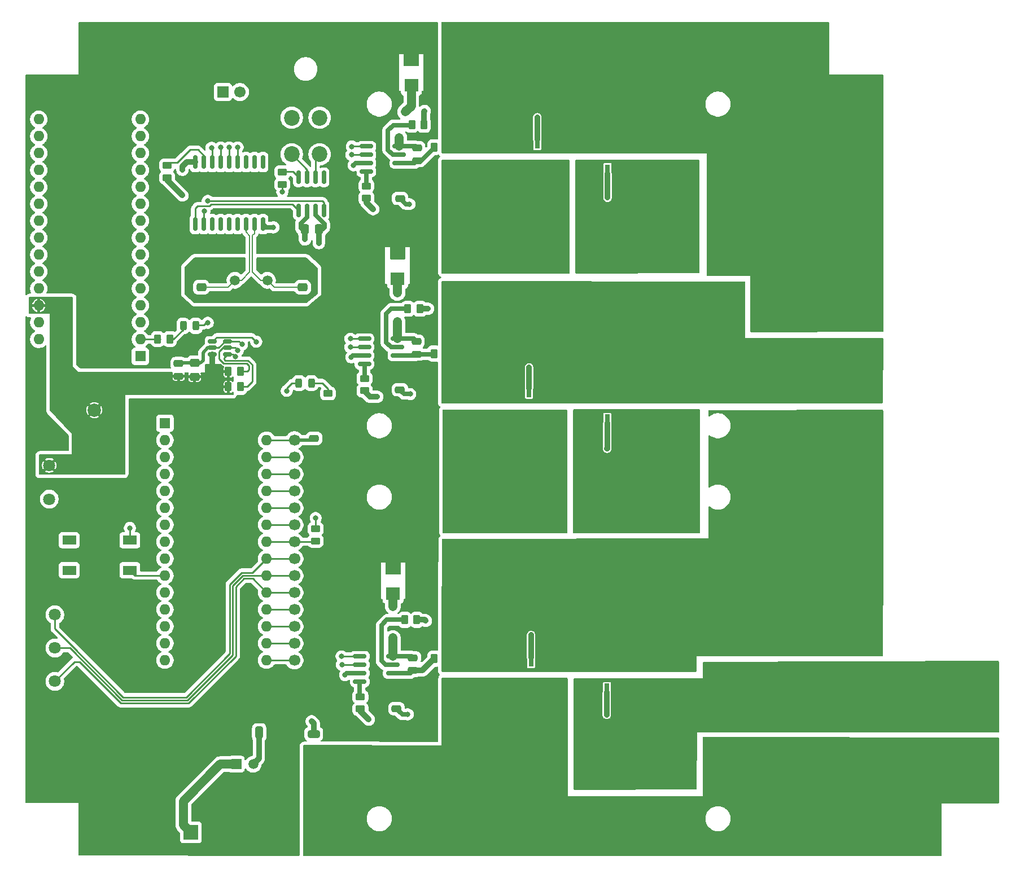
<source format=gtl>
G04 #@! TF.GenerationSoftware,KiCad,Pcbnew,9.0.4*
G04 #@! TF.CreationDate,2025-10-24T08:47:36-07:00*
G04 #@! TF.ProjectId,Urban MC,55726261-6e20-44d4-932e-6b696361645f,rev?*
G04 #@! TF.SameCoordinates,Original*
G04 #@! TF.FileFunction,Copper,L1,Top*
G04 #@! TF.FilePolarity,Positive*
%FSLAX46Y46*%
G04 Gerber Fmt 4.6, Leading zero omitted, Abs format (unit mm)*
G04 Created by KiCad (PCBNEW 9.0.4) date 2025-10-24 08:47:36*
%MOMM*%
%LPD*%
G01*
G04 APERTURE LIST*
G04 Aperture macros list*
%AMRoundRect*
0 Rectangle with rounded corners*
0 $1 Rounding radius*
0 $2 $3 $4 $5 $6 $7 $8 $9 X,Y pos of 4 corners*
0 Add a 4 corners polygon primitive as box body*
4,1,4,$2,$3,$4,$5,$6,$7,$8,$9,$2,$3,0*
0 Add four circle primitives for the rounded corners*
1,1,$1+$1,$2,$3*
1,1,$1+$1,$4,$5*
1,1,$1+$1,$6,$7*
1,1,$1+$1,$8,$9*
0 Add four rect primitives between the rounded corners*
20,1,$1+$1,$2,$3,$4,$5,0*
20,1,$1+$1,$4,$5,$6,$7,0*
20,1,$1+$1,$6,$7,$8,$9,0*
20,1,$1+$1,$8,$9,$2,$3,0*%
G04 Aperture macros list end*
G04 #@! TA.AperFunction,SMDPad,CuDef*
%ADD10RoundRect,0.250000X0.475000X-0.250000X0.475000X0.250000X-0.475000X0.250000X-0.475000X-0.250000X0*%
G04 #@! TD*
G04 #@! TA.AperFunction,SMDPad,CuDef*
%ADD11RoundRect,0.250000X-0.450000X0.262500X-0.450000X-0.262500X0.450000X-0.262500X0.450000X0.262500X0*%
G04 #@! TD*
G04 #@! TA.AperFunction,ComponentPad*
%ADD12C,1.803400*%
G04 #@! TD*
G04 #@! TA.AperFunction,SMDPad,CuDef*
%ADD13RoundRect,0.250000X-0.262500X-0.450000X0.262500X-0.450000X0.262500X0.450000X-0.262500X0.450000X0*%
G04 #@! TD*
G04 #@! TA.AperFunction,SMDPad,CuDef*
%ADD14R,2.159000X1.955800*%
G04 #@! TD*
G04 #@! TA.AperFunction,ComponentPad*
%ADD15C,1.500000*%
G04 #@! TD*
G04 #@! TA.AperFunction,ComponentPad*
%ADD16C,3.000000*%
G04 #@! TD*
G04 #@! TA.AperFunction,SMDPad,CuDef*
%ADD17RoundRect,0.250000X-0.325000X-1.100000X0.325000X-1.100000X0.325000X1.100000X-0.325000X1.100000X0*%
G04 #@! TD*
G04 #@! TA.AperFunction,SMDPad,CuDef*
%ADD18RoundRect,0.250000X-0.337500X-0.475000X0.337500X-0.475000X0.337500X0.475000X-0.337500X0.475000X0*%
G04 #@! TD*
G04 #@! TA.AperFunction,ComponentPad*
%ADD19R,1.600000X1.600000*%
G04 #@! TD*
G04 #@! TA.AperFunction,ComponentPad*
%ADD20O,1.600000X1.600000*%
G04 #@! TD*
G04 #@! TA.AperFunction,ComponentPad*
%ADD21R,1.700000X1.700000*%
G04 #@! TD*
G04 #@! TA.AperFunction,ComponentPad*
%ADD22C,1.700000*%
G04 #@! TD*
G04 #@! TA.AperFunction,ComponentPad*
%ADD23R,1.400000X1.400000*%
G04 #@! TD*
G04 #@! TA.AperFunction,ComponentPad*
%ADD24C,1.400000*%
G04 #@! TD*
G04 #@! TA.AperFunction,SMDPad,CuDef*
%ADD25RoundRect,0.250000X-0.475000X0.250000X-0.475000X-0.250000X0.475000X-0.250000X0.475000X0.250000X0*%
G04 #@! TD*
G04 #@! TA.AperFunction,SMDPad,CuDef*
%ADD26RoundRect,0.150000X-0.825000X-0.150000X0.825000X-0.150000X0.825000X0.150000X-0.825000X0.150000X0*%
G04 #@! TD*
G04 #@! TA.AperFunction,ComponentPad*
%ADD27C,2.000000*%
G04 #@! TD*
G04 #@! TA.AperFunction,SMDPad,CuDef*
%ADD28RoundRect,0.150000X0.150000X-0.875000X0.150000X0.875000X-0.150000X0.875000X-0.150000X-0.875000X0*%
G04 #@! TD*
G04 #@! TA.AperFunction,SMDPad,CuDef*
%ADD29R,0.800000X2.800000*%
G04 #@! TD*
G04 #@! TA.AperFunction,SMDPad,CuDef*
%ADD30R,8.900000X0.600000*%
G04 #@! TD*
G04 #@! TA.AperFunction,SMDPad,CuDef*
%ADD31R,10.200000X2.900000*%
G04 #@! TD*
G04 #@! TA.AperFunction,SMDPad,CuDef*
%ADD32R,8.900000X2.950000*%
G04 #@! TD*
G04 #@! TA.AperFunction,SMDPad,CuDef*
%ADD33R,10.200000X1.650000*%
G04 #@! TD*
G04 #@! TA.AperFunction,SMDPad,CuDef*
%ADD34R,2.100000X1.400000*%
G04 #@! TD*
G04 #@! TA.AperFunction,SMDPad,CuDef*
%ADD35RoundRect,0.243750X0.243750X0.456250X-0.243750X0.456250X-0.243750X-0.456250X0.243750X-0.456250X0*%
G04 #@! TD*
G04 #@! TA.AperFunction,SMDPad,CuDef*
%ADD36RoundRect,0.150000X0.150000X-0.825000X0.150000X0.825000X-0.150000X0.825000X-0.150000X-0.825000X0*%
G04 #@! TD*
G04 #@! TA.AperFunction,SMDPad,CuDef*
%ADD37RoundRect,0.250000X0.450000X-0.262500X0.450000X0.262500X-0.450000X0.262500X-0.450000X-0.262500X0*%
G04 #@! TD*
G04 #@! TA.AperFunction,SMDPad,CuDef*
%ADD38R,4.930000X1.190000*%
G04 #@! TD*
G04 #@! TA.AperFunction,SMDPad,CuDef*
%ADD39R,4.930000X5.040000*%
G04 #@! TD*
G04 #@! TA.AperFunction,SMDPad,CuDef*
%ADD40RoundRect,0.250000X0.650000X-0.325000X0.650000X0.325000X-0.650000X0.325000X-0.650000X-0.325000X0*%
G04 #@! TD*
G04 #@! TA.AperFunction,SMDPad,CuDef*
%ADD41RoundRect,0.250000X-0.475000X0.337500X-0.475000X-0.337500X0.475000X-0.337500X0.475000X0.337500X0*%
G04 #@! TD*
G04 #@! TA.AperFunction,SMDPad,CuDef*
%ADD42RoundRect,0.150000X-0.512500X-0.150000X0.512500X-0.150000X0.512500X0.150000X-0.512500X0.150000X0*%
G04 #@! TD*
G04 #@! TA.AperFunction,SMDPad,CuDef*
%ADD43RoundRect,0.250000X0.475000X-0.337500X0.475000X0.337500X-0.475000X0.337500X-0.475000X-0.337500X0*%
G04 #@! TD*
G04 #@! TA.AperFunction,ComponentPad*
%ADD44C,2.250000*%
G04 #@! TD*
G04 #@! TA.AperFunction,ComponentPad*
%ADD45R,2.250000X2.250000*%
G04 #@! TD*
G04 #@! TA.AperFunction,SMDPad,CuDef*
%ADD46RoundRect,0.250000X-0.325000X-0.650000X0.325000X-0.650000X0.325000X0.650000X-0.325000X0.650000X0*%
G04 #@! TD*
G04 #@! TA.AperFunction,SMDPad,CuDef*
%ADD47RoundRect,0.243750X-0.243750X-0.456250X0.243750X-0.456250X0.243750X0.456250X-0.243750X0.456250X0*%
G04 #@! TD*
G04 #@! TA.AperFunction,ComponentPad*
%ADD48C,2.362200*%
G04 #@! TD*
G04 #@! TA.AperFunction,ComponentPad*
%ADD49R,1.508000X1.508000*%
G04 #@! TD*
G04 #@! TA.AperFunction,ComponentPad*
%ADD50C,1.508000*%
G04 #@! TD*
G04 #@! TA.AperFunction,ViaPad*
%ADD51C,0.800000*%
G04 #@! TD*
G04 #@! TA.AperFunction,Conductor*
%ADD52C,0.850000*%
G04 #@! TD*
G04 #@! TA.AperFunction,Conductor*
%ADD53C,0.508000*%
G04 #@! TD*
G04 #@! TA.AperFunction,Conductor*
%ADD54C,0.700000*%
G04 #@! TD*
G04 #@! TA.AperFunction,Conductor*
%ADD55C,0.250000*%
G04 #@! TD*
G04 #@! TA.AperFunction,Conductor*
%ADD56C,1.340000*%
G04 #@! TD*
G04 #@! TA.AperFunction,Conductor*
%ADD57C,0.200000*%
G04 #@! TD*
G04 APERTURE END LIST*
D10*
X148930000Y-55050000D03*
X148930000Y-53150000D03*
D11*
X143600000Y-82067500D03*
X143600000Y-83892500D03*
D12*
X97155000Y-127508000D03*
X97155000Y-122508000D03*
X97155000Y-117508000D03*
D13*
X154027500Y-124110000D03*
X155852500Y-124110000D03*
D11*
X131267200Y-51106700D03*
X131267200Y-52931700D03*
D14*
X147890000Y-114362700D03*
X147890000Y-110425700D03*
D15*
X124161086Y-67335400D03*
X129041086Y-67335400D03*
D16*
X221280000Y-139982500D03*
X231440000Y-139982500D03*
X221280000Y-129822500D03*
X231440000Y-129822500D03*
D10*
X148390000Y-131600000D03*
X148390000Y-129700000D03*
D17*
X173327800Y-51155600D03*
X176277800Y-51155600D03*
D18*
X134674700Y-59690000D03*
X136749700Y-59690000D03*
D17*
X172921400Y-88696800D03*
X175871400Y-88696800D03*
D19*
X109982000Y-78740000D03*
D20*
X109982000Y-76200000D03*
X109982000Y-73660000D03*
X109982000Y-71120000D03*
X109982000Y-68580000D03*
X109982000Y-66040000D03*
X109982000Y-63500000D03*
X109982000Y-60960000D03*
X109982000Y-58420000D03*
X109982000Y-55880000D03*
X109982000Y-53340000D03*
X109982000Y-50800000D03*
X109982000Y-48260000D03*
X109982000Y-45720000D03*
X109982000Y-43180000D03*
X94742000Y-43180000D03*
X94742000Y-45720000D03*
X94742000Y-48260000D03*
X94742000Y-50800000D03*
X94742000Y-53340000D03*
X94742000Y-55880000D03*
X94742000Y-58420000D03*
X94742000Y-60960000D03*
X94742000Y-63500000D03*
X94742000Y-66040000D03*
X94742000Y-68580000D03*
X94742000Y-71120000D03*
X94742000Y-73660000D03*
X94742000Y-76200000D03*
X94742000Y-78740000D03*
D13*
X154007500Y-78320000D03*
X155832500Y-78320000D03*
D17*
X172972200Y-92456000D03*
X175922200Y-92456000D03*
D21*
X122372200Y-39081400D03*
D22*
X124912200Y-39081400D03*
D23*
X210616800Y-138988800D03*
D24*
X210616800Y-131488800D03*
D25*
X136017000Y-89159000D03*
X136017000Y-91059000D03*
D10*
X151490000Y-49370000D03*
X151490000Y-47470000D03*
D26*
X143585000Y-76090000D03*
X143585000Y-77360000D03*
X143585000Y-78630000D03*
X143585000Y-79900000D03*
X148535000Y-79900000D03*
X148535000Y-78630000D03*
X148535000Y-77360000D03*
X148535000Y-76090000D03*
D27*
X103073200Y-86817200D03*
D28*
X118211600Y-58904400D03*
X119481600Y-58904400D03*
X120751600Y-58904400D03*
X122021600Y-58904400D03*
X123291600Y-58904400D03*
X124561600Y-58904400D03*
X125831600Y-58904400D03*
X127101600Y-58904400D03*
X128371600Y-58904400D03*
X128371600Y-49604400D03*
X127101600Y-49604400D03*
X125831600Y-49604400D03*
X124561600Y-49604400D03*
X123291600Y-49604400D03*
X122021600Y-49604400D03*
X120751600Y-49604400D03*
X119481600Y-49604400D03*
X118211600Y-49604400D03*
D29*
X180000800Y-88814400D03*
X181200800Y-88814400D03*
X182400800Y-88814400D03*
X183600800Y-88814400D03*
X184800800Y-88814400D03*
X186000800Y-88814400D03*
X187200800Y-88814400D03*
X188400800Y-88814400D03*
D30*
X184200800Y-84734400D03*
D31*
X184200800Y-82985400D03*
D32*
X184200800Y-80060400D03*
D33*
X184200800Y-77760400D03*
D17*
X173327800Y-54965600D03*
X176277800Y-54965600D03*
D26*
X142895000Y-123760000D03*
X142895000Y-125030000D03*
X142895000Y-126300000D03*
X142895000Y-127570000D03*
X147845000Y-127570000D03*
X147845000Y-126300000D03*
X147845000Y-125030000D03*
X147845000Y-123760000D03*
D16*
X204304791Y-90905538D03*
X214464791Y-90905538D03*
X204304791Y-80745538D03*
X214464791Y-80745538D03*
X204304791Y-70585538D03*
X214464791Y-70585538D03*
D13*
X149627500Y-118280000D03*
X151452500Y-118280000D03*
D27*
X106629200Y-101244400D03*
D13*
X123166500Y-83312000D03*
X124991500Y-83312000D03*
D34*
X108410600Y-110835000D03*
X99310600Y-110835000D03*
X108410600Y-106335000D03*
X99310600Y-106335000D03*
D29*
X168275761Y-83501468D03*
X167075761Y-83501468D03*
X165875761Y-83501468D03*
X164675761Y-83501468D03*
X163475761Y-83501468D03*
X162275761Y-83501468D03*
X161075761Y-83501468D03*
X159875761Y-83501468D03*
D30*
X164075761Y-87581468D03*
D31*
X164075761Y-89330468D03*
D32*
X164075761Y-92255468D03*
D33*
X164075761Y-94555468D03*
D14*
X150610000Y-38098500D03*
X150610000Y-34161500D03*
D21*
X133096000Y-88798400D03*
D22*
X133096000Y-91338400D03*
X133096000Y-93878400D03*
X133096000Y-96418400D03*
X133096000Y-98958400D03*
X133096000Y-101498400D03*
X133096000Y-104038400D03*
X133096000Y-106578400D03*
X133096000Y-109118400D03*
X133096000Y-111658400D03*
X133096000Y-114198400D03*
X133096000Y-116738400D03*
X133096000Y-119278400D03*
X133096000Y-121818400D03*
X133096000Y-124358400D03*
D17*
X173023000Y-132740400D03*
X175973000Y-132740400D03*
D35*
X118285500Y-74168000D03*
X116410500Y-74168000D03*
D11*
X143880000Y-53177500D03*
X143880000Y-55002500D03*
D10*
X150850000Y-125890000D03*
X150850000Y-123990000D03*
D36*
X133705600Y-56831000D03*
X134975600Y-56831000D03*
X136245600Y-56831000D03*
X137515600Y-56831000D03*
X137515600Y-51881000D03*
X136245600Y-51881000D03*
X134975600Y-51881000D03*
X133705600Y-51881000D03*
D37*
X136271000Y-106449500D03*
X136271000Y-104624500D03*
D17*
X173023000Y-128981200D03*
X175973000Y-128981200D03*
D10*
X151390000Y-78410000D03*
X151390000Y-76510000D03*
D38*
X197866000Y-134569200D03*
D39*
X197866000Y-138384200D03*
D10*
X115722400Y-81722000D03*
X115722400Y-79822000D03*
D40*
X135990000Y-138355000D03*
X135990000Y-135405000D03*
D13*
X150697500Y-44010000D03*
X152522500Y-44010000D03*
X150097500Y-71600000D03*
X151922500Y-71600000D03*
X154047500Y-47350000D03*
X155872500Y-47350000D03*
D29*
X168575991Y-123909538D03*
X167375991Y-123909538D03*
X166175991Y-123909538D03*
X164975991Y-123909538D03*
X163775991Y-123909538D03*
X162575991Y-123909538D03*
X161375991Y-123909538D03*
X160175991Y-123909538D03*
D30*
X164375991Y-127989538D03*
D31*
X164375991Y-129738538D03*
D32*
X164375991Y-132663538D03*
D33*
X164375991Y-134963538D03*
D11*
X142980000Y-129827500D03*
X142980000Y-131652500D03*
D41*
X134321086Y-66297900D03*
X134321086Y-68372900D03*
D10*
X148910000Y-83750000D03*
X148910000Y-81850000D03*
D27*
X137363200Y-142443200D03*
D29*
X169515791Y-46185538D03*
X168315791Y-46185538D03*
X167115791Y-46185538D03*
X165915791Y-46185538D03*
X164715791Y-46185538D03*
X163515791Y-46185538D03*
X162315791Y-46185538D03*
X161115791Y-46185538D03*
D30*
X165315791Y-50265538D03*
D31*
X165315791Y-52014538D03*
D32*
X165315791Y-54939538D03*
D33*
X165315791Y-57239538D03*
D37*
X138125200Y-86153000D03*
X138125200Y-84328000D03*
D14*
X148560000Y-67098500D03*
X148560000Y-63161500D03*
D26*
X143875000Y-47240000D03*
X143875000Y-48510000D03*
X143875000Y-49780000D03*
X143875000Y-51050000D03*
X148825000Y-51050000D03*
X148825000Y-49780000D03*
X148825000Y-48510000D03*
X148825000Y-47240000D03*
D13*
X112574700Y-76149200D03*
X114399700Y-76149200D03*
D42*
X120782500Y-76520000D03*
X120782500Y-77470000D03*
X120782500Y-78420000D03*
X123057500Y-78420000D03*
X123057500Y-77470000D03*
X123057500Y-76520000D03*
D11*
X113995200Y-50090700D03*
X113995200Y-51915700D03*
D43*
X118110000Y-81809500D03*
X118110000Y-79734500D03*
D12*
X96320501Y-95084900D03*
X96320501Y-100164900D03*
D29*
X179950000Y-129200800D03*
X181150000Y-129200800D03*
X182350000Y-129200800D03*
X183550000Y-129200800D03*
X184750000Y-129200800D03*
X185950000Y-129200800D03*
X187150000Y-129200800D03*
X188350000Y-129200800D03*
D30*
X184150000Y-125120800D03*
D31*
X184150000Y-123371800D03*
D32*
X184150000Y-120446800D03*
D33*
X184150000Y-118146800D03*
D44*
X137450000Y-150160000D03*
D45*
X117550000Y-150160000D03*
D46*
X127805000Y-135180000D03*
X130755000Y-135180000D03*
D47*
X133756400Y-82753200D03*
X135631400Y-82753200D03*
D29*
X180051600Y-51324000D03*
X181251600Y-51324000D03*
X182451600Y-51324000D03*
X183651600Y-51324000D03*
X184851600Y-51324000D03*
X186051600Y-51324000D03*
X187251600Y-51324000D03*
X188451600Y-51324000D03*
D30*
X184251600Y-47244000D03*
D31*
X184251600Y-45495000D03*
D32*
X184251600Y-42570000D03*
D33*
X184251600Y-40270000D03*
D13*
X123166500Y-81026000D03*
X124991500Y-81026000D03*
D48*
X132672400Y-42929451D03*
X136872398Y-42929451D03*
X132672400Y-48429450D03*
X136872398Y-48429450D03*
D41*
X119118086Y-66297900D03*
X119118086Y-68372900D03*
D19*
X113665000Y-88773000D03*
D20*
X113665000Y-91313000D03*
X113665000Y-93853000D03*
X113665000Y-96393000D03*
X113665000Y-98933000D03*
X113665000Y-101473000D03*
X113665000Y-104013000D03*
X113665000Y-106553000D03*
X113665000Y-109093000D03*
X113665000Y-111633000D03*
X113665000Y-114173000D03*
X113665000Y-116713000D03*
X113665000Y-119253000D03*
X113665000Y-121793000D03*
X113665000Y-124333000D03*
X128905000Y-124333000D03*
X128905000Y-121793000D03*
X128905000Y-119253000D03*
X128905000Y-116713000D03*
X128905000Y-114173000D03*
X128905000Y-111633000D03*
X128905000Y-109093000D03*
X128905000Y-106553000D03*
X128905000Y-104013000D03*
X128905000Y-101473000D03*
X128905000Y-98933000D03*
X128905000Y-96393000D03*
X128905000Y-93853000D03*
X128905000Y-91313000D03*
X128905000Y-88773000D03*
D49*
X124362400Y-139939200D03*
D50*
X126902400Y-139939200D03*
X129442400Y-139939200D03*
D51*
X136271000Y-102997000D03*
X208775191Y-126263400D03*
X205600191Y-126288800D03*
X141630000Y-78890000D03*
X181622591Y-61289138D03*
X215849200Y-126288800D03*
X129946400Y-59385200D03*
X198361191Y-126314200D03*
X237032800Y-132943600D03*
X187794791Y-132510738D03*
X196545200Y-129438400D03*
X131267200Y-54051200D03*
X187972591Y-98220738D03*
X182575200Y-95250000D03*
X187921791Y-92099338D03*
X140670000Y-126570000D03*
X176987200Y-104038400D03*
X233489609Y-132867400D03*
X184619791Y-132536138D03*
X207111600Y-129387600D03*
X176022000Y-141986000D03*
X237134400Y-126238000D03*
X182473600Y-141884400D03*
X191807991Y-61187538D03*
X230073200Y-132791200D03*
X212432791Y-126212600D03*
X180644800Y-104011938D03*
X178917600Y-101193600D03*
X195186191Y-126339600D03*
X191452391Y-138530538D03*
X189839600Y-101092000D03*
X130057849Y-69416715D03*
X235356400Y-129387600D03*
X184404000Y-92124738D03*
X189636400Y-135584138D03*
X184238791Y-138632138D03*
X150340000Y-55910000D03*
X191579391Y-92048538D03*
X222783400Y-126314200D03*
X188150391Y-61238338D03*
X215849200Y-132638800D03*
X183159400Y-58293000D03*
X179120800Y-141909800D03*
X214274400Y-129463800D03*
X182803800Y-135660338D03*
X120091200Y-73710800D03*
X200202800Y-129387600D03*
X223012000Y-132689600D03*
X233476800Y-126288800D03*
X186182000Y-95274338D03*
X135670000Y-133510000D03*
X227990400Y-129387600D03*
X185978800Y-135634938D03*
X186410600Y-64465200D03*
X182575200Y-101168200D03*
X226428409Y-132765800D03*
X191757191Y-55066138D03*
X203784200Y-129413000D03*
X134670800Y-61214000D03*
X189992000Y-58216800D03*
X191452391Y-132459938D03*
X123422829Y-69474162D03*
X188099591Y-55116938D03*
X130000403Y-65430400D03*
X141970000Y-50080000D03*
X187870991Y-103961138D03*
X108407200Y-104495600D03*
X229819200Y-126339600D03*
X184975391Y-61263738D03*
X191528591Y-103910338D03*
X219456000Y-126288800D03*
X189687200Y-141782800D03*
X186334400Y-58267600D03*
X125222000Y-76962000D03*
X179882800Y-64516000D03*
X210578591Y-128981200D03*
X187794791Y-138581338D03*
X191630191Y-98169938D03*
X183235600Y-64490600D03*
X186029600Y-141833600D03*
X193370200Y-129463800D03*
X219265609Y-132715000D03*
X123436086Y-65430400D03*
X189839600Y-95223538D03*
X180746400Y-98271538D03*
X184302400Y-103987600D03*
X202018791Y-126263400D03*
X226644200Y-126365000D03*
X184404000Y-98247200D03*
X150090000Y-132460000D03*
X150450000Y-84410000D03*
X184924591Y-55142338D03*
X205448009Y-132613400D03*
X131927600Y-83921600D03*
X224815400Y-129413000D03*
X180885991Y-138657538D03*
X176733200Y-64566800D03*
X186182000Y-101142800D03*
X190068200Y-64414400D03*
X113131600Y-81940400D03*
X136749700Y-61751300D03*
X116281200Y-50749200D03*
X116281200Y-54610000D03*
X124561600Y-47396400D03*
X124594328Y-77832310D03*
X120650000Y-47447200D03*
X123291600Y-47396400D03*
X122021600Y-47396400D03*
X124229315Y-78763315D03*
X149710000Y-42080000D03*
X148825000Y-45910000D03*
X181000400Y-148082000D03*
X161467800Y-148107400D03*
X184111791Y-152195738D03*
X168160591Y-103808738D03*
X157695791Y-152195738D03*
X160934400Y-103859538D03*
X141541609Y-148057662D03*
X206146400Y-148132800D03*
X163068000Y-98729800D03*
X222758000Y-143865600D03*
X156718000Y-135483600D03*
X216268191Y-152246538D03*
X171157791Y-152195738D03*
X164553791Y-143813738D03*
X158292800Y-53492400D03*
X213309200Y-139039600D03*
X156718000Y-130657600D03*
X151167991Y-143839138D03*
X170332400Y-98653600D03*
X228904800Y-152298400D03*
X154584400Y-148082000D03*
X197065791Y-143813738D03*
X209511791Y-152195738D03*
X206298800Y-139039600D03*
X203161791Y-143813738D03*
X193344800Y-148132800D03*
X197065791Y-152195738D03*
X156667200Y-50292000D03*
X159613600Y-60198000D03*
X168503600Y-64566800D03*
X158025991Y-143839138D03*
X157276800Y-103886000D03*
X159410400Y-98755200D03*
X178015791Y-152195738D03*
X226415600Y-139598400D03*
X187096400Y-148082000D03*
X225704400Y-148183600D03*
X219252800Y-148183600D03*
X164693600Y-64566800D03*
X174904400Y-148082000D03*
X156667200Y-89458800D03*
X222618191Y-152246538D03*
X151231600Y-152146000D03*
X160528000Y-64566800D03*
X164553791Y-152195738D03*
X141528800Y-139852400D03*
X168046400Y-148082000D03*
X164592000Y-103835200D03*
X156616400Y-94538800D03*
X166674800Y-98704400D03*
X148056600Y-139725400D03*
X230632000Y-143916400D03*
X172364400Y-64566800D03*
X171818191Y-103757938D03*
X170484800Y-60248800D03*
X156718000Y-64566800D03*
X162712400Y-60198000D03*
X199796400Y-148132800D03*
X144627600Y-152146000D03*
X203161791Y-152195738D03*
X216369791Y-143813738D03*
X190207791Y-152195738D03*
X156667200Y-56743600D03*
X235204000Y-139547600D03*
X209511791Y-143813738D03*
X171450000Y-143865600D03*
X212902800Y-148183600D03*
X166624000Y-60248800D03*
X144627600Y-143916400D03*
X148540000Y-69250000D03*
X148540000Y-73560000D03*
X147845000Y-116275000D03*
X147845000Y-120995000D03*
X120086547Y-55418147D03*
X119583200Y-56946800D03*
X141480000Y-77370000D03*
X141690000Y-47250000D03*
X140210000Y-125030000D03*
X141650000Y-48510000D03*
X140150000Y-123760000D03*
X141470000Y-76100000D03*
X127355600Y-76555600D03*
X211074000Y-38252400D03*
X200660000Y-29972000D03*
X208546591Y-51586338D03*
X203237991Y-42772538D03*
X205740000Y-64719200D03*
X216433400Y-38252400D03*
X166293800Y-38785800D03*
X213626591Y-42772538D03*
X216204800Y-73406000D03*
X211074000Y-29921200D03*
X218884391Y-68426538D03*
X159092791Y-47141338D03*
X211048600Y-47091600D03*
X173875591Y-34542938D03*
X205841600Y-30022800D03*
X200685400Y-38252400D03*
X203237991Y-51586338D03*
X216408000Y-47091600D03*
X210997800Y-55930800D03*
X218985991Y-51586338D03*
X216179400Y-64719200D03*
X181203600Y-29972000D03*
X192823991Y-42797938D03*
X171272200Y-38709600D03*
X159092791Y-43153538D03*
X198183391Y-34339738D03*
X178853991Y-34542938D03*
X208571991Y-34314338D03*
X200660000Y-47091600D03*
X195580000Y-47117000D03*
X173850191Y-43001138D03*
X203187191Y-60171538D03*
X216357200Y-55930800D03*
X164147391Y-43102738D03*
X218935191Y-60171538D03*
X185851800Y-29997400D03*
X203263391Y-34314338D03*
X159118191Y-34695338D03*
X205994000Y-38252400D03*
X166522400Y-30073600D03*
X183375191Y-34441338D03*
X208495791Y-60171538D03*
X195376800Y-29972000D03*
X205968600Y-47091600D03*
X208546591Y-42772538D03*
X176225200Y-38760400D03*
X193700400Y-38303200D03*
X200431400Y-64719200D03*
X205917800Y-55930800D03*
X176225200Y-29972000D03*
X190652400Y-29997400D03*
X192849391Y-34339738D03*
X218985991Y-42772538D03*
X205740000Y-73456800D03*
X198132591Y-51662538D03*
X161569400Y-38811200D03*
X171246800Y-30048200D03*
X161467800Y-30124400D03*
X210820000Y-64719200D03*
X188175791Y-34441338D03*
X213626591Y-51586338D03*
X210769200Y-72085200D03*
X200609200Y-55930800D03*
X164172791Y-34644538D03*
X208444991Y-68426538D03*
X198107191Y-60120738D03*
X213575791Y-60171538D03*
X168897191Y-34619138D03*
X156514800Y-38862000D03*
X156514800Y-30124400D03*
X158673800Y-72898000D03*
X209296000Y-80670400D03*
X164846000Y-77724000D03*
X176174400Y-76809600D03*
X168617791Y-69061538D03*
X198234191Y-68883738D03*
X198411991Y-76732338D03*
X194220991Y-68909138D03*
X202311000Y-84201000D03*
X156514800Y-83413600D03*
X186753391Y-68985338D03*
X172415200Y-76809600D03*
X192506600Y-72771000D03*
X174193200Y-80416400D03*
X196291200Y-72745600D03*
X218274791Y-76783138D03*
X198170800Y-84124800D03*
X196469000Y-80594200D03*
X170688000Y-72898000D03*
X174472600Y-72872600D03*
X191363600Y-84201000D03*
X200406000Y-80645000D03*
X206336791Y-76783138D03*
X218262200Y-84175600D03*
X219710000Y-80619600D03*
X190436391Y-68934538D03*
X206095600Y-84175600D03*
X181229000Y-72923400D03*
X188823600Y-72821800D03*
X172402391Y-69036138D03*
X156692600Y-69088000D03*
X177977800Y-72923400D03*
X160845391Y-77748338D03*
X170688000Y-80416400D03*
X191414400Y-76783138D03*
X183057800Y-68986400D03*
X158038800Y-80060800D03*
X194398791Y-76757738D03*
X162788600Y-72898000D03*
X192684400Y-80619600D03*
X214210791Y-76783138D03*
X160718391Y-69112338D03*
X194386200Y-84150200D03*
X210185000Y-84201000D03*
X202323591Y-76808538D03*
X184886600Y-72923400D03*
X166776400Y-72898000D03*
X164719000Y-69088000D03*
X176199800Y-69010738D03*
X213969600Y-84175600D03*
X210197591Y-76808538D03*
X179603400Y-68986400D03*
X209067400Y-121767600D03*
X209740391Y-88771938D03*
X185788191Y-108685538D03*
X203987400Y-121767600D03*
X217373200Y-101904800D03*
X170294191Y-108761738D03*
X220014800Y-105359200D03*
X214769591Y-97357138D03*
X217182591Y-117219938D03*
X204165200Y-112979200D03*
X211823191Y-117219938D03*
X212013800Y-101904800D03*
X175399591Y-108685538D03*
X214706200Y-105460800D03*
X196354591Y-117169138D03*
X174980600Y-117348000D03*
X178079400Y-113030000D03*
X214426800Y-121767600D03*
X180708191Y-108685538D03*
X198678800Y-121767600D03*
X204380991Y-97357138D03*
X209245200Y-112979200D03*
X201485391Y-108634738D03*
X164490400Y-117449600D03*
X219913200Y-121818400D03*
X198958200Y-105460800D03*
X214604600Y-112979200D03*
X162280600Y-113131600D03*
X193548000Y-121767600D03*
X199300991Y-97306338D03*
X183159400Y-113030000D03*
X201434591Y-117219938D03*
X209689591Y-97357138D03*
X209346800Y-105460800D03*
X201803000Y-93116400D03*
X191147591Y-108685538D03*
X212191600Y-93116400D03*
X172770800Y-113030000D03*
X220128991Y-97357138D03*
X219964000Y-113030000D03*
X159181800Y-117449600D03*
X220179791Y-88771938D03*
X201625200Y-101904800D03*
X206743191Y-117219938D03*
X206793991Y-108634738D03*
X188518800Y-113030000D03*
X204266800Y-105460800D03*
X211873991Y-108634738D03*
X193649600Y-113080800D03*
X169875200Y-117424200D03*
X159600791Y-108787138D03*
X164909391Y-108787138D03*
X196379991Y-108710938D03*
X198856600Y-112979200D03*
X206933800Y-101904800D03*
X167360600Y-113131600D03*
X207111600Y-93116400D03*
X156972000Y-113131600D03*
X217551000Y-93116400D03*
X217233391Y-108634738D03*
X152630000Y-41930000D03*
X169520000Y-42850000D03*
X180051600Y-54949200D03*
X144900000Y-56660000D03*
X153130000Y-71600000D03*
X168280000Y-80390000D03*
X179984400Y-92608400D03*
X145510000Y-84800000D03*
X152770000Y-118440000D03*
X168580000Y-120540000D03*
X179933600Y-132537200D03*
X144248967Y-133248967D03*
D52*
X135990000Y-133830000D02*
X135670000Y-133510000D01*
D53*
X120120001Y-77470000D02*
X119380000Y-78210001D01*
D54*
X142270000Y-49780000D02*
X143875000Y-49780000D01*
D55*
X108410600Y-104499000D02*
X108407200Y-104495600D01*
D54*
X149270000Y-132480000D02*
X148390000Y-131600000D01*
D53*
X133096000Y-91313000D02*
X135763000Y-91313000D01*
D54*
X150450000Y-84410000D02*
X150440000Y-84400000D01*
D53*
X118110000Y-79734500D02*
X115809900Y-79734500D01*
D52*
X127805000Y-135180000D02*
X127750000Y-135235000D01*
X127750000Y-135235000D02*
X127750000Y-139091600D01*
D54*
X149560000Y-84400000D02*
X148910000Y-83750000D01*
D55*
X121719092Y-77470000D02*
X122669092Y-76520000D01*
D54*
X150090000Y-132460000D02*
X150070000Y-132480000D01*
D55*
X108410600Y-106335000D02*
X108410600Y-104499000D01*
X119481600Y-74066400D02*
X118285500Y-74066400D01*
D54*
X134035800Y-58775600D02*
X134035800Y-59508300D01*
X134035800Y-59508300D02*
X134217500Y-59690000D01*
X141630000Y-78890000D02*
X141880000Y-78640000D01*
D55*
X128905000Y-91313000D02*
X133096000Y-91313000D01*
X124780000Y-76520000D02*
X125222000Y-76962000D01*
D54*
X149790000Y-55910000D02*
X150340000Y-55910000D01*
D52*
X127750000Y-139091600D02*
X126902400Y-139939200D01*
D55*
X136271000Y-104624500D02*
X136271000Y-102997000D01*
D52*
X134674700Y-61210100D02*
X134670800Y-61214000D01*
D54*
X150440000Y-84400000D02*
X149560000Y-84400000D01*
D55*
X120782500Y-77470000D02*
X121719092Y-77470000D01*
D54*
X128852400Y-59385200D02*
X129946400Y-59385200D01*
X141970000Y-50080000D02*
X142270000Y-49780000D01*
X141880000Y-78640000D02*
X143575000Y-78640000D01*
D53*
X115809900Y-79734500D02*
X115722400Y-79822000D01*
D55*
X131267200Y-52931700D02*
X131267200Y-54051200D01*
D52*
X135990000Y-135405000D02*
X135990000Y-133830000D01*
D54*
X134975600Y-56831000D02*
X134975600Y-57835800D01*
X142895000Y-126300000D02*
X140940000Y-126300000D01*
D55*
X120782500Y-77470000D02*
X120374500Y-77470000D01*
D54*
X143575000Y-78640000D02*
X143585000Y-78630000D01*
D55*
X122669092Y-76520000D02*
X123057500Y-76520000D01*
D53*
X135763000Y-91313000D02*
X136017000Y-91059000D01*
D55*
X131927600Y-83566000D02*
X131927600Y-83921600D01*
D54*
X150070000Y-132480000D02*
X149270000Y-132480000D01*
D53*
X120782500Y-77470000D02*
X120120001Y-77470000D01*
D52*
X134674700Y-59690000D02*
X134674700Y-61210100D01*
D53*
X119380000Y-78210001D02*
X119380000Y-79375000D01*
D55*
X132740400Y-82753200D02*
X131927600Y-83566000D01*
D54*
X140940000Y-126300000D02*
X140670000Y-126570000D01*
D53*
X119020500Y-79734500D02*
X118110000Y-79734500D01*
D54*
X128371600Y-58904400D02*
X128852400Y-59385200D01*
D55*
X120091200Y-73710800D02*
X119837200Y-73710800D01*
D54*
X134975600Y-57835800D02*
X134035800Y-58775600D01*
D55*
X119837200Y-73710800D02*
X119481600Y-74066400D01*
D54*
X148930000Y-55050000D02*
X149790000Y-55910000D01*
D53*
X119380000Y-79375000D02*
X119020500Y-79734500D01*
D55*
X133756400Y-82753200D02*
X132740400Y-82753200D01*
X123057500Y-76520000D02*
X124780000Y-76520000D01*
D54*
X134217500Y-59690000D02*
X134674700Y-59690000D01*
D52*
X113995200Y-52324000D02*
X113995200Y-51915700D01*
X117016000Y-49604400D02*
X118211600Y-49604400D01*
D54*
X136245600Y-56831000D02*
X136245600Y-57531000D01*
X137337800Y-59690000D02*
X136749700Y-59690000D01*
D52*
X116281200Y-54610000D02*
X113995200Y-52324000D01*
X136749700Y-61751300D02*
X136749700Y-59690000D01*
D54*
X137591800Y-58877200D02*
X137591800Y-59436000D01*
X137591800Y-59436000D02*
X137337800Y-59690000D01*
D52*
X116968800Y-49604400D02*
X117016000Y-49604400D01*
X116281200Y-50292000D02*
X116968800Y-49604400D01*
D54*
X136245600Y-57531000D02*
X137591800Y-58877200D01*
D52*
X120782500Y-80182300D02*
X120751600Y-80213200D01*
X120782500Y-78420000D02*
X120782500Y-80182300D01*
X116281200Y-50749200D02*
X116281200Y-50292000D01*
D55*
X128905000Y-88773000D02*
X133096000Y-88773000D01*
X124561600Y-47396400D02*
X124561600Y-49604400D01*
X121793000Y-79122396D02*
X122495604Y-79825000D01*
X122355488Y-77470000D02*
X121793000Y-78032488D01*
X121793000Y-78032488D02*
X121793000Y-79122396D01*
X123057500Y-77470000D02*
X122355488Y-77470000D01*
X125984000Y-81026000D02*
X124991500Y-81026000D01*
X126238000Y-80772000D02*
X125984000Y-81026000D01*
X124587000Y-77851000D02*
X124594328Y-77843672D01*
X124206000Y-77470000D02*
X124587000Y-77851000D01*
X124594328Y-77843672D02*
X124594328Y-77832310D01*
X122495604Y-79825000D02*
X125926000Y-79825000D01*
X123057500Y-77470000D02*
X124206000Y-77470000D01*
X126238000Y-80137000D02*
X126238000Y-80772000D01*
X125926000Y-79825000D02*
X126238000Y-80137000D01*
X120751600Y-47548800D02*
X120751600Y-49604400D01*
X120650000Y-47447200D02*
X120751600Y-47548800D01*
X123291600Y-47396400D02*
X123291600Y-49604400D01*
X122021600Y-47396400D02*
X122021600Y-49604400D01*
X122555000Y-78922500D02*
X122555000Y-79248000D01*
X122682000Y-79375000D02*
X126112396Y-79375000D01*
X124229315Y-78763315D02*
X123886000Y-78420000D01*
X126746000Y-82550000D02*
X125984000Y-83312000D01*
X123057500Y-78420000D02*
X122555000Y-78922500D01*
X122555000Y-79248000D02*
X122682000Y-79375000D01*
X126112396Y-79375000D02*
X126746000Y-80008604D01*
X125984000Y-83312000D02*
X124991500Y-83312000D01*
X123886000Y-78420000D02*
X123057500Y-78420000D01*
X126746000Y-80008604D02*
X126746000Y-82550000D01*
D54*
X152120000Y-49370000D02*
X154047500Y-47442500D01*
X148825000Y-49780000D02*
X151080000Y-49780000D01*
X154047500Y-47442500D02*
X154047500Y-47350000D01*
X151080000Y-49780000D02*
X151490000Y-49370000D01*
X151490000Y-49370000D02*
X152120000Y-49370000D01*
D56*
X148825000Y-45910000D02*
X148825000Y-47240000D01*
X149710000Y-42080000D02*
X150610000Y-41180000D01*
D54*
X148825000Y-47240000D02*
X151260000Y-47240000D01*
D56*
X150610000Y-41180000D02*
X150610000Y-38098500D01*
D54*
X151260000Y-47240000D02*
X151490000Y-47470000D01*
D55*
X134975600Y-51881000D02*
X134975600Y-50732650D01*
X134975600Y-50732650D02*
X132672400Y-48429450D01*
D57*
X126390400Y-60629800D02*
X125831600Y-60071000D01*
X126390400Y-66074486D02*
X126390400Y-64058800D01*
X126390400Y-64058800D02*
X126390400Y-60629800D01*
X123123586Y-68372900D02*
X119118086Y-68372900D01*
X124161086Y-67335400D02*
X125129486Y-67335400D01*
X125831600Y-60071000D02*
X125831600Y-58904400D01*
X124161086Y-67335400D02*
X123123586Y-68372900D01*
X125129486Y-67335400D02*
X126390400Y-66074486D01*
D54*
X150970000Y-76090000D02*
X151390000Y-76510000D01*
D56*
X148535000Y-76090000D02*
X148535000Y-73565000D01*
X148530000Y-67128500D02*
X148560000Y-67098500D01*
X148535000Y-73565000D02*
X148540000Y-73560000D01*
D54*
X148535000Y-76090000D02*
X150970000Y-76090000D01*
D56*
X148530000Y-69240000D02*
X148530000Y-67128500D01*
X148540000Y-69250000D02*
X148530000Y-69240000D01*
D54*
X153917500Y-78410000D02*
X154007500Y-78320000D01*
X151390000Y-78410000D02*
X153917500Y-78410000D01*
X151170000Y-78630000D02*
X151390000Y-78410000D01*
X148535000Y-78630000D02*
X151170000Y-78630000D01*
D57*
X126791400Y-65887600D02*
X126791400Y-60609800D01*
X130107886Y-68402200D02*
X129041086Y-67335400D01*
X128075886Y-67335400D02*
X126791400Y-66050914D01*
X126791400Y-66050914D02*
X126791400Y-65887600D01*
X127101600Y-60299600D02*
X127101600Y-58904400D01*
X126800486Y-66043686D02*
X126791400Y-66034600D01*
X134291786Y-68402200D02*
X130107886Y-68402200D01*
X129041086Y-67335400D02*
X128075886Y-67335400D01*
X134321086Y-68372900D02*
X134291786Y-68402200D01*
X126791400Y-60609800D02*
X127101600Y-60299600D01*
D54*
X150440000Y-126300000D02*
X150850000Y-125890000D01*
D52*
X152247500Y-125890000D02*
X154027500Y-124110000D01*
D54*
X147845000Y-126300000D02*
X150440000Y-126300000D01*
D52*
X150850000Y-125890000D02*
X152247500Y-125890000D01*
D56*
X147845000Y-116275000D02*
X147850000Y-116270000D01*
X147850000Y-120990000D02*
X147845000Y-120995000D01*
X147850000Y-116270000D02*
X147850000Y-114402700D01*
D54*
X150620000Y-123760000D02*
X150850000Y-123990000D01*
D56*
X147850000Y-114402700D02*
X147890000Y-114362700D01*
D54*
X147845000Y-123760000D02*
X150620000Y-123760000D01*
D56*
X147845000Y-123760000D02*
X147845000Y-120995000D01*
D54*
X147120000Y-47760000D02*
X147120000Y-44830000D01*
X147120000Y-44830000D02*
X147900000Y-44050000D01*
X147870000Y-48510000D02*
X147120000Y-47760000D01*
X148825000Y-48510000D02*
X147870000Y-48510000D01*
X147900000Y-44050000D02*
X150607500Y-44050000D01*
X143875000Y-51050000D02*
X143875000Y-53172500D01*
X143875000Y-53172500D02*
X143880000Y-53177500D01*
X143585000Y-79900000D02*
X143585000Y-82052500D01*
X143585000Y-82052500D02*
X143600000Y-82067500D01*
X146850000Y-72380000D02*
X147640000Y-71590000D01*
X146850000Y-76649999D02*
X146850000Y-72380000D01*
X147560001Y-77360000D02*
X146850000Y-76649999D01*
X147640000Y-71590000D02*
X150087500Y-71590000D01*
X150087500Y-71590000D02*
X150097500Y-71600000D01*
X148535000Y-77360000D02*
X147560001Y-77360000D01*
X142895000Y-127570000D02*
X142895000Y-129742500D01*
X142895000Y-129742500D02*
X142980000Y-129827500D01*
X147845000Y-125030000D02*
X146720000Y-125030000D01*
X146150000Y-124460000D02*
X146150000Y-119080000D01*
X146150000Y-119080000D02*
X146950000Y-118280000D01*
X146720000Y-125030000D02*
X146150000Y-124460000D01*
X146950000Y-118280000D02*
X149627500Y-118280000D01*
D55*
X131267200Y-51106700D02*
X131319900Y-51054000D01*
X132878600Y-51054000D02*
X133705600Y-51881000D01*
X131319900Y-51054000D02*
X132878600Y-51054000D01*
X118211600Y-56540400D02*
X118211600Y-58904400D01*
X120599200Y-55930800D02*
X120345200Y-56184800D01*
X118567200Y-56184800D02*
X118211600Y-56540400D01*
X133705600Y-56831000D02*
X132805400Y-55930800D01*
X118211600Y-58470800D02*
X118211600Y-58904400D01*
X120345200Y-56184800D02*
X118567200Y-56184800D01*
X132805400Y-55930800D02*
X120599200Y-55930800D01*
X137515600Y-55676800D02*
X137515600Y-56831000D01*
X119481600Y-57048400D02*
X119481600Y-58904400D01*
X120091200Y-55422800D02*
X137261600Y-55422800D01*
X119583200Y-56946800D02*
X119481600Y-57048400D01*
X120086547Y-55418147D02*
X120091200Y-55422800D01*
X137261600Y-55422800D02*
X137515600Y-55676800D01*
X141480000Y-77370000D02*
X143065000Y-77370000D01*
X141700000Y-47240000D02*
X143875000Y-47240000D01*
X141690000Y-47250000D02*
X141700000Y-47240000D01*
X140210000Y-125030000D02*
X142895000Y-125030000D01*
X141650000Y-48510000D02*
X143875000Y-48510000D01*
X140150000Y-123760000D02*
X142895000Y-123760000D01*
X109200500Y-111633000D02*
X113665000Y-111633000D01*
X108402500Y-110835000D02*
X109200500Y-111633000D01*
X141470000Y-76100000D02*
X143065000Y-76100000D01*
X112523900Y-76200000D02*
X112574700Y-76149200D01*
X112879500Y-76200000D02*
X112930300Y-76149200D01*
X109982000Y-76200000D02*
X112523900Y-76200000D01*
X119481600Y-48615600D02*
X118618000Y-47752000D01*
X118618000Y-47752000D02*
X117449600Y-47752000D01*
X119481600Y-49604400D02*
X119481600Y-48615600D01*
X117449600Y-47752000D02*
X115519200Y-49682400D01*
X115519200Y-49682400D02*
X114403500Y-49682400D01*
X114403500Y-49682400D02*
X113995200Y-50090700D01*
D56*
X117550000Y-150160000D02*
X116430000Y-149040000D01*
X116430000Y-145470000D02*
X121960800Y-139939200D01*
X116430000Y-149040000D02*
X116430000Y-145470000D01*
X121960800Y-139939200D02*
X124362400Y-139939200D01*
D55*
X128905000Y-119253000D02*
X133096000Y-119253000D01*
X128905000Y-93853000D02*
X133096000Y-93853000D01*
X128905000Y-96393000D02*
X133096000Y-96393000D01*
X128905000Y-98933000D02*
X133096000Y-98933000D01*
X128905000Y-124333000D02*
X133096000Y-124333000D01*
X99392190Y-122509000D02*
X99395585Y-122509000D01*
X123831200Y-123536590D02*
X123831200Y-113152214D01*
X125349414Y-111634000D02*
X127001810Y-111634000D01*
X127002810Y-111633000D02*
X128905000Y-111633000D01*
X128905000Y-111633000D02*
X133096000Y-111633000D01*
X127001810Y-111634000D02*
X127002810Y-111633000D01*
X97155000Y-122508000D02*
X99391190Y-122508000D01*
X107220185Y-130333600D02*
X117034190Y-130333600D01*
X99391190Y-122508000D02*
X99392190Y-122509000D01*
X99395585Y-122509000D02*
X107220185Y-130333600D01*
X117034190Y-130333600D02*
X123831200Y-123536590D01*
X123831200Y-113152214D02*
X125349414Y-111634000D01*
X128905000Y-121793000D02*
X133096000Y-121793000D01*
X128905000Y-104013000D02*
X133096000Y-104013000D01*
X128905000Y-116713000D02*
X133096000Y-116713000D01*
X120782500Y-76520000D02*
X121407500Y-75895000D01*
X126695000Y-75895000D02*
X127355600Y-76555600D01*
X133096000Y-106553000D02*
X136167500Y-106553000D01*
X121407500Y-75895000D02*
X126695000Y-75895000D01*
X136167500Y-106553000D02*
X136271000Y-106449500D01*
X128905000Y-106553000D02*
X133096000Y-106553000D01*
X128905000Y-101473000D02*
X133096000Y-101473000D01*
X123380200Y-112965404D02*
X125162604Y-111183000D01*
X97155000Y-119634000D02*
X99579000Y-122058000D01*
X123380200Y-123349780D02*
X123380200Y-112965404D01*
X99582395Y-122058000D02*
X107406995Y-129882600D01*
X107406995Y-129882600D02*
X116847380Y-129882600D01*
X125162604Y-111183000D02*
X126815000Y-111183000D01*
X116847380Y-129882600D02*
X123380200Y-123349780D01*
X97155000Y-117508000D02*
X97155000Y-119634000D01*
X99579000Y-122058000D02*
X99582395Y-122058000D01*
X126815000Y-111183000D02*
X128905000Y-109093000D01*
X128905000Y-109093000D02*
X133096000Y-109093000D01*
X107033375Y-130784600D02*
X117221000Y-130784600D01*
X100835775Y-124587000D02*
X107033375Y-130784600D01*
X126817000Y-112085000D02*
X128905000Y-114173000D01*
X124282200Y-123723400D02*
X124282200Y-113339024D01*
X124282200Y-113339024D02*
X125536224Y-112085000D01*
X128905000Y-114173000D02*
X133096000Y-114173000D01*
X125536224Y-112085000D02*
X126817000Y-112085000D01*
X100076000Y-124587000D02*
X100835775Y-124587000D01*
X97155000Y-127508000D02*
X100076000Y-124587000D01*
X117221000Y-130784600D02*
X124282200Y-123723400D01*
D52*
X169515791Y-42854209D02*
X169515791Y-46185538D01*
X152522500Y-42037500D02*
X152522500Y-44010000D01*
D54*
X169520000Y-42850000D02*
X169515791Y-42854209D01*
D52*
X152630000Y-41930000D02*
X152522500Y-42037500D01*
X143880000Y-55640000D02*
X144900000Y-56660000D01*
X180051600Y-54949200D02*
X180051600Y-51324000D01*
X143880000Y-55002500D02*
X143880000Y-55640000D01*
X153130000Y-71600000D02*
X151922500Y-71600000D01*
D54*
X168280000Y-83497229D02*
X168275761Y-83501468D01*
D52*
X168280000Y-80390000D02*
X168280000Y-83497229D01*
X144410000Y-84800000D02*
X145510000Y-84800000D01*
X180000800Y-92592000D02*
X179984400Y-92608400D01*
X180000800Y-88814400D02*
X180000800Y-92592000D01*
D54*
X145500000Y-84810000D02*
X145510000Y-84800000D01*
D52*
X143600000Y-83892500D02*
X143600000Y-83990000D01*
X143600000Y-83990000D02*
X144410000Y-84800000D01*
X151452500Y-118280000D02*
X152610000Y-118280000D01*
X152610000Y-118280000D02*
X152770000Y-118440000D01*
X168575991Y-120544009D02*
X168580000Y-120540000D01*
X168575991Y-123909538D02*
X168575991Y-120544009D01*
X179933600Y-132537200D02*
X179933600Y-129217200D01*
X179933600Y-129217200D02*
X179950000Y-129200800D01*
X144248967Y-133248967D02*
X142980000Y-131980000D01*
X142980000Y-131980000D02*
X142980000Y-131652500D01*
D55*
X138125200Y-83616800D02*
X138125200Y-84328000D01*
X137261600Y-82753200D02*
X138125200Y-83616800D01*
X135631400Y-82753200D02*
X137261600Y-82753200D01*
X114399700Y-76149200D02*
X114960400Y-76149200D01*
X116410500Y-74699100D02*
X116410500Y-74168000D01*
X114960400Y-76149200D02*
X116410500Y-74699100D01*
X136245600Y-51881000D02*
X136245600Y-49056248D01*
X136245600Y-49056248D02*
X136872398Y-48429450D01*
G04 #@! TA.AperFunction,Conductor*
G36*
X125732939Y-63926085D02*
G01*
X125778694Y-63978889D01*
X125789900Y-64030400D01*
X125789900Y-65774388D01*
X125770215Y-65841427D01*
X125753581Y-65862069D01*
X125192586Y-66423064D01*
X125131263Y-66456549D01*
X125061571Y-66451565D01*
X125017224Y-66423064D01*
X124975734Y-66381574D01*
X124975732Y-66381572D01*
X124816491Y-66265876D01*
X124641115Y-66176517D01*
X124453912Y-66115690D01*
X124259508Y-66084900D01*
X124259503Y-66084900D01*
X124062669Y-66084900D01*
X124062664Y-66084900D01*
X123868259Y-66115690D01*
X123681056Y-66176517D01*
X123505680Y-66265876D01*
X123414827Y-66331885D01*
X123346440Y-66381572D01*
X123346438Y-66381574D01*
X123346437Y-66381574D01*
X123207260Y-66520751D01*
X123207260Y-66520752D01*
X123207258Y-66520754D01*
X123157571Y-66589141D01*
X123091562Y-66679994D01*
X123002203Y-66855370D01*
X122941376Y-67042573D01*
X122910586Y-67236977D01*
X122910586Y-67433822D01*
X122941500Y-67629002D01*
X122932546Y-67698295D01*
X122887549Y-67751747D01*
X122820798Y-67772387D01*
X122819027Y-67772400D01*
X120381854Y-67772400D01*
X120314815Y-67752715D01*
X120276315Y-67713497D01*
X120270527Y-67704113D01*
X120185798Y-67566744D01*
X120061742Y-67442688D01*
X119912420Y-67350586D01*
X119745883Y-67295401D01*
X119745881Y-67295400D01*
X119643096Y-67284900D01*
X118593084Y-67284900D01*
X118593066Y-67284901D01*
X118490289Y-67295400D01*
X118490286Y-67295401D01*
X118323754Y-67350585D01*
X118323749Y-67350587D01*
X118174428Y-67442689D01*
X118050375Y-67566742D01*
X117958273Y-67716063D01*
X117958271Y-67716068D01*
X117939609Y-67772387D01*
X117903087Y-67882603D01*
X117903087Y-67882604D01*
X117903086Y-67882604D01*
X117892586Y-67985383D01*
X117892586Y-68760401D01*
X117892587Y-68760419D01*
X117903086Y-68863196D01*
X117903087Y-68863199D01*
X117958271Y-69029731D01*
X117958273Y-69029736D01*
X117977929Y-69061603D01*
X118050374Y-69179056D01*
X118174430Y-69303112D01*
X118323752Y-69395214D01*
X118490289Y-69450399D01*
X118593077Y-69460900D01*
X119643094Y-69460899D01*
X119643102Y-69460898D01*
X119643105Y-69460898D01*
X119699388Y-69455148D01*
X119745883Y-69450399D01*
X119912420Y-69395214D01*
X120061742Y-69303112D01*
X120185798Y-69179056D01*
X120276315Y-69032302D01*
X120328263Y-68985579D01*
X120381854Y-68973400D01*
X123036917Y-68973400D01*
X123036933Y-68973401D01*
X123044529Y-68973401D01*
X123202640Y-68973401D01*
X123202643Y-68973401D01*
X123355371Y-68932477D01*
X123441552Y-68882720D01*
X123492302Y-68853420D01*
X123604106Y-68741616D01*
X123604106Y-68741614D01*
X123614309Y-68731412D01*
X123614313Y-68731406D01*
X123756554Y-68589165D01*
X123817875Y-68555682D01*
X123863632Y-68554375D01*
X123868254Y-68555107D01*
X123868260Y-68555109D01*
X123985728Y-68573713D01*
X124062665Y-68585900D01*
X124062669Y-68585900D01*
X124259508Y-68585900D01*
X124453912Y-68555109D01*
X124456171Y-68554375D01*
X124641111Y-68494284D01*
X124816491Y-68404924D01*
X124975732Y-68289228D01*
X125114914Y-68150046D01*
X125230610Y-67990805D01*
X125241433Y-67969562D01*
X125289401Y-67918768D01*
X125302778Y-67912008D01*
X125311076Y-67908426D01*
X125361271Y-67894977D01*
X125411390Y-67866039D01*
X125498202Y-67815920D01*
X125610006Y-67704116D01*
X125610006Y-67704114D01*
X125620214Y-67693907D01*
X125620215Y-67693904D01*
X126515008Y-66799112D01*
X126576327Y-66765630D01*
X126646019Y-66770614D01*
X126690365Y-66799114D01*
X127707170Y-67815920D01*
X127707172Y-67815921D01*
X127707176Y-67815924D01*
X127787735Y-67862434D01*
X127844102Y-67894977D01*
X127881840Y-67905089D01*
X127941500Y-67941452D01*
X127960232Y-67968569D01*
X127971560Y-67990803D01*
X128006320Y-68038646D01*
X128087258Y-68150046D01*
X128226440Y-68289228D01*
X128385681Y-68404924D01*
X128468541Y-68447143D01*
X128561056Y-68494282D01*
X128561058Y-68494282D01*
X128561061Y-68494284D01*
X128661403Y-68526887D01*
X128748259Y-68555109D01*
X128942664Y-68585900D01*
X128942669Y-68585900D01*
X129139508Y-68585900D01*
X129338540Y-68554376D01*
X129407833Y-68563330D01*
X129445619Y-68589168D01*
X129623025Y-68766574D01*
X129623035Y-68766585D01*
X129627365Y-68770915D01*
X129627366Y-68770916D01*
X129739170Y-68882720D01*
X129739172Y-68882721D01*
X129739176Y-68882724D01*
X129825351Y-68932477D01*
X129825352Y-68932477D01*
X129876101Y-68961777D01*
X130028829Y-69002701D01*
X130028832Y-69002701D01*
X130194539Y-69002701D01*
X130194555Y-69002700D01*
X133075390Y-69002700D01*
X133142429Y-69022385D01*
X133180928Y-69061602D01*
X133253374Y-69179056D01*
X133377430Y-69303112D01*
X133526752Y-69395214D01*
X133693289Y-69450399D01*
X133796077Y-69460900D01*
X134846094Y-69460899D01*
X134846102Y-69460898D01*
X134846105Y-69460898D01*
X134902388Y-69455148D01*
X134948883Y-69450399D01*
X135115420Y-69395214D01*
X135264742Y-69303112D01*
X135388798Y-69179056D01*
X135480900Y-69029734D01*
X135536085Y-68863197D01*
X135546586Y-68760409D01*
X135546585Y-67985392D01*
X135544968Y-67969567D01*
X135536085Y-67882603D01*
X135536084Y-67882600D01*
X135529402Y-67862434D01*
X135480900Y-67716066D01*
X135388798Y-67566744D01*
X135264742Y-67442688D01*
X135115420Y-67350586D01*
X134948883Y-67295401D01*
X134948881Y-67295400D01*
X134846096Y-67284900D01*
X133796084Y-67284900D01*
X133796066Y-67284901D01*
X133693289Y-67295400D01*
X133693286Y-67295401D01*
X133526754Y-67350585D01*
X133526749Y-67350587D01*
X133377428Y-67442689D01*
X133253375Y-67566742D01*
X133161273Y-67716063D01*
X133161272Y-67716066D01*
X133161059Y-67716707D01*
X133160797Y-67717085D01*
X133158222Y-67722609D01*
X133157277Y-67722168D01*
X133121288Y-67774149D01*
X133056772Y-67800972D01*
X133043355Y-67801700D01*
X130407983Y-67801700D01*
X130378542Y-67793055D01*
X130348556Y-67786532D01*
X130343540Y-67782777D01*
X130340944Y-67782015D01*
X130320302Y-67765381D01*
X130294854Y-67739933D01*
X130261369Y-67678610D01*
X130260062Y-67632854D01*
X130291586Y-67433822D01*
X130291586Y-67236977D01*
X130260795Y-67042573D01*
X130199968Y-66855370D01*
X130110609Y-66679994D01*
X129994914Y-66520754D01*
X129855732Y-66381572D01*
X129696491Y-66265876D01*
X129521115Y-66176517D01*
X129333912Y-66115690D01*
X129139508Y-66084900D01*
X129139503Y-66084900D01*
X128942669Y-66084900D01*
X128942664Y-66084900D01*
X128748259Y-66115690D01*
X128561056Y-66176517D01*
X128385680Y-66265876D01*
X128294827Y-66331885D01*
X128226440Y-66381572D01*
X128226438Y-66381574D01*
X128226436Y-66381575D01*
X128186546Y-66421465D01*
X128125223Y-66454950D01*
X128055531Y-66449964D01*
X128011185Y-66421464D01*
X127428219Y-65838497D01*
X127394734Y-65777174D01*
X127391900Y-65750816D01*
X127391900Y-64030400D01*
X127411585Y-63963361D01*
X127464389Y-63917606D01*
X127515900Y-63906400D01*
X134817529Y-63906400D01*
X134884568Y-63926085D01*
X134901732Y-63939374D01*
X136559601Y-65472974D01*
X136595447Y-65532947D01*
X136599398Y-65564000D01*
X136599398Y-69261714D01*
X136579713Y-69328753D01*
X136554787Y-69356968D01*
X134900577Y-70735654D01*
X134836476Y-70763454D01*
X134821188Y-70764400D01*
X118149394Y-70764400D01*
X118082355Y-70744715D01*
X118066799Y-70732888D01*
X116619491Y-69440399D01*
X116582600Y-69381063D01*
X116578086Y-69347911D01*
X116578086Y-65393034D01*
X116597771Y-65325995D01*
X116617140Y-65302700D01*
X118066285Y-63940064D01*
X118128608Y-63908481D01*
X118151228Y-63906400D01*
X125665900Y-63906400D01*
X125732939Y-63926085D01*
G37*
G04 #@! TD.AperFunction*
G04 #@! TA.AperFunction,Conductor*
G36*
X200548296Y-67486495D02*
G01*
X200615322Y-67506220D01*
X200661045Y-67559051D01*
X200672219Y-67610865D01*
X200647190Y-75995737D01*
X200647191Y-75995738D01*
X221299293Y-75970490D01*
X221366354Y-75990093D01*
X221412173Y-76042841D01*
X221423438Y-76095434D01*
X221350679Y-85651185D01*
X221330485Y-85718073D01*
X221277334Y-85763424D01*
X221226733Y-85774241D01*
X155219530Y-85800987D01*
X155152483Y-85781330D01*
X155106707Y-85728544D01*
X155095480Y-85676817D01*
X155095515Y-85651185D01*
X155102807Y-80328389D01*
X167654500Y-80328389D01*
X167654500Y-83558838D01*
X167672878Y-83651229D01*
X167675261Y-83675420D01*
X167675261Y-84921220D01*
X167686892Y-84979697D01*
X167686893Y-84979698D01*
X167731208Y-85046020D01*
X167797530Y-85090335D01*
X167797531Y-85090336D01*
X167856008Y-85101967D01*
X167856011Y-85101968D01*
X167856013Y-85101968D01*
X168695511Y-85101968D01*
X168695512Y-85101967D01*
X168710329Y-85099020D01*
X168753990Y-85090336D01*
X168753990Y-85090335D01*
X168753992Y-85090335D01*
X168820313Y-85046020D01*
X168864628Y-84979699D01*
X168864628Y-84979697D01*
X168864629Y-84979697D01*
X168876260Y-84921220D01*
X168876261Y-84921218D01*
X168876261Y-83715223D01*
X168880636Y-83685728D01*
X168880274Y-83685656D01*
X168881461Y-83679683D01*
X168881463Y-83679681D01*
X168905500Y-83558835D01*
X168905500Y-80328394D01*
X168881463Y-80207548D01*
X168834311Y-80093714D01*
X168834310Y-80093713D01*
X168834307Y-80093707D01*
X168765858Y-79991267D01*
X168765855Y-79991263D01*
X168678736Y-79904144D01*
X168678732Y-79904141D01*
X168576292Y-79835692D01*
X168576283Y-79835687D01*
X168462454Y-79788538D01*
X168462455Y-79788538D01*
X168462452Y-79788537D01*
X168462448Y-79788536D01*
X168462444Y-79788535D01*
X168341610Y-79764500D01*
X168341606Y-79764500D01*
X168218394Y-79764500D01*
X168218389Y-79764500D01*
X168097555Y-79788535D01*
X168097545Y-79788538D01*
X167983716Y-79835687D01*
X167983707Y-79835692D01*
X167881267Y-79904141D01*
X167881263Y-79904144D01*
X167794144Y-79991263D01*
X167794141Y-79991267D01*
X167725692Y-80093707D01*
X167725687Y-80093716D01*
X167678538Y-80207545D01*
X167678535Y-80207555D01*
X167654500Y-80328389D01*
X155102807Y-80328389D01*
X155120266Y-67583098D01*
X155140042Y-67516087D01*
X155192909Y-67470404D01*
X155244338Y-67459269D01*
X200548296Y-67486495D01*
G37*
G04 #@! TD.AperFunction*
G04 #@! TA.AperFunction,Conductor*
G36*
X213191718Y-28570957D02*
G01*
X213258748Y-28590666D01*
X213304484Y-28643486D01*
X213315671Y-28694957D01*
X213315671Y-36447938D01*
X221320717Y-36447938D01*
X221387756Y-36467623D01*
X221433511Y-36520427D01*
X221444717Y-36571922D01*
X221446079Y-46977295D01*
X221446079Y-46977386D01*
X221429208Y-74957237D01*
X221409483Y-75024264D01*
X221356651Y-75069987D01*
X221305367Y-75081162D01*
X201584150Y-75106479D01*
X201517086Y-75086880D01*
X201471263Y-75034135D01*
X201459991Y-74982479D01*
X201459991Y-66699338D01*
X195030791Y-66699338D01*
X194963752Y-66679653D01*
X194917997Y-66626849D01*
X194906791Y-66575338D01*
X194906791Y-48309738D01*
X155263856Y-48263775D01*
X155196840Y-48244013D01*
X155151146Y-48191156D01*
X155140000Y-48139775D01*
X155140000Y-42792598D01*
X168890291Y-42792598D01*
X168890291Y-46247148D01*
X168912908Y-46360851D01*
X168915291Y-46385042D01*
X168915291Y-47605290D01*
X168926922Y-47663767D01*
X168926923Y-47663768D01*
X168971238Y-47730090D01*
X169037560Y-47774405D01*
X169037561Y-47774406D01*
X169096038Y-47786037D01*
X169096041Y-47786038D01*
X169096043Y-47786038D01*
X169935541Y-47786038D01*
X169935542Y-47786037D01*
X169950359Y-47783090D01*
X169994020Y-47774406D01*
X169994020Y-47774405D01*
X169994022Y-47774405D01*
X170060343Y-47730090D01*
X170104658Y-47663769D01*
X170104658Y-47663767D01*
X170104659Y-47663767D01*
X170116290Y-47605290D01*
X170116291Y-47605288D01*
X170116291Y-46385042D01*
X170118674Y-46360851D01*
X170141290Y-46247148D01*
X170141291Y-46247145D01*
X170141291Y-42792602D01*
X170141290Y-42792598D01*
X170129517Y-42733409D01*
X170117254Y-42671757D01*
X170070102Y-42557923D01*
X170070101Y-42557922D01*
X170070098Y-42557916D01*
X170001649Y-42455476D01*
X170001646Y-42455472D01*
X169914527Y-42368353D01*
X169914523Y-42368350D01*
X169812083Y-42299901D01*
X169812074Y-42299896D01*
X169698245Y-42252747D01*
X169698246Y-42252747D01*
X169698243Y-42252746D01*
X169698239Y-42252745D01*
X169698235Y-42252744D01*
X169577401Y-42228709D01*
X169577397Y-42228709D01*
X169454185Y-42228709D01*
X169454180Y-42228709D01*
X169333346Y-42252744D01*
X169333336Y-42252747D01*
X169219507Y-42299896D01*
X169219498Y-42299901D01*
X169117058Y-42368350D01*
X169117054Y-42368353D01*
X169029935Y-42455472D01*
X169029932Y-42455476D01*
X168961483Y-42557916D01*
X168961478Y-42557925D01*
X168914329Y-42671754D01*
X168914326Y-42671764D01*
X168890291Y-42792598D01*
X155140000Y-42792598D01*
X155140000Y-40767065D01*
X194724500Y-40767065D01*
X194724500Y-41012934D01*
X194751227Y-41215939D01*
X194756591Y-41256677D01*
X194756592Y-41256679D01*
X194820222Y-41494152D01*
X194820225Y-41494162D01*
X194914303Y-41721285D01*
X194914306Y-41721292D01*
X195037233Y-41934208D01*
X195037235Y-41934211D01*
X195037236Y-41934212D01*
X195186897Y-42129254D01*
X195186903Y-42129261D01*
X195360738Y-42303096D01*
X195360744Y-42303101D01*
X195555792Y-42452767D01*
X195768708Y-42575694D01*
X195995847Y-42669778D01*
X196233323Y-42733409D01*
X196477073Y-42765500D01*
X196477080Y-42765500D01*
X196722920Y-42765500D01*
X196722927Y-42765500D01*
X196966677Y-42733409D01*
X197204153Y-42669778D01*
X197431292Y-42575694D01*
X197644208Y-42452767D01*
X197839256Y-42303101D01*
X198013101Y-42129256D01*
X198162767Y-41934208D01*
X198285694Y-41721292D01*
X198379778Y-41494153D01*
X198443409Y-41256677D01*
X198475500Y-41012927D01*
X198475500Y-40767073D01*
X198443409Y-40523323D01*
X198379778Y-40285847D01*
X198285694Y-40058708D01*
X198162767Y-39845792D01*
X198013101Y-39650744D01*
X198013096Y-39650738D01*
X197839261Y-39476903D01*
X197839254Y-39476897D01*
X197644212Y-39327236D01*
X197644211Y-39327235D01*
X197644208Y-39327233D01*
X197431292Y-39204306D01*
X197431285Y-39204303D01*
X197204162Y-39110225D01*
X197204155Y-39110223D01*
X197204153Y-39110222D01*
X196966677Y-39046591D01*
X196925939Y-39041227D01*
X196722934Y-39014500D01*
X196722927Y-39014500D01*
X196477073Y-39014500D01*
X196477065Y-39014500D01*
X196245059Y-39045045D01*
X196233323Y-39046591D01*
X195995847Y-39110222D01*
X195995837Y-39110225D01*
X195768714Y-39204303D01*
X195768705Y-39204307D01*
X195555787Y-39327236D01*
X195360745Y-39476897D01*
X195360738Y-39476903D01*
X195186903Y-39650738D01*
X195186897Y-39650745D01*
X195037236Y-39845787D01*
X194914307Y-40058705D01*
X194914303Y-40058714D01*
X194820225Y-40285837D01*
X194820222Y-40285847D01*
X194756592Y-40523320D01*
X194756590Y-40523331D01*
X194724500Y-40767065D01*
X155140000Y-40767065D01*
X155140000Y-28681477D01*
X155159685Y-28614438D01*
X155212489Y-28568683D01*
X155263984Y-28557477D01*
X157962130Y-28557150D01*
X170687300Y-28555613D01*
X213191718Y-28570957D01*
G37*
G04 #@! TD.AperFunction*
G04 #@! TA.AperFunction,Conductor*
G36*
X221342013Y-86785078D02*
G01*
X221387819Y-86837837D01*
X221399075Y-86889373D01*
X221411272Y-104705218D01*
X221411272Y-104705378D01*
X221410342Y-106247967D01*
X221408918Y-108610207D01*
X221408908Y-108610219D01*
X221408918Y-108610409D01*
X221408918Y-108610607D01*
X221408919Y-108610608D01*
X221408918Y-108613677D01*
X221408918Y-108625126D01*
X221410285Y-108630974D01*
X221410539Y-108634776D01*
X221410349Y-108634788D01*
X221413742Y-108649712D01*
X221336238Y-123625444D01*
X221316207Y-123692380D01*
X221263167Y-123737861D01*
X221212242Y-123748802D01*
X193382791Y-123749294D01*
X193382791Y-125960538D01*
X193363106Y-126027577D01*
X193310302Y-126073332D01*
X193258791Y-126084538D01*
X155259401Y-126084538D01*
X155192362Y-126064853D01*
X155146607Y-126012049D01*
X155135401Y-125960245D01*
X155148342Y-120482403D01*
X167950491Y-120482403D01*
X167950491Y-120484796D01*
X167950491Y-123971148D01*
X167973108Y-124084851D01*
X167975491Y-124109042D01*
X167975491Y-125329290D01*
X167987122Y-125387767D01*
X167987123Y-125387768D01*
X168031438Y-125454090D01*
X168097760Y-125498405D01*
X168097761Y-125498406D01*
X168156238Y-125510037D01*
X168156241Y-125510038D01*
X168156243Y-125510038D01*
X168995741Y-125510038D01*
X168995742Y-125510037D01*
X169010559Y-125507090D01*
X169054220Y-125498406D01*
X169054220Y-125498405D01*
X169054222Y-125498405D01*
X169120543Y-125454090D01*
X169164858Y-125387769D01*
X169164858Y-125387767D01*
X169164859Y-125387767D01*
X169176490Y-125329290D01*
X169176491Y-125329288D01*
X169176491Y-124109042D01*
X169178874Y-124084851D01*
X169201490Y-123971148D01*
X169201491Y-123971145D01*
X169201491Y-120633978D01*
X169203874Y-120609784D01*
X169205501Y-120601605D01*
X169205501Y-120478390D01*
X169187349Y-120387141D01*
X169181463Y-120357548D01*
X169134312Y-120243714D01*
X169065858Y-120141266D01*
X169065855Y-120141262D01*
X168978737Y-120054144D01*
X168978733Y-120054141D01*
X168876288Y-119985689D01*
X168876286Y-119985688D01*
X168762453Y-119938537D01*
X168762445Y-119938535D01*
X168641609Y-119914499D01*
X168641607Y-119914499D01*
X168518394Y-119914499D01*
X168518392Y-119914499D01*
X168397555Y-119938535D01*
X168397547Y-119938537D01*
X168283714Y-119985688D01*
X168283712Y-119985689D01*
X168181267Y-120054141D01*
X168159834Y-120075568D01*
X168159819Y-120075589D01*
X168090133Y-120145274D01*
X168072755Y-120171284D01*
X168072754Y-120171283D01*
X168021680Y-120247721D01*
X168021676Y-120247728D01*
X167974531Y-120361547D01*
X167974528Y-120361555D01*
X167951763Y-120476010D01*
X167950832Y-120480691D01*
X167950491Y-120482403D01*
X155148342Y-120482403D01*
X155148357Y-120476010D01*
X155181969Y-106247967D01*
X155201812Y-106180974D01*
X155254724Y-106135344D01*
X155305812Y-106124260D01*
X195188652Y-106073943D01*
X195181855Y-101369782D01*
X195201442Y-101302719D01*
X195254180Y-101256888D01*
X195323324Y-101246845D01*
X195381340Y-101271232D01*
X195422375Y-101302719D01*
X195565792Y-101412767D01*
X195778708Y-101535694D01*
X196005847Y-101629778D01*
X196243323Y-101693409D01*
X196487073Y-101725500D01*
X196487080Y-101725500D01*
X196732920Y-101725500D01*
X196732927Y-101725500D01*
X196976677Y-101693409D01*
X197214153Y-101629778D01*
X197441292Y-101535694D01*
X197654208Y-101412767D01*
X197849256Y-101263101D01*
X198023101Y-101089256D01*
X198172767Y-100894208D01*
X198295694Y-100681292D01*
X198389778Y-100454153D01*
X198453409Y-100216677D01*
X198485500Y-99972927D01*
X198485500Y-99727073D01*
X198453409Y-99483323D01*
X198389778Y-99245847D01*
X198295694Y-99018708D01*
X198172767Y-98805792D01*
X198073284Y-98676143D01*
X198023102Y-98610745D01*
X198023096Y-98610738D01*
X197849261Y-98436903D01*
X197849254Y-98436897D01*
X197654212Y-98287236D01*
X197654211Y-98287235D01*
X197654208Y-98287233D01*
X197441292Y-98164306D01*
X197394256Y-98144823D01*
X197214162Y-98070225D01*
X197214155Y-98070223D01*
X197214153Y-98070222D01*
X196976677Y-98006591D01*
X196935939Y-98001227D01*
X196732934Y-97974500D01*
X196732927Y-97974500D01*
X196487073Y-97974500D01*
X196487065Y-97974500D01*
X196255059Y-98005045D01*
X196243323Y-98006591D01*
X196119556Y-98039754D01*
X196005847Y-98070222D01*
X196005837Y-98070225D01*
X195778714Y-98164303D01*
X195778705Y-98164307D01*
X195565787Y-98287236D01*
X195376954Y-98432133D01*
X195311785Y-98457327D01*
X195243340Y-98443289D01*
X195193351Y-98394475D01*
X195177468Y-98333939D01*
X195166389Y-90665587D01*
X195185976Y-90598525D01*
X195238714Y-90552694D01*
X195307858Y-90542651D01*
X195365874Y-90567038D01*
X195406909Y-90598525D01*
X195555792Y-90712767D01*
X195768708Y-90835694D01*
X195995847Y-90929778D01*
X196233323Y-90993409D01*
X196477073Y-91025500D01*
X196477080Y-91025500D01*
X196722920Y-91025500D01*
X196722927Y-91025500D01*
X196966677Y-90993409D01*
X197204153Y-90929778D01*
X197431292Y-90835694D01*
X197644208Y-90712767D01*
X197839256Y-90563101D01*
X198013101Y-90389256D01*
X198162767Y-90194208D01*
X198285694Y-89981292D01*
X198379778Y-89754153D01*
X198443409Y-89516677D01*
X198475500Y-89272927D01*
X198475500Y-89027073D01*
X198443409Y-88783323D01*
X198379778Y-88545847D01*
X198285694Y-88318708D01*
X198162767Y-88105792D01*
X198013101Y-87910744D01*
X198013096Y-87910738D01*
X197839261Y-87736903D01*
X197839254Y-87736897D01*
X197644212Y-87587236D01*
X197644211Y-87587235D01*
X197644208Y-87587233D01*
X197431292Y-87464306D01*
X197431285Y-87464303D01*
X197204162Y-87370225D01*
X197204155Y-87370223D01*
X197204153Y-87370222D01*
X196966677Y-87306591D01*
X196925939Y-87301227D01*
X196722934Y-87274500D01*
X196722927Y-87274500D01*
X196477073Y-87274500D01*
X196477065Y-87274500D01*
X196245059Y-87305045D01*
X196233323Y-87306591D01*
X196122936Y-87336169D01*
X195995847Y-87370222D01*
X195995837Y-87370225D01*
X195768714Y-87464303D01*
X195768705Y-87464307D01*
X195555787Y-87587236D01*
X195361501Y-87736317D01*
X195296332Y-87761511D01*
X195227887Y-87747473D01*
X195177898Y-87698659D01*
X195162015Y-87638120D01*
X195161941Y-87587236D01*
X195160970Y-86914795D01*
X195180558Y-86847728D01*
X195233296Y-86801897D01*
X195284845Y-86790617D01*
X221274955Y-86765458D01*
X221342013Y-86785078D01*
G37*
G04 #@! TD.AperFunction*
G04 #@! TA.AperFunction,Conductor*
G36*
X99815839Y-69869685D02*
G01*
X99861594Y-69922489D01*
X99872800Y-69974000D01*
X99872800Y-80187800D01*
X100715053Y-81030054D01*
X100769923Y-81030344D01*
X114725250Y-81104181D01*
X114792180Y-81124219D01*
X114837655Y-81177264D01*
X114847233Y-81246474D01*
X114841632Y-81269132D01*
X114800250Y-81387395D01*
X114800250Y-81387399D01*
X114797400Y-81417793D01*
X114797400Y-81522000D01*
X116647399Y-81522000D01*
X116647399Y-81417803D01*
X116644548Y-81387393D01*
X116606869Y-81279711D01*
X116603308Y-81209932D01*
X116638037Y-81149305D01*
X116700031Y-81117078D01*
X116724560Y-81114759D01*
X117108435Y-81116790D01*
X117175367Y-81136829D01*
X117220842Y-81189874D01*
X117230420Y-81259084D01*
X117224819Y-81281741D01*
X117187851Y-81387392D01*
X117187850Y-81387399D01*
X117185000Y-81417793D01*
X117185000Y-81609500D01*
X119034999Y-81609500D01*
X119034999Y-81530196D01*
X122454001Y-81530196D01*
X122456851Y-81560606D01*
X122501653Y-81688645D01*
X122582207Y-81797792D01*
X122691354Y-81878346D01*
X122819397Y-81923149D01*
X122849778Y-81925998D01*
X122849806Y-81925999D01*
X122966499Y-81925999D01*
X122966500Y-81925998D01*
X122966500Y-81226000D01*
X122454001Y-81226000D01*
X122454001Y-81530196D01*
X119034999Y-81530196D01*
X119034999Y-81417803D01*
X119032148Y-81387393D01*
X118998897Y-81292367D01*
X118995336Y-81222589D01*
X119030065Y-81161961D01*
X119092058Y-81129734D01*
X119116587Y-81127415D01*
X119630682Y-81130135D01*
X119634120Y-81130154D01*
X119634120Y-81130153D01*
X119634121Y-81130154D01*
X119634012Y-80007011D01*
X119653690Y-79939971D01*
X119706490Y-79894211D01*
X119758012Y-79883000D01*
X122041915Y-79883000D01*
X122108954Y-79902685D01*
X122129596Y-79919319D01*
X122295742Y-80085465D01*
X122369965Y-80128318D01*
X122449059Y-80149510D01*
X122508718Y-80185875D01*
X122539248Y-80248721D01*
X122530954Y-80318097D01*
X122516737Y-80342916D01*
X122501654Y-80363352D01*
X122501653Y-80363354D01*
X122456850Y-80491395D01*
X122456850Y-80491399D01*
X122454000Y-80521793D01*
X122454000Y-80826000D01*
X123042500Y-80826000D01*
X123109539Y-80845685D01*
X123155294Y-80898489D01*
X123166500Y-80950000D01*
X123166500Y-81026000D01*
X123242500Y-81026000D01*
X123309539Y-81045685D01*
X123355294Y-81098489D01*
X123366500Y-81150000D01*
X123366500Y-81925999D01*
X123483196Y-81925999D01*
X123513606Y-81923148D01*
X123641645Y-81878346D01*
X123754366Y-81795154D01*
X123819995Y-81771183D01*
X123888165Y-81786498D01*
X123937234Y-81836238D01*
X123952000Y-81894924D01*
X123952000Y-82443075D01*
X123932315Y-82510114D01*
X123879511Y-82555869D01*
X123810353Y-82565813D01*
X123754367Y-82542845D01*
X123641648Y-82459655D01*
X123641645Y-82459653D01*
X123513602Y-82414850D01*
X123483207Y-82412000D01*
X123366500Y-82412000D01*
X123366500Y-84211999D01*
X123483196Y-84211999D01*
X123513606Y-84209148D01*
X123641645Y-84164346D01*
X123754366Y-84081154D01*
X123819995Y-84057183D01*
X123888165Y-84072498D01*
X123937234Y-84122238D01*
X123952000Y-84180924D01*
X123952000Y-84458000D01*
X123932315Y-84525039D01*
X123879511Y-84570794D01*
X123828000Y-84582000D01*
X107696000Y-84582000D01*
X107696000Y-96396000D01*
X107676315Y-96463039D01*
X107623511Y-96508794D01*
X107572000Y-96520000D01*
X106680000Y-96520000D01*
X94866000Y-96520000D01*
X94798961Y-96500315D01*
X94753206Y-96447511D01*
X94742000Y-96396000D01*
X94742000Y-94998188D01*
X95218801Y-94998188D01*
X95218801Y-95171611D01*
X95245928Y-95342883D01*
X95299513Y-95507803D01*
X95378241Y-95662315D01*
X95412747Y-95709809D01*
X95741930Y-95380627D01*
X95746517Y-95391701D01*
X95817400Y-95497785D01*
X95907616Y-95588001D01*
X96013700Y-95658884D01*
X96024772Y-95663470D01*
X95695590Y-95992652D01*
X95743087Y-96027160D01*
X95897597Y-96105887D01*
X96062517Y-96159472D01*
X96233790Y-96186600D01*
X96407212Y-96186600D01*
X96578484Y-96159472D01*
X96743404Y-96105887D01*
X96897918Y-96027158D01*
X96945410Y-95992652D01*
X96945411Y-95992651D01*
X96616230Y-95663470D01*
X96627302Y-95658884D01*
X96733386Y-95588001D01*
X96823602Y-95497785D01*
X96894485Y-95391701D01*
X96899071Y-95380628D01*
X97228252Y-95709810D01*
X97228253Y-95709809D01*
X97262759Y-95662317D01*
X97341488Y-95507803D01*
X97395073Y-95342883D01*
X97422201Y-95171611D01*
X97422201Y-94998188D01*
X97395073Y-94826916D01*
X97341488Y-94661996D01*
X97262761Y-94507486D01*
X97228253Y-94459989D01*
X96899071Y-94789171D01*
X96894485Y-94778099D01*
X96823602Y-94672015D01*
X96733386Y-94581799D01*
X96627302Y-94510916D01*
X96616228Y-94506329D01*
X96945410Y-94177146D01*
X96897916Y-94142640D01*
X96743404Y-94063912D01*
X96578484Y-94010327D01*
X96407212Y-93983200D01*
X96233790Y-93983200D01*
X96062517Y-94010327D01*
X95897597Y-94063912D01*
X95743080Y-94142643D01*
X95695590Y-94177145D01*
X95695590Y-94177146D01*
X96024773Y-94506329D01*
X96013700Y-94510916D01*
X95907616Y-94581799D01*
X95817400Y-94672015D01*
X95746517Y-94778099D01*
X95741930Y-94789172D01*
X95412747Y-94459989D01*
X95412746Y-94459989D01*
X95378244Y-94507479D01*
X95299513Y-94661996D01*
X95245928Y-94826916D01*
X95218801Y-94998188D01*
X94742000Y-94998188D01*
X94742000Y-93596000D01*
X94761685Y-93528961D01*
X94814489Y-93483206D01*
X94866000Y-93472000D01*
X99720400Y-93472000D01*
X99720400Y-90415961D01*
X97267035Y-87833472D01*
X96427100Y-86949330D01*
X96413786Y-86923388D01*
X96398023Y-86898860D01*
X96396787Y-86890265D01*
X96395198Y-86887169D01*
X96393000Y-86863925D01*
X96393000Y-86722752D01*
X101873200Y-86722752D01*
X101873200Y-86911647D01*
X101902748Y-87098202D01*
X101961114Y-87277837D01*
X102046866Y-87446133D01*
X102095072Y-87512484D01*
X102605180Y-87002376D01*
X102607275Y-87010193D01*
X102673101Y-87124207D01*
X102766193Y-87217299D01*
X102880207Y-87283125D01*
X102888022Y-87285219D01*
X102377913Y-87795326D01*
X102377914Y-87795327D01*
X102444259Y-87843529D01*
X102612562Y-87929285D01*
X102792197Y-87987651D01*
X102978753Y-88017200D01*
X103167647Y-88017200D01*
X103354202Y-87987651D01*
X103533837Y-87929285D01*
X103702137Y-87843531D01*
X103768484Y-87795326D01*
X103768485Y-87795326D01*
X103258378Y-87285219D01*
X103266193Y-87283125D01*
X103380207Y-87217299D01*
X103473299Y-87124207D01*
X103539125Y-87010193D01*
X103541219Y-87002378D01*
X104051326Y-87512485D01*
X104051326Y-87512484D01*
X104099531Y-87446137D01*
X104185285Y-87277837D01*
X104243651Y-87098202D01*
X104273200Y-86911647D01*
X104273200Y-86722752D01*
X104243651Y-86536197D01*
X104185285Y-86356562D01*
X104099529Y-86188259D01*
X104051327Y-86121914D01*
X104051326Y-86121913D01*
X103541218Y-86632021D01*
X103539125Y-86624207D01*
X103473299Y-86510193D01*
X103380207Y-86417101D01*
X103266193Y-86351275D01*
X103258377Y-86349180D01*
X103768484Y-85839072D01*
X103702133Y-85790866D01*
X103533837Y-85705114D01*
X103354202Y-85646748D01*
X103167647Y-85617200D01*
X102978753Y-85617200D01*
X102792197Y-85646748D01*
X102612562Y-85705114D01*
X102444264Y-85790867D01*
X102444262Y-85790868D01*
X102377914Y-85839071D01*
X102377914Y-85839072D01*
X102888022Y-86349180D01*
X102880207Y-86351275D01*
X102766193Y-86417101D01*
X102673101Y-86510193D01*
X102607275Y-86624207D01*
X102605180Y-86632022D01*
X102095072Y-86121914D01*
X102095071Y-86121914D01*
X102046868Y-86188262D01*
X102046867Y-86188264D01*
X101961114Y-86356562D01*
X101902748Y-86536197D01*
X101873200Y-86722752D01*
X96393000Y-86722752D01*
X96393000Y-83816196D01*
X122454001Y-83816196D01*
X122456851Y-83846606D01*
X122501653Y-83974645D01*
X122582207Y-84083792D01*
X122691354Y-84164346D01*
X122819397Y-84209149D01*
X122849778Y-84211998D01*
X122849806Y-84211999D01*
X122966499Y-84211999D01*
X122966500Y-84211998D01*
X122966500Y-83512000D01*
X122454001Y-83512000D01*
X122454001Y-83816196D01*
X96393000Y-83816196D01*
X96393000Y-82807793D01*
X122454000Y-82807793D01*
X122454000Y-83112000D01*
X122966500Y-83112000D01*
X122966500Y-82412000D01*
X122849804Y-82412000D01*
X122819393Y-82414851D01*
X122691354Y-82459653D01*
X122582207Y-82540207D01*
X122501653Y-82649354D01*
X122456850Y-82777395D01*
X122456850Y-82777399D01*
X122454000Y-82807793D01*
X96393000Y-82807793D01*
X96393000Y-82026196D01*
X114797401Y-82026196D01*
X114800251Y-82056606D01*
X114845053Y-82184645D01*
X114925607Y-82293792D01*
X115034754Y-82374346D01*
X115162797Y-82419149D01*
X115193192Y-82421999D01*
X115522399Y-82421999D01*
X115922400Y-82421999D01*
X116251596Y-82421999D01*
X116282006Y-82419148D01*
X116410045Y-82374346D01*
X116519192Y-82293792D01*
X116587531Y-82201196D01*
X117185001Y-82201196D01*
X117187851Y-82231606D01*
X117232653Y-82359645D01*
X117313207Y-82468792D01*
X117422354Y-82549346D01*
X117550397Y-82594149D01*
X117580792Y-82596999D01*
X117909999Y-82596999D01*
X118310000Y-82596999D01*
X118639196Y-82596999D01*
X118669606Y-82594148D01*
X118797645Y-82549346D01*
X118906792Y-82468792D01*
X118987346Y-82359645D01*
X119032149Y-82231604D01*
X119032149Y-82231600D01*
X119035000Y-82201206D01*
X119035000Y-82009500D01*
X118310000Y-82009500D01*
X118310000Y-82596999D01*
X117909999Y-82596999D01*
X117910000Y-82596998D01*
X117910000Y-82009500D01*
X117185001Y-82009500D01*
X117185001Y-82201196D01*
X116587531Y-82201196D01*
X116599746Y-82184645D01*
X116644549Y-82056604D01*
X116644549Y-82056600D01*
X116647400Y-82026206D01*
X116647400Y-81922000D01*
X115922400Y-81922000D01*
X115922400Y-82421999D01*
X115522399Y-82421999D01*
X115522400Y-82421998D01*
X115522400Y-81922000D01*
X114797401Y-81922000D01*
X114797401Y-82026196D01*
X96393000Y-82026196D01*
X96393000Y-72390000D01*
X93342000Y-72390000D01*
X93274961Y-72370315D01*
X93229206Y-72317511D01*
X93218000Y-72266000D01*
X93218000Y-70920000D01*
X93762191Y-70920000D01*
X94280120Y-70920000D01*
X94276075Y-70927007D01*
X94242000Y-71054174D01*
X94242000Y-71185826D01*
X94276075Y-71312993D01*
X94280120Y-71320000D01*
X93762191Y-71320000D01*
X93780427Y-71411681D01*
X93780430Y-71411693D01*
X93855807Y-71593671D01*
X93855814Y-71593684D01*
X93965248Y-71757462D01*
X93965251Y-71757466D01*
X94104533Y-71896748D01*
X94104537Y-71896751D01*
X94268315Y-72006185D01*
X94268328Y-72006192D01*
X94450307Y-72081569D01*
X94450311Y-72081570D01*
X94542000Y-72099807D01*
X94542000Y-71581879D01*
X94549007Y-71585925D01*
X94676174Y-71620000D01*
X94807826Y-71620000D01*
X94934993Y-71585925D01*
X94942000Y-71581879D01*
X94942000Y-72099807D01*
X95033688Y-72081570D01*
X95033692Y-72081569D01*
X95215671Y-72006192D01*
X95215684Y-72006185D01*
X95379462Y-71896751D01*
X95379466Y-71896748D01*
X95518748Y-71757466D01*
X95518751Y-71757462D01*
X95628185Y-71593684D01*
X95628192Y-71593671D01*
X95703569Y-71411693D01*
X95703572Y-71411681D01*
X95721809Y-71320000D01*
X95203880Y-71320000D01*
X95207925Y-71312993D01*
X95242000Y-71185826D01*
X95242000Y-71054174D01*
X95207925Y-70927007D01*
X95203880Y-70920000D01*
X95721809Y-70920000D01*
X95703572Y-70828318D01*
X95703569Y-70828306D01*
X95628192Y-70646328D01*
X95628185Y-70646315D01*
X95518751Y-70482537D01*
X95518748Y-70482533D01*
X95379466Y-70343251D01*
X95379462Y-70343248D01*
X95215684Y-70233814D01*
X95215671Y-70233807D01*
X95033693Y-70158430D01*
X95033681Y-70158427D01*
X94942000Y-70140190D01*
X94942000Y-70658120D01*
X94934993Y-70654075D01*
X94807826Y-70620000D01*
X94676174Y-70620000D01*
X94549007Y-70654075D01*
X94542000Y-70658120D01*
X94542000Y-70140190D01*
X94450318Y-70158427D01*
X94450306Y-70158430D01*
X94268328Y-70233807D01*
X94268315Y-70233814D01*
X94104537Y-70343248D01*
X94104533Y-70343251D01*
X93965251Y-70482533D01*
X93965248Y-70482537D01*
X93855814Y-70646315D01*
X93855807Y-70646328D01*
X93780430Y-70828306D01*
X93780427Y-70828318D01*
X93762191Y-70920000D01*
X93218000Y-70920000D01*
X93218000Y-69974000D01*
X93237685Y-69906961D01*
X93290489Y-69861206D01*
X93342000Y-69850000D01*
X99748800Y-69850000D01*
X99815839Y-69869685D01*
G37*
G04 #@! TD.AperFunction*
G04 #@! TA.AperFunction,Conductor*
G36*
X193884630Y-86708823D02*
G01*
X193930385Y-86761627D01*
X193941591Y-86813138D01*
X193941591Y-105139370D01*
X193921906Y-105206409D01*
X193869102Y-105252164D01*
X193817745Y-105263370D01*
X175015745Y-105286727D01*
X174948681Y-105267126D01*
X174902861Y-105214379D01*
X174891591Y-105162727D01*
X174891591Y-92546793D01*
X179358900Y-92546793D01*
X179358900Y-92552082D01*
X179358900Y-92670011D01*
X179382935Y-92790844D01*
X179382940Y-92790861D01*
X179430085Y-92904681D01*
X179430090Y-92904690D01*
X179497616Y-93005745D01*
X179498543Y-93007133D01*
X179585667Y-93094257D01*
X179585673Y-93094261D01*
X179688109Y-93162709D01*
X179688118Y-93162714D01*
X179801938Y-93209859D01*
X179801942Y-93209860D01*
X179801949Y-93209863D01*
X179922788Y-93233899D01*
X179922792Y-93233900D01*
X179922793Y-93233900D01*
X180046008Y-93233900D01*
X180046009Y-93233899D01*
X180166851Y-93209863D01*
X180280686Y-93162712D01*
X180383133Y-93094257D01*
X180399529Y-93077860D01*
X180399533Y-93077858D01*
X180486658Y-92990733D01*
X180520884Y-92939509D01*
X180555112Y-92888286D01*
X180602263Y-92774451D01*
X180626300Y-92653607D01*
X180626300Y-92530393D01*
X180626300Y-88752794D01*
X180603683Y-88639085D01*
X180601300Y-88614894D01*
X180601300Y-87394649D01*
X180601299Y-87394647D01*
X180589668Y-87336170D01*
X180589667Y-87336169D01*
X180545352Y-87269847D01*
X180479030Y-87225532D01*
X180479029Y-87225531D01*
X180420552Y-87213900D01*
X180420548Y-87213900D01*
X179581052Y-87213900D01*
X179581047Y-87213900D01*
X179522570Y-87225531D01*
X179522569Y-87225532D01*
X179456247Y-87269847D01*
X179411932Y-87336169D01*
X179411931Y-87336170D01*
X179400300Y-87394647D01*
X179400300Y-88614894D01*
X179397917Y-88639085D01*
X179375300Y-88752789D01*
X179375300Y-92452132D01*
X179373331Y-92472113D01*
X179373227Y-92474709D01*
X179373077Y-92475517D01*
X179358900Y-92546793D01*
X174891591Y-92546793D01*
X174891591Y-86813138D01*
X174911276Y-86746099D01*
X174964080Y-86700344D01*
X175015591Y-86689138D01*
X193817591Y-86689138D01*
X193884630Y-86708823D01*
G37*
G04 #@! TD.AperFunction*
G04 #@! TA.AperFunction,Conductor*
G36*
X174301230Y-49269223D02*
G01*
X174346985Y-49322027D01*
X174358191Y-49373538D01*
X174358191Y-66194338D01*
X174338506Y-66261377D01*
X174285702Y-66307132D01*
X174234191Y-66318338D01*
X155260850Y-66318338D01*
X155193811Y-66298653D01*
X155148056Y-66245849D01*
X155136850Y-66194523D01*
X155111819Y-49373723D01*
X155131404Y-49306654D01*
X155184140Y-49260820D01*
X155235819Y-49249538D01*
X174234191Y-49249538D01*
X174301230Y-49269223D01*
G37*
G04 #@! TD.AperFunction*
G04 #@! TA.AperFunction,Conductor*
G36*
X174009856Y-126983201D02*
G01*
X174055611Y-127036005D01*
X174066817Y-127087516D01*
X174066817Y-144749738D01*
X194299791Y-144749738D01*
X194299791Y-135973878D01*
X194319476Y-135906839D01*
X194372280Y-135861084D01*
X194423929Y-135849878D01*
X238626143Y-135899859D01*
X238693157Y-135919619D01*
X238738853Y-135972475D01*
X238750000Y-136023859D01*
X238750000Y-144768849D01*
X238749559Y-145721795D01*
X238729843Y-145788826D01*
X238677018Y-145834556D01*
X238625559Y-145845738D01*
X230175047Y-145845738D01*
X230175047Y-153631030D01*
X230155362Y-153698069D01*
X230102558Y-153743824D01*
X230050976Y-153755030D01*
X151939955Y-153710099D01*
X151939948Y-153710097D01*
X151939935Y-153710099D01*
X134503830Y-153697207D01*
X134436805Y-153677473D01*
X134391090Y-153624635D01*
X134379923Y-153573287D01*
X134376564Y-147987065D01*
X143934500Y-147987065D01*
X143934500Y-148232934D01*
X143961227Y-148435939D01*
X143966591Y-148476677D01*
X143966592Y-148476679D01*
X144030222Y-148714152D01*
X144030225Y-148714162D01*
X144124303Y-148941285D01*
X144124306Y-148941292D01*
X144247233Y-149154208D01*
X144247235Y-149154211D01*
X144247236Y-149154212D01*
X144396897Y-149349254D01*
X144396903Y-149349261D01*
X144570738Y-149523096D01*
X144570744Y-149523101D01*
X144765792Y-149672767D01*
X144978708Y-149795694D01*
X145205847Y-149889778D01*
X145443323Y-149953409D01*
X145687073Y-149985500D01*
X145687080Y-149985500D01*
X145932920Y-149985500D01*
X145932927Y-149985500D01*
X146176677Y-149953409D01*
X146414153Y-149889778D01*
X146641292Y-149795694D01*
X146854208Y-149672767D01*
X147049256Y-149523101D01*
X147223101Y-149349256D01*
X147372767Y-149154208D01*
X147495694Y-148941292D01*
X147589778Y-148714153D01*
X147653409Y-148476677D01*
X147685500Y-148232927D01*
X147685500Y-147987073D01*
X147685499Y-147987065D01*
X194734500Y-147987065D01*
X194734500Y-148232934D01*
X194761227Y-148435939D01*
X194766591Y-148476677D01*
X194766592Y-148476679D01*
X194830222Y-148714152D01*
X194830225Y-148714162D01*
X194924303Y-148941285D01*
X194924306Y-148941292D01*
X195047233Y-149154208D01*
X195047235Y-149154211D01*
X195047236Y-149154212D01*
X195196897Y-149349254D01*
X195196903Y-149349261D01*
X195370738Y-149523096D01*
X195370744Y-149523101D01*
X195565792Y-149672767D01*
X195778708Y-149795694D01*
X196005847Y-149889778D01*
X196243323Y-149953409D01*
X196487073Y-149985500D01*
X196487080Y-149985500D01*
X196732920Y-149985500D01*
X196732927Y-149985500D01*
X196976677Y-149953409D01*
X197214153Y-149889778D01*
X197441292Y-149795694D01*
X197654208Y-149672767D01*
X197849256Y-149523101D01*
X198023101Y-149349256D01*
X198172767Y-149154208D01*
X198295694Y-148941292D01*
X198389778Y-148714153D01*
X198453409Y-148476677D01*
X198485500Y-148232927D01*
X198485500Y-147987073D01*
X198453409Y-147743323D01*
X198389778Y-147505847D01*
X198295694Y-147278708D01*
X198172767Y-147065792D01*
X198023101Y-146870744D01*
X198023096Y-146870738D01*
X197849261Y-146696903D01*
X197849254Y-146696897D01*
X197654212Y-146547236D01*
X197654211Y-146547235D01*
X197654208Y-146547233D01*
X197441292Y-146424306D01*
X197441285Y-146424303D01*
X197214162Y-146330225D01*
X197214155Y-146330223D01*
X197214153Y-146330222D01*
X196976677Y-146266591D01*
X196935939Y-146261227D01*
X196732934Y-146234500D01*
X196732927Y-146234500D01*
X196487073Y-146234500D01*
X196487065Y-146234500D01*
X196255059Y-146265045D01*
X196243323Y-146266591D01*
X196005847Y-146330222D01*
X196005837Y-146330225D01*
X195778714Y-146424303D01*
X195778705Y-146424307D01*
X195565787Y-146547236D01*
X195370745Y-146696897D01*
X195370738Y-146696903D01*
X195196903Y-146870738D01*
X195196897Y-146870745D01*
X195047236Y-147065787D01*
X194924307Y-147278705D01*
X194924303Y-147278714D01*
X194830225Y-147505837D01*
X194830222Y-147505847D01*
X194766592Y-147743320D01*
X194766590Y-147743331D01*
X194734500Y-147987065D01*
X147685499Y-147987065D01*
X147653409Y-147743323D01*
X147589778Y-147505847D01*
X147495694Y-147278708D01*
X147372767Y-147065792D01*
X147223101Y-146870744D01*
X147223096Y-146870738D01*
X147049261Y-146696903D01*
X147049254Y-146696897D01*
X146854212Y-146547236D01*
X146854211Y-146547235D01*
X146854208Y-146547233D01*
X146641292Y-146424306D01*
X146641285Y-146424303D01*
X146414162Y-146330225D01*
X146414155Y-146330223D01*
X146414153Y-146330222D01*
X146176677Y-146266591D01*
X146135939Y-146261227D01*
X145932934Y-146234500D01*
X145932927Y-146234500D01*
X145687073Y-146234500D01*
X145687065Y-146234500D01*
X145455059Y-146265045D01*
X145443323Y-146266591D01*
X145205847Y-146330222D01*
X145205837Y-146330225D01*
X144978714Y-146424303D01*
X144978705Y-146424307D01*
X144765787Y-146547236D01*
X144570745Y-146696897D01*
X144570738Y-146696903D01*
X144396903Y-146870738D01*
X144396897Y-146870745D01*
X144247236Y-147065787D01*
X144124307Y-147278705D01*
X144124303Y-147278714D01*
X144030225Y-147505837D01*
X144030222Y-147505847D01*
X143966592Y-147743320D01*
X143966590Y-147743331D01*
X143934500Y-147987065D01*
X134376564Y-147987065D01*
X134370074Y-137194131D01*
X134389718Y-137127082D01*
X134442495Y-137081296D01*
X134494130Y-137070059D01*
X155145950Y-137079999D01*
X155172679Y-137080012D01*
X155172679Y-137080011D01*
X155172681Y-137080012D01*
X155156430Y-127087718D01*
X155176006Y-127020646D01*
X155228735Y-126974806D01*
X155280430Y-126963516D01*
X173942817Y-126963516D01*
X174009856Y-126983201D01*
G37*
G04 #@! TD.AperFunction*
G04 #@! TA.AperFunction,Conductor*
G36*
X154577539Y-28594173D02*
G01*
X154623294Y-28646977D01*
X154634500Y-28698489D01*
X154634500Y-46045177D01*
X154614815Y-46112216D01*
X154562011Y-46157971D01*
X154492853Y-46167915D01*
X154471503Y-46162885D01*
X154462802Y-46160002D01*
X154462795Y-46160000D01*
X154360010Y-46149500D01*
X153734998Y-46149500D01*
X153734980Y-46149501D01*
X153632203Y-46160000D01*
X153632200Y-46160001D01*
X153465668Y-46215185D01*
X153465663Y-46215187D01*
X153316342Y-46307289D01*
X153192289Y-46431342D01*
X153100187Y-46580663D01*
X153100185Y-46580668D01*
X153077482Y-46649183D01*
X153045001Y-46747203D01*
X153045001Y-46747204D01*
X153045000Y-46747204D01*
X153034500Y-46849983D01*
X153034500Y-47201348D01*
X153025855Y-47230788D01*
X153019332Y-47260775D01*
X153015577Y-47265790D01*
X153014815Y-47268387D01*
X152998181Y-47289029D01*
X152927180Y-47360030D01*
X152865857Y-47393515D01*
X152796165Y-47388531D01*
X152740232Y-47346659D01*
X152715815Y-47281195D01*
X152715499Y-47272349D01*
X152715499Y-47169991D01*
X152715498Y-47169981D01*
X152704999Y-47067203D01*
X152704998Y-47067200D01*
X152700882Y-47054780D01*
X152649814Y-46900666D01*
X152557712Y-46751344D01*
X152433656Y-46627288D01*
X152309224Y-46550538D01*
X152284336Y-46535187D01*
X152284331Y-46535185D01*
X152270202Y-46530503D01*
X152117797Y-46480001D01*
X152117795Y-46480000D01*
X152015016Y-46469500D01*
X152015009Y-46469500D01*
X151646978Y-46469500D01*
X151638801Y-46467873D01*
X151633724Y-46468790D01*
X151599531Y-46460063D01*
X151549886Y-46439500D01*
X151549884Y-46439499D01*
X151549883Y-46439498D01*
X151508082Y-46422184D01*
X151508074Y-46422182D01*
X151343771Y-46389500D01*
X151343767Y-46389500D01*
X150119500Y-46389500D01*
X150052461Y-46369815D01*
X150006706Y-46317011D01*
X149995500Y-46265500D01*
X149995500Y-45817880D01*
X149966678Y-45635907D01*
X149909745Y-45460684D01*
X149826101Y-45296525D01*
X149731805Y-45166738D01*
X149708326Y-45100933D01*
X149724151Y-45032879D01*
X149774257Y-44984184D01*
X149842735Y-44970309D01*
X149907844Y-44995658D01*
X149919805Y-45006173D01*
X149966344Y-45052712D01*
X150115666Y-45144814D01*
X150282203Y-45199999D01*
X150384991Y-45210500D01*
X151010008Y-45210499D01*
X151010016Y-45210498D01*
X151010019Y-45210498D01*
X151066302Y-45204748D01*
X151112797Y-45199999D01*
X151279334Y-45144814D01*
X151428656Y-45052712D01*
X151522319Y-44959049D01*
X151583642Y-44925564D01*
X151653334Y-44930548D01*
X151697681Y-44959049D01*
X151791344Y-45052712D01*
X151940666Y-45144814D01*
X152107203Y-45199999D01*
X152209991Y-45210500D01*
X152835008Y-45210499D01*
X152835016Y-45210498D01*
X152835019Y-45210498D01*
X152891302Y-45204748D01*
X152937797Y-45199999D01*
X153104334Y-45144814D01*
X153253656Y-45052712D01*
X153377712Y-44928656D01*
X153469814Y-44779334D01*
X153524999Y-44612797D01*
X153535500Y-44510009D01*
X153535499Y-43509992D01*
X153532898Y-43484534D01*
X153524999Y-43407203D01*
X153524998Y-43407200D01*
X153473072Y-43250499D01*
X153469814Y-43240666D01*
X153466458Y-43235225D01*
X153448000Y-43170134D01*
X153448000Y-42398284D01*
X153457439Y-42350831D01*
X153464916Y-42332781D01*
X153519934Y-42199958D01*
X153555500Y-42021154D01*
X153555500Y-41838846D01*
X153519934Y-41660042D01*
X153450167Y-41491611D01*
X153450165Y-41491608D01*
X153450163Y-41491604D01*
X153348883Y-41340027D01*
X153219972Y-41211116D01*
X153068395Y-41109836D01*
X153068385Y-41109831D01*
X152899958Y-41040066D01*
X152899950Y-41040064D01*
X152721158Y-41004500D01*
X152721154Y-41004500D01*
X152538846Y-41004500D01*
X152538841Y-41004500D01*
X152360049Y-41040064D01*
X152360041Y-41040066D01*
X152191610Y-41109833D01*
X152191609Y-41109833D01*
X152040029Y-41211115D01*
X152040022Y-41211121D01*
X151992181Y-41258963D01*
X151930858Y-41292448D01*
X151861166Y-41287464D01*
X151805233Y-41245592D01*
X151780816Y-41180128D01*
X151780500Y-41171282D01*
X151780500Y-39662733D01*
X151800185Y-39595694D01*
X151852989Y-39549939D01*
X151861140Y-39546561D01*
X151931831Y-39520196D01*
X152047046Y-39433946D01*
X152133296Y-39318731D01*
X152183591Y-39183883D01*
X152190000Y-39124273D01*
X152190000Y-38997200D01*
X152209685Y-38930161D01*
X152262489Y-38884406D01*
X152314000Y-38873200D01*
X152464200Y-38873200D01*
X152464200Y-33386800D01*
X151740300Y-33386800D01*
X151740300Y-35066200D01*
X151720615Y-35133239D01*
X151667811Y-35178994D01*
X151616300Y-35190200D01*
X149603700Y-35190200D01*
X149536661Y-35170515D01*
X149490906Y-35117711D01*
X149479700Y-35066200D01*
X149479700Y-33386800D01*
X148755800Y-33386800D01*
X148755800Y-38873200D01*
X148906001Y-38873200D01*
X148973040Y-38892885D01*
X149018795Y-38945689D01*
X149030001Y-38997200D01*
X149030001Y-39124276D01*
X149036408Y-39183883D01*
X149086702Y-39318728D01*
X149086706Y-39318735D01*
X149172952Y-39433944D01*
X149172955Y-39433947D01*
X149288164Y-39520193D01*
X149288171Y-39520197D01*
X149358833Y-39546552D01*
X149414766Y-39588423D01*
X149439184Y-39653887D01*
X149439500Y-39662734D01*
X149439500Y-40643801D01*
X149419815Y-40710840D01*
X149403181Y-40731482D01*
X148817191Y-41317471D01*
X148817187Y-41317475D01*
X148708901Y-41466521D01*
X148625253Y-41630686D01*
X148568322Y-41805903D01*
X148568322Y-41805906D01*
X148539501Y-41987874D01*
X148539501Y-42172125D01*
X148568322Y-42354093D01*
X148568322Y-42354096D01*
X148625253Y-42529313D01*
X148625255Y-42529316D01*
X148702428Y-42680776D01*
X148708901Y-42693478D01*
X148817187Y-42842524D01*
X148947470Y-42972807D01*
X148950735Y-42975179D01*
X148993403Y-43030508D01*
X148999384Y-43100121D01*
X148966780Y-43161917D01*
X148905943Y-43196277D01*
X148877853Y-43199500D01*
X147816228Y-43199500D01*
X147651925Y-43232182D01*
X147651917Y-43232184D01*
X147607702Y-43250499D01*
X147607701Y-43250499D01*
X147497139Y-43296294D01*
X147497136Y-43296296D01*
X147357842Y-43389369D01*
X147357834Y-43389375D01*
X146459375Y-44287834D01*
X146459372Y-44287838D01*
X146366299Y-44427130D01*
X146366292Y-44427143D01*
X146331970Y-44510007D01*
X146302185Y-44581913D01*
X146302182Y-44581925D01*
X146269500Y-44746228D01*
X146269500Y-47843771D01*
X146302182Y-48008074D01*
X146302184Y-48008082D01*
X146310987Y-48029334D01*
X146310987Y-48029335D01*
X146366292Y-48162856D01*
X146366299Y-48162869D01*
X146459372Y-48302161D01*
X146459375Y-48302165D01*
X147327830Y-49170619D01*
X147327834Y-49170622D01*
X147327838Y-49170626D01*
X147365072Y-49195505D01*
X147409876Y-49249117D01*
X147418583Y-49318442D01*
X147402914Y-49361724D01*
X147398257Y-49369597D01*
X147398254Y-49369605D01*
X147352402Y-49527426D01*
X147352401Y-49527432D01*
X147349500Y-49564298D01*
X147349500Y-49995701D01*
X147352401Y-50032567D01*
X147352402Y-50032573D01*
X147398254Y-50190393D01*
X147398255Y-50190396D01*
X147398256Y-50190398D01*
X147420788Y-50228498D01*
X147481917Y-50331862D01*
X147481923Y-50331870D01*
X147598129Y-50448076D01*
X147598133Y-50448079D01*
X147598135Y-50448081D01*
X147739602Y-50531744D01*
X147760870Y-50537923D01*
X147897426Y-50577597D01*
X147897429Y-50577597D01*
X147897431Y-50577598D01*
X147934306Y-50580500D01*
X148510449Y-50580500D01*
X148557900Y-50589938D01*
X148576918Y-50597816D01*
X148723160Y-50626905D01*
X148741228Y-50630499D01*
X148741232Y-50630500D01*
X148741233Y-50630500D01*
X151163768Y-50630500D01*
X151163769Y-50630499D01*
X151328082Y-50597816D01*
X151379405Y-50576557D01*
X151482863Y-50533704D01*
X151622162Y-50440627D01*
X151655971Y-50406818D01*
X151717294Y-50373333D01*
X151743652Y-50370499D01*
X152015002Y-50370499D01*
X152015008Y-50370499D01*
X152117797Y-50359999D01*
X152284334Y-50304814D01*
X152433656Y-50212712D01*
X152513624Y-50132742D01*
X152532415Y-50117322D01*
X152590728Y-50078358D01*
X152662162Y-50030627D01*
X154105970Y-48586817D01*
X154167293Y-48553333D01*
X154193651Y-48550499D01*
X154360002Y-48550499D01*
X154360008Y-48550499D01*
X154462797Y-48539999D01*
X154629334Y-48484814D01*
X154629337Y-48484811D01*
X154634238Y-48483188D01*
X154648838Y-48482685D01*
X154662443Y-48477365D01*
X154683054Y-48481508D01*
X154704067Y-48480786D01*
X154717852Y-48488504D01*
X154730942Y-48491136D01*
X154751018Y-48507073D01*
X154759528Y-48511838D01*
X154767056Y-48519132D01*
X154768732Y-48521746D01*
X154814426Y-48574603D01*
X154909849Y-48657481D01*
X154912257Y-48659814D01*
X154927890Y-48687398D01*
X154944989Y-48714072D01*
X154944985Y-48717561D01*
X154946707Y-48720600D01*
X154944945Y-48752250D01*
X154944909Y-48783941D01*
X154943018Y-48786875D01*
X154942824Y-48790362D01*
X154924232Y-48816032D01*
X154907067Y-48842676D01*
X154902413Y-48846160D01*
X154901842Y-48846950D01*
X154900831Y-48847345D01*
X154893168Y-48853084D01*
X154852546Y-48879276D01*
X154852537Y-48879282D01*
X154799803Y-48925114D01*
X154705742Y-49033995D01*
X154646166Y-49164963D01*
X154626584Y-49232026D01*
X154625354Y-49240624D01*
X154625348Y-49240717D01*
X154606320Y-49374466D01*
X154606320Y-49374470D01*
X154606320Y-49374474D01*
X154606320Y-49374475D01*
X154631351Y-66195275D01*
X154642984Y-66302349D01*
X154642985Y-66302353D01*
X154654190Y-66353675D01*
X154688237Y-66455844D01*
X154766020Y-66576875D01*
X154766029Y-66576886D01*
X154811773Y-66629678D01*
X154811776Y-66629681D01*
X154811780Y-66629685D01*
X154920514Y-66723905D01*
X154920517Y-66723906D01*
X154920518Y-66723907D01*
X154943286Y-66734305D01*
X155023197Y-66770799D01*
X155076000Y-66816554D01*
X155095684Y-66883593D01*
X155075999Y-66950633D01*
X155023195Y-66996387D01*
X155010708Y-67001292D01*
X154983547Y-67010297D01*
X154983543Y-67010299D01*
X154862399Y-67087920D01*
X154809530Y-67133606D01*
X154715162Y-67242212D01*
X154655212Y-67373010D01*
X154635440Y-67440007D01*
X154635436Y-67440027D01*
X154614766Y-67582396D01*
X154614765Y-67582406D01*
X154601840Y-77017780D01*
X154582063Y-77084792D01*
X154529197Y-77130475D01*
X154460025Y-77140324D01*
X154438837Y-77135316D01*
X154422799Y-77130001D01*
X154422795Y-77130000D01*
X154320010Y-77119500D01*
X153694998Y-77119500D01*
X153694980Y-77119501D01*
X153592203Y-77130000D01*
X153592200Y-77130001D01*
X153425668Y-77185185D01*
X153425663Y-77185187D01*
X153276342Y-77277289D01*
X153152289Y-77401342D01*
X153143741Y-77415201D01*
X153091129Y-77500500D01*
X153091069Y-77500597D01*
X153039121Y-77547321D01*
X152985530Y-77559500D01*
X152426230Y-77559500D01*
X152359191Y-77539815D01*
X152313436Y-77487011D01*
X152303492Y-77417853D01*
X152332517Y-77354297D01*
X152338549Y-77347819D01*
X152374084Y-77312284D01*
X152457712Y-77228656D01*
X152549814Y-77079334D01*
X152604999Y-76912797D01*
X152615500Y-76810009D01*
X152615499Y-76209992D01*
X152613323Y-76188695D01*
X152604999Y-76107203D01*
X152604998Y-76107200D01*
X152594032Y-76074108D01*
X152549814Y-75940666D01*
X152457712Y-75791344D01*
X152333656Y-75667288D01*
X152184334Y-75575186D01*
X152017797Y-75520001D01*
X152017795Y-75520000D01*
X151915016Y-75509500D01*
X151915009Y-75509500D01*
X151643651Y-75509500D01*
X151576612Y-75489815D01*
X151555969Y-75473180D01*
X151512165Y-75429375D01*
X151512161Y-75429372D01*
X151372866Y-75336297D01*
X151372863Y-75336296D01*
X151259886Y-75289500D01*
X151218082Y-75272184D01*
X151218074Y-75272182D01*
X151053771Y-75239500D01*
X151053767Y-75239500D01*
X149829500Y-75239500D01*
X149762461Y-75219815D01*
X149716706Y-75167011D01*
X149705500Y-75115500D01*
X149705500Y-73693442D01*
X149707027Y-73674041D01*
X149710499Y-73652122D01*
X149710499Y-73467874D01*
X149692695Y-73355466D01*
X149681678Y-73285907D01*
X149681138Y-73284246D01*
X149624745Y-73110684D01*
X149552543Y-72968981D01*
X149539646Y-72900312D01*
X149565922Y-72835571D01*
X149623028Y-72795313D01*
X149675630Y-72789327D01*
X149682200Y-72789998D01*
X149682203Y-72789999D01*
X149784991Y-72800500D01*
X150410008Y-72800499D01*
X150410016Y-72800498D01*
X150410019Y-72800498D01*
X150466302Y-72794748D01*
X150512797Y-72789999D01*
X150679334Y-72734814D01*
X150828656Y-72642712D01*
X150922319Y-72549049D01*
X150983642Y-72515564D01*
X151053334Y-72520548D01*
X151097681Y-72549049D01*
X151191344Y-72642712D01*
X151340666Y-72734814D01*
X151507203Y-72789999D01*
X151609991Y-72800500D01*
X152235008Y-72800499D01*
X152235016Y-72800498D01*
X152235019Y-72800498D01*
X152291302Y-72794748D01*
X152337797Y-72789999D01*
X152504334Y-72734814D01*
X152653656Y-72642712D01*
X152734549Y-72561819D01*
X152795872Y-72528334D01*
X152822230Y-72525500D01*
X153221156Y-72525500D01*
X153341445Y-72501572D01*
X153399958Y-72489933D01*
X153568389Y-72420167D01*
X153568391Y-72420166D01*
X153643672Y-72369864D01*
X153719972Y-72318883D01*
X153848883Y-72189972D01*
X153950167Y-72038389D01*
X154019933Y-71869958D01*
X154055500Y-71691154D01*
X154055500Y-71508846D01*
X154055500Y-71508843D01*
X154019934Y-71330047D01*
X154019933Y-71330046D01*
X154019933Y-71330042D01*
X153994622Y-71268935D01*
X153950168Y-71161612D01*
X153950166Y-71161608D01*
X153848886Y-71010032D01*
X153848880Y-71010024D01*
X153719975Y-70881119D01*
X153719967Y-70881113D01*
X153568391Y-70779833D01*
X153568387Y-70779831D01*
X153399962Y-70710068D01*
X153399952Y-70710065D01*
X153221156Y-70674500D01*
X153221154Y-70674500D01*
X152822230Y-70674500D01*
X152755191Y-70654815D01*
X152734549Y-70638181D01*
X152653657Y-70557289D01*
X152653656Y-70557288D01*
X152504334Y-70465186D01*
X152337797Y-70410001D01*
X152337795Y-70410000D01*
X152235010Y-70399500D01*
X151609998Y-70399500D01*
X151609980Y-70399501D01*
X151507203Y-70410000D01*
X151507200Y-70410001D01*
X151340668Y-70465185D01*
X151340663Y-70465187D01*
X151191342Y-70557289D01*
X151097681Y-70650951D01*
X151036358Y-70684436D01*
X150966666Y-70679452D01*
X150922319Y-70650951D01*
X150828657Y-70557289D01*
X150828656Y-70557288D01*
X150679334Y-70465186D01*
X150512797Y-70410001D01*
X150512795Y-70410000D01*
X150410010Y-70399500D01*
X149784998Y-70399500D01*
X149784980Y-70399501D01*
X149682203Y-70410000D01*
X149682200Y-70410001D01*
X149515668Y-70465185D01*
X149515663Y-70465187D01*
X149366342Y-70557289D01*
X149242288Y-70681343D01*
X149237807Y-70687011D01*
X149236642Y-70686089D01*
X149190797Y-70727323D01*
X149137210Y-70739500D01*
X147556228Y-70739500D01*
X147391925Y-70772182D01*
X147391913Y-70772185D01*
X147373451Y-70779833D01*
X147237143Y-70836292D01*
X147237130Y-70836299D01*
X147097838Y-70929372D01*
X147097834Y-70929375D01*
X146189375Y-71837834D01*
X146189372Y-71837838D01*
X146096297Y-71977133D01*
X146052840Y-72082050D01*
X146032185Y-72131913D01*
X146032182Y-72131925D01*
X145999500Y-72296228D01*
X145999500Y-76733770D01*
X146032182Y-76898074D01*
X146032184Y-76898081D01*
X146040656Y-76918534D01*
X146042696Y-76923457D01*
X146042697Y-76923461D01*
X146096296Y-77052862D01*
X146096297Y-77052865D01*
X146189372Y-77192160D01*
X146189375Y-77192164D01*
X147017835Y-78020624D01*
X147017843Y-78020630D01*
X147069405Y-78055083D01*
X147114211Y-78108695D01*
X147122918Y-78178020D01*
X147110580Y-78212111D01*
X147111353Y-78212446D01*
X147108254Y-78219606D01*
X147062402Y-78377426D01*
X147062401Y-78377432D01*
X147059500Y-78414298D01*
X147059500Y-78845693D01*
X147062401Y-78882567D01*
X147062402Y-78882573D01*
X147108254Y-79040393D01*
X147108255Y-79040396D01*
X147191917Y-79181862D01*
X147191923Y-79181870D01*
X147308129Y-79298076D01*
X147308133Y-79298079D01*
X147308135Y-79298081D01*
X147449602Y-79381744D01*
X147491224Y-79393836D01*
X147607426Y-79427597D01*
X147607429Y-79427597D01*
X147607431Y-79427598D01*
X147644306Y-79430500D01*
X148220449Y-79430500D01*
X148267900Y-79439938D01*
X148286918Y-79447816D01*
X148451228Y-79480499D01*
X148451232Y-79480500D01*
X148451233Y-79480500D01*
X151253768Y-79480500D01*
X151253769Y-79480499D01*
X151418082Y-79447816D01*
X151466892Y-79427598D01*
X151466893Y-79427598D01*
X151485386Y-79419938D01*
X151532838Y-79410499D01*
X151915002Y-79410499D01*
X151915008Y-79410499D01*
X152017797Y-79399999D01*
X152184334Y-79344814D01*
X152270899Y-79291421D01*
X152291100Y-79278961D01*
X152356196Y-79260500D01*
X153122770Y-79260500D01*
X153189809Y-79280185D01*
X153210451Y-79296819D01*
X153276344Y-79362712D01*
X153425666Y-79454814D01*
X153592203Y-79509999D01*
X153694991Y-79520500D01*
X154320008Y-79520499D01*
X154320016Y-79520498D01*
X154320019Y-79520498D01*
X154376302Y-79514748D01*
X154422797Y-79509999D01*
X154435263Y-79505867D01*
X154505092Y-79503465D01*
X154565134Y-79539195D01*
X154596328Y-79601715D01*
X154598270Y-79623743D01*
X154597307Y-80327696D01*
X154597238Y-80378173D01*
X154597238Y-80378174D01*
X154589980Y-85676125D01*
X154601482Y-85784039D01*
X154601484Y-85784049D01*
X154612709Y-85835763D01*
X154646971Y-85938719D01*
X154717133Y-86047798D01*
X154724805Y-86059725D01*
X154724810Y-86059732D01*
X154770575Y-86112506D01*
X154770579Y-86112510D01*
X154770581Y-86112511D01*
X154770583Y-86112514D01*
X154770587Y-86112518D01*
X154879363Y-86206695D01*
X154921096Y-86225733D01*
X154973918Y-86271466D01*
X154993630Y-86338498D01*
X154973973Y-86405545D01*
X154963465Y-86419610D01*
X154893967Y-86500057D01*
X154834391Y-86631025D01*
X154814809Y-86698088D01*
X154813579Y-86706686D01*
X154813573Y-86706779D01*
X154794545Y-86840528D01*
X154794545Y-86840532D01*
X154794545Y-86840536D01*
X154794545Y-86840537D01*
X154821844Y-105185337D01*
X154833477Y-105292411D01*
X154833478Y-105292415D01*
X154844683Y-105343737D01*
X154878730Y-105445906D01*
X154956513Y-105566937D01*
X154959169Y-105570484D01*
X154957757Y-105571540D01*
X154983714Y-105628414D01*
X154973754Y-105697570D01*
X154927986Y-105750363D01*
X154927772Y-105750500D01*
X154924599Y-105752528D01*
X154924589Y-105752535D01*
X154871687Y-105798157D01*
X154871684Y-105798160D01*
X154777204Y-105906677D01*
X154777203Y-105906678D01*
X154717130Y-106037401D01*
X154717128Y-106037405D01*
X154697283Y-106104403D01*
X154697283Y-106104405D01*
X154697283Y-106104406D01*
X154676470Y-106246773D01*
X154660577Y-112974446D01*
X154642843Y-120481210D01*
X154642723Y-120532188D01*
X154642723Y-120532189D01*
X154637334Y-122813037D01*
X154617491Y-122880030D01*
X154564579Y-122925660D01*
X154495397Y-122935440D01*
X154474331Y-122930450D01*
X154442799Y-122920001D01*
X154442795Y-122920000D01*
X154340010Y-122909500D01*
X153714998Y-122909500D01*
X153714980Y-122909501D01*
X153612203Y-122920000D01*
X153612200Y-122920001D01*
X153445668Y-122975185D01*
X153445663Y-122975187D01*
X153296342Y-123067289D01*
X153172289Y-123191342D01*
X153080187Y-123340663D01*
X153080185Y-123340668D01*
X153053678Y-123420663D01*
X153025001Y-123507203D01*
X153025001Y-123507204D01*
X153025000Y-123507204D01*
X153014500Y-123609983D01*
X153014500Y-123762782D01*
X152994815Y-123829821D01*
X152978181Y-123850463D01*
X152251168Y-124577476D01*
X152189845Y-124610961D01*
X152120153Y-124605977D01*
X152064220Y-124564105D01*
X152039803Y-124498641D01*
X152045780Y-124450794D01*
X152064999Y-124392797D01*
X152075500Y-124290009D01*
X152075499Y-123689992D01*
X152071473Y-123650584D01*
X152064999Y-123587203D01*
X152064998Y-123587200D01*
X152061795Y-123577535D01*
X152009814Y-123420666D01*
X151917712Y-123271344D01*
X151793656Y-123147288D01*
X151657003Y-123063000D01*
X151644336Y-123055187D01*
X151644331Y-123055185D01*
X151617382Y-123046255D01*
X151477797Y-123000001D01*
X151477795Y-123000000D01*
X151375016Y-122989500D01*
X151375009Y-122989500D01*
X151006978Y-122989500D01*
X150998801Y-122987873D01*
X150993724Y-122988790D01*
X150959531Y-122980063D01*
X150909886Y-122959500D01*
X150909884Y-122959499D01*
X150909883Y-122959498D01*
X150868082Y-122942184D01*
X150868074Y-122942182D01*
X150703771Y-122909500D01*
X150703767Y-122909500D01*
X149139500Y-122909500D01*
X149072461Y-122889815D01*
X149026706Y-122837011D01*
X149015500Y-122785500D01*
X149015500Y-121123442D01*
X149017027Y-121104041D01*
X149020499Y-121082122D01*
X149020499Y-120897874D01*
X149003142Y-120788290D01*
X148991678Y-120715907D01*
X148973151Y-120658886D01*
X148934746Y-120540686D01*
X148934745Y-120540684D01*
X148851101Y-120376525D01*
X148801685Y-120308509D01*
X148742812Y-120227475D01*
X148612524Y-120097187D01*
X148463478Y-119988901D01*
X148463477Y-119988900D01*
X148463475Y-119988899D01*
X148351578Y-119931884D01*
X148299313Y-119905253D01*
X148124095Y-119848322D01*
X147942125Y-119819501D01*
X147942120Y-119819501D01*
X147757879Y-119819501D01*
X147757874Y-119819501D01*
X147575905Y-119848322D01*
X147400686Y-119905253D01*
X147236521Y-119988900D01*
X147197384Y-120017335D01*
X147131577Y-120040814D01*
X147063523Y-120024987D01*
X147014829Y-119974881D01*
X147000500Y-119917016D01*
X147000500Y-119483651D01*
X147020185Y-119416612D01*
X147036819Y-119395970D01*
X147265970Y-119166819D01*
X147327293Y-119133334D01*
X147353651Y-119130500D01*
X148661042Y-119130500D01*
X148728081Y-119150185D01*
X148766580Y-119189402D01*
X148772288Y-119198656D01*
X148896344Y-119322712D01*
X149045666Y-119414814D01*
X149212203Y-119469999D01*
X149314991Y-119480500D01*
X149940008Y-119480499D01*
X149940016Y-119480498D01*
X149940019Y-119480498D01*
X149996302Y-119474748D01*
X150042797Y-119469999D01*
X150209334Y-119414814D01*
X150358656Y-119322712D01*
X150452319Y-119229049D01*
X150513642Y-119195564D01*
X150583334Y-119200548D01*
X150627681Y-119229049D01*
X150721344Y-119322712D01*
X150870666Y-119414814D01*
X151037203Y-119469999D01*
X151139991Y-119480500D01*
X151765008Y-119480499D01*
X151765016Y-119480498D01*
X151765019Y-119480498D01*
X151821302Y-119474748D01*
X151867797Y-119469999D01*
X152034334Y-119414814D01*
X152183656Y-119322712D01*
X152212629Y-119293738D01*
X152273951Y-119260253D01*
X152343643Y-119265237D01*
X152347763Y-119266858D01*
X152500037Y-119329931D01*
X152500042Y-119329933D01*
X152500046Y-119329933D01*
X152500047Y-119329934D01*
X152678843Y-119365500D01*
X152678846Y-119365500D01*
X152861156Y-119365500D01*
X152981445Y-119341572D01*
X153039958Y-119329933D01*
X153208388Y-119260167D01*
X153208388Y-119260166D01*
X153208390Y-119260166D01*
X153305074Y-119195564D01*
X153359972Y-119158883D01*
X153488883Y-119029972D01*
X153590167Y-118878388D01*
X153659933Y-118709958D01*
X153680251Y-118607815D01*
X153695500Y-118531156D01*
X153695500Y-118348843D01*
X153659934Y-118170047D01*
X153659933Y-118170046D01*
X153659933Y-118170042D01*
X153659931Y-118170037D01*
X153590168Y-118001612D01*
X153590166Y-118001608D01*
X153488886Y-117850032D01*
X153488880Y-117850024D01*
X153199975Y-117561119D01*
X153199967Y-117561113D01*
X153048391Y-117459833D01*
X153048387Y-117459831D01*
X152879962Y-117390068D01*
X152879952Y-117390065D01*
X152701156Y-117354500D01*
X152701154Y-117354500D01*
X152352230Y-117354500D01*
X152285191Y-117334815D01*
X152264549Y-117318181D01*
X152183657Y-117237289D01*
X152183656Y-117237288D01*
X152034334Y-117145186D01*
X151867797Y-117090001D01*
X151867795Y-117090000D01*
X151765010Y-117079500D01*
X151139998Y-117079500D01*
X151139980Y-117079501D01*
X151037203Y-117090000D01*
X151037200Y-117090001D01*
X150870668Y-117145185D01*
X150870663Y-117145187D01*
X150721342Y-117237289D01*
X150627681Y-117330951D01*
X150566358Y-117364436D01*
X150496666Y-117359452D01*
X150452319Y-117330951D01*
X150358657Y-117237289D01*
X150358656Y-117237288D01*
X150209334Y-117145186D01*
X150042797Y-117090001D01*
X150042795Y-117090000D01*
X149940010Y-117079500D01*
X149314998Y-117079500D01*
X149314980Y-117079501D01*
X149212203Y-117090000D01*
X149212200Y-117090001D01*
X149045668Y-117145185D01*
X149045663Y-117145187D01*
X148896342Y-117237289D01*
X148772287Y-117361344D01*
X148766580Y-117370598D01*
X148758993Y-117377421D01*
X148754755Y-117386703D01*
X148733456Y-117400390D01*
X148714632Y-117417322D01*
X148702995Y-117419966D01*
X148695977Y-117424477D01*
X148661042Y-117429500D01*
X148628974Y-117429500D01*
X148561935Y-117409815D01*
X148516180Y-117357011D01*
X148506236Y-117287853D01*
X148535261Y-117224297D01*
X148556089Y-117205182D01*
X148607523Y-117167812D01*
X148607521Y-117167812D01*
X148607530Y-117167807D01*
X148742807Y-117032530D01*
X148742809Y-117032526D01*
X148742812Y-117032524D01*
X148790299Y-116967161D01*
X148851101Y-116883475D01*
X148934745Y-116719316D01*
X148991678Y-116544093D01*
X149007125Y-116446565D01*
X149020500Y-116362120D01*
X149020500Y-115941852D01*
X149040185Y-115874813D01*
X149092989Y-115829058D01*
X149101153Y-115825675D01*
X149211831Y-115784396D01*
X149327046Y-115698146D01*
X149413296Y-115582931D01*
X149463591Y-115448083D01*
X149470000Y-115388473D01*
X149470000Y-115261400D01*
X149489685Y-115194361D01*
X149542489Y-115148606D01*
X149594000Y-115137400D01*
X149744200Y-115137400D01*
X149744200Y-109651000D01*
X149020300Y-109651000D01*
X149020300Y-111330400D01*
X149000615Y-111397439D01*
X148947811Y-111443194D01*
X148896300Y-111454400D01*
X146883700Y-111454400D01*
X146816661Y-111434715D01*
X146770906Y-111381911D01*
X146759700Y-111330400D01*
X146759700Y-109651000D01*
X146035800Y-109651000D01*
X146035800Y-115137400D01*
X146186001Y-115137400D01*
X146253040Y-115157085D01*
X146298795Y-115209889D01*
X146310001Y-115261400D01*
X146310001Y-115388472D01*
X146310913Y-115396956D01*
X146316408Y-115448083D01*
X146366702Y-115582928D01*
X146366706Y-115582935D01*
X146452952Y-115698144D01*
X146452955Y-115698147D01*
X146568166Y-115784394D01*
X146568166Y-115784395D01*
X146568169Y-115784396D01*
X146598831Y-115795832D01*
X146616557Y-115809100D01*
X146636703Y-115818301D01*
X146643984Y-115829631D01*
X146654765Y-115837701D01*
X146662504Y-115858448D01*
X146674477Y-115877079D01*
X146677627Y-115898993D01*
X146679184Y-115903165D01*
X146679500Y-115912014D01*
X146679500Y-116141554D01*
X146677974Y-116160950D01*
X146674501Y-116182879D01*
X146674501Y-116367125D01*
X146703322Y-116549093D01*
X146703322Y-116549096D01*
X146760253Y-116724313D01*
X146760255Y-116724316D01*
X146841351Y-116883475D01*
X146843901Y-116888478D01*
X146952187Y-117037524D01*
X147082471Y-117167808D01*
X147082476Y-117167812D01*
X147133911Y-117205182D01*
X147176577Y-117260512D01*
X147182556Y-117330125D01*
X147149950Y-117391920D01*
X147089112Y-117426277D01*
X147061026Y-117429500D01*
X146866228Y-117429500D01*
X146701925Y-117462182D01*
X146701913Y-117462185D01*
X146656583Y-117480962D01*
X146547143Y-117526292D01*
X146547130Y-117526299D01*
X146407838Y-117619372D01*
X146407834Y-117619375D01*
X145489375Y-118537834D01*
X145489372Y-118537838D01*
X145396299Y-118677130D01*
X145396292Y-118677143D01*
X145359015Y-118767141D01*
X145332185Y-118831913D01*
X145332182Y-118831925D01*
X145299500Y-118996228D01*
X145299500Y-124543771D01*
X145332182Y-124708075D01*
X145332183Y-124708079D01*
X145332184Y-124708082D01*
X145335818Y-124716853D01*
X145341141Y-124729704D01*
X145341142Y-124729708D01*
X145396296Y-124862863D01*
X145396297Y-124862866D01*
X145489372Y-125002161D01*
X145489375Y-125002165D01*
X146177834Y-125690624D01*
X146177838Y-125690627D01*
X146317133Y-125783702D01*
X146317135Y-125783702D01*
X146317137Y-125783704D01*
X146329154Y-125788681D01*
X146332245Y-125789962D01*
X146386649Y-125833802D01*
X146408714Y-125900096D01*
X146403870Y-125939118D01*
X146372401Y-126047434D01*
X146369500Y-126084298D01*
X146369500Y-126515701D01*
X146372401Y-126552567D01*
X146372402Y-126552573D01*
X146418254Y-126710393D01*
X146418255Y-126710396D01*
X146501917Y-126851862D01*
X146501923Y-126851870D01*
X146618129Y-126968076D01*
X146618133Y-126968079D01*
X146618135Y-126968081D01*
X146759602Y-127051744D01*
X146801224Y-127063836D01*
X146917426Y-127097597D01*
X146917429Y-127097597D01*
X146917431Y-127097598D01*
X146954306Y-127100500D01*
X147530449Y-127100500D01*
X147577900Y-127109938D01*
X147596918Y-127117816D01*
X147728726Y-127144034D01*
X147761228Y-127150499D01*
X147761232Y-127150500D01*
X147761233Y-127150500D01*
X150523768Y-127150500D01*
X150523769Y-127150499D01*
X150688082Y-127117816D01*
X150758760Y-127088540D01*
X150842863Y-127053704D01*
X150982162Y-126960627D01*
X151015971Y-126926818D01*
X151077294Y-126893333D01*
X151103652Y-126890499D01*
X151375002Y-126890499D01*
X151375008Y-126890499D01*
X151477797Y-126879999D01*
X151644334Y-126824814D01*
X151644334Y-126824813D01*
X151651190Y-126822542D01*
X151651795Y-126824368D01*
X151691798Y-126815500D01*
X152338656Y-126815500D01*
X152458945Y-126791572D01*
X152517458Y-126779933D01*
X152629745Y-126733422D01*
X152685887Y-126710168D01*
X152685891Y-126710166D01*
X152772690Y-126652169D01*
X152837472Y-126608883D01*
X154099536Y-125346817D01*
X154160859Y-125313333D01*
X154187217Y-125310499D01*
X154340002Y-125310499D01*
X154340008Y-125310499D01*
X154442797Y-125299999D01*
X154468194Y-125291582D01*
X154538023Y-125289181D01*
X154598065Y-125324912D01*
X154629258Y-125387433D01*
X154631199Y-125409582D01*
X154629901Y-125959049D01*
X154641327Y-126067114D01*
X154641328Y-126067123D01*
X154652534Y-126118928D01*
X154686788Y-126222042D01*
X154686789Y-126222044D01*
X154764571Y-126343075D01*
X154764580Y-126343086D01*
X154810324Y-126395878D01*
X154810327Y-126395881D01*
X154810331Y-126395885D01*
X154859540Y-126438526D01*
X154897313Y-126497303D01*
X154897313Y-126567173D01*
X154859695Y-126625815D01*
X154844351Y-126639155D01*
X154750309Y-126748042D01*
X154750308Y-126748043D01*
X154690750Y-126879019D01*
X154671494Y-126944995D01*
X154671184Y-126946022D01*
X154650932Y-127088526D01*
X154650931Y-127088538D01*
X154666155Y-136450006D01*
X154646579Y-136517078D01*
X154593850Y-136562918D01*
X154542095Y-136574208D01*
X137151664Y-136565837D01*
X137084634Y-136546120D01*
X137038905Y-136493294D01*
X137028995Y-136424131D01*
X137058050Y-136360589D01*
X137086622Y-136336302D01*
X137108656Y-136322712D01*
X137232712Y-136198656D01*
X137324814Y-136049334D01*
X137379999Y-135882797D01*
X137390500Y-135780009D01*
X137390499Y-135029992D01*
X137379999Y-134927203D01*
X137324814Y-134760666D01*
X137232712Y-134611344D01*
X137108656Y-134487288D01*
X136974402Y-134404480D01*
X136927679Y-134352533D01*
X136915500Y-134298942D01*
X136915500Y-133738843D01*
X136879934Y-133560047D01*
X136879933Y-133560046D01*
X136879933Y-133560042D01*
X136862902Y-133518925D01*
X136810168Y-133391612D01*
X136810166Y-133391608D01*
X136708886Y-133240032D01*
X136708884Y-133240029D01*
X136702556Y-133233701D01*
X136579972Y-133111117D01*
X136447859Y-132979004D01*
X136259975Y-132791119D01*
X136259967Y-132791113D01*
X136108391Y-132689833D01*
X136108387Y-132689831D01*
X135939962Y-132620068D01*
X135939952Y-132620065D01*
X135761156Y-132584500D01*
X135761154Y-132584500D01*
X135578846Y-132584500D01*
X135578844Y-132584500D01*
X135400047Y-132620065D01*
X135400037Y-132620068D01*
X135231612Y-132689831D01*
X135231608Y-132689833D01*
X135080032Y-132791113D01*
X135080024Y-132791119D01*
X134951119Y-132920024D01*
X134951113Y-132920032D01*
X134849833Y-133071608D01*
X134849831Y-133071612D01*
X134780068Y-133240037D01*
X134780065Y-133240047D01*
X134744500Y-133418843D01*
X134744500Y-133418846D01*
X134744500Y-133601154D01*
X134744500Y-133601156D01*
X134744499Y-133601156D01*
X134780065Y-133779952D01*
X134780068Y-133779962D01*
X134849831Y-133948387D01*
X134849833Y-133948391D01*
X134951113Y-134099967D01*
X134951114Y-134099969D01*
X134951116Y-134099971D01*
X134951117Y-134099972D01*
X135028182Y-134177037D01*
X135042888Y-134203968D01*
X135059477Y-134229782D01*
X135060368Y-134235981D01*
X135061666Y-134238358D01*
X135064500Y-134264717D01*
X135064500Y-134298942D01*
X135044815Y-134365981D01*
X135005598Y-134404479D01*
X134919209Y-134457764D01*
X134871342Y-134487289D01*
X134747289Y-134611342D01*
X134655187Y-134760663D01*
X134655186Y-134760666D01*
X134600001Y-134927203D01*
X134600001Y-134927204D01*
X134600000Y-134927204D01*
X134589500Y-135029983D01*
X134589500Y-135780001D01*
X134589501Y-135780019D01*
X134600000Y-135882796D01*
X134600001Y-135882799D01*
X134611232Y-135916691D01*
X134655186Y-136049334D01*
X134747288Y-136198656D01*
X134871344Y-136322712D01*
X134891557Y-136335179D01*
X134938281Y-136387127D01*
X134949504Y-136456090D01*
X134921660Y-136520172D01*
X134863591Y-136559028D01*
X134826400Y-136564718D01*
X134494386Y-136564558D01*
X134494370Y-136564559D01*
X134386639Y-136576119D01*
X134335003Y-136587356D01*
X134232232Y-136621601D01*
X134232230Y-136621602D01*
X134111234Y-136699462D01*
X134064398Y-136740095D01*
X134063680Y-136740641D01*
X134058457Y-136745248D01*
X133964303Y-136854039D01*
X133964299Y-136854044D01*
X133904609Y-136984956D01*
X133885606Y-137049818D01*
X133885099Y-137051436D01*
X133884964Y-137052007D01*
X133864574Y-137194430D01*
X133864573Y-137194439D01*
X133871064Y-147987368D01*
X133871084Y-148020201D01*
X133871084Y-148020202D01*
X133874410Y-153553253D01*
X133854766Y-153620305D01*
X133801989Y-153666091D01*
X133750388Y-153677328D01*
X100834978Y-153671449D01*
X100767942Y-153651752D01*
X100722196Y-153598940D01*
X100711000Y-153547449D01*
X100711000Y-145796000D01*
X92834083Y-145796000D01*
X92767044Y-145776315D01*
X92721289Y-145723511D01*
X92710083Y-145672014D01*
X92710050Y-145377880D01*
X115259500Y-145377880D01*
X115259500Y-149132119D01*
X115271229Y-149206172D01*
X115288322Y-149314094D01*
X115345253Y-149489313D01*
X115345255Y-149489316D01*
X115428794Y-149653269D01*
X115428901Y-149653478D01*
X115537187Y-149802524D01*
X115888181Y-150153518D01*
X115921666Y-150214841D01*
X115924500Y-150241199D01*
X115924500Y-151332870D01*
X115924501Y-151332876D01*
X115930908Y-151392483D01*
X115981202Y-151527328D01*
X115981206Y-151527335D01*
X116067452Y-151642544D01*
X116067455Y-151642547D01*
X116182664Y-151728793D01*
X116182671Y-151728797D01*
X116317517Y-151779091D01*
X116317516Y-151779091D01*
X116324444Y-151779835D01*
X116377127Y-151785500D01*
X118722872Y-151785499D01*
X118782483Y-151779091D01*
X118917331Y-151728796D01*
X119032546Y-151642546D01*
X119118796Y-151527331D01*
X119169091Y-151392483D01*
X119175500Y-151332873D01*
X119175499Y-148987128D01*
X119169091Y-148927517D01*
X119118796Y-148792669D01*
X119118795Y-148792668D01*
X119118793Y-148792664D01*
X119032547Y-148677455D01*
X119032544Y-148677452D01*
X118917335Y-148591206D01*
X118917328Y-148591202D01*
X118782482Y-148540908D01*
X118782483Y-148540908D01*
X118722883Y-148534501D01*
X118722881Y-148534500D01*
X118722873Y-148534500D01*
X118722865Y-148534500D01*
X117724500Y-148534500D01*
X117657461Y-148514815D01*
X117611706Y-148462011D01*
X117600500Y-148410500D01*
X117600500Y-146006199D01*
X117620185Y-145939160D01*
X117636819Y-145918518D01*
X122409318Y-141146019D01*
X122470641Y-141112534D01*
X122496999Y-141109700D01*
X123288334Y-141109700D01*
X123355373Y-141129385D01*
X123362643Y-141134432D01*
X123366065Y-141136994D01*
X123366071Y-141136997D01*
X123500917Y-141187291D01*
X123500916Y-141187291D01*
X123507844Y-141188035D01*
X123560527Y-141193700D01*
X125164272Y-141193699D01*
X125223883Y-141187291D01*
X125358731Y-141136996D01*
X125473946Y-141050746D01*
X125560196Y-140935531D01*
X125610491Y-140800683D01*
X125616900Y-140741073D01*
X125616899Y-140685774D01*
X125636582Y-140618738D01*
X125689386Y-140572983D01*
X125758544Y-140563038D01*
X125822100Y-140592062D01*
X125841217Y-140612891D01*
X125945515Y-140756445D01*
X125945519Y-140756450D01*
X126085153Y-140896084D01*
X126234634Y-141004686D01*
X126244899Y-141012144D01*
X126420839Y-141101791D01*
X126546037Y-141142470D01*
X126608636Y-141162810D01*
X126803664Y-141193700D01*
X126803669Y-141193700D01*
X127001136Y-141193700D01*
X127196163Y-141162810D01*
X127383961Y-141101791D01*
X127559901Y-141012144D01*
X127665355Y-140935528D01*
X127719646Y-140896084D01*
X127719648Y-140896081D01*
X127719652Y-140896079D01*
X127859279Y-140756452D01*
X127859281Y-140756448D01*
X127859284Y-140756446D01*
X127963581Y-140612891D01*
X127975344Y-140596701D01*
X128064991Y-140420761D01*
X128126010Y-140232963D01*
X128156900Y-140037931D01*
X128156900Y-140037917D01*
X128157100Y-140035384D01*
X128157449Y-140034466D01*
X128157663Y-140033119D01*
X128157945Y-140033163D01*
X128181975Y-139970092D01*
X128193024Y-139957430D01*
X128468883Y-139681572D01*
X128478357Y-139667393D01*
X128570167Y-139529989D01*
X128639933Y-139361558D01*
X128655848Y-139281550D01*
X128675500Y-139182756D01*
X128675500Y-136397230D01*
X128695185Y-136330191D01*
X128711819Y-136309549D01*
X128722712Y-136298656D01*
X128814814Y-136149334D01*
X128869999Y-135982797D01*
X128880500Y-135880009D01*
X128880499Y-134479992D01*
X128872785Y-134404481D01*
X128869999Y-134377203D01*
X128869998Y-134377200D01*
X128844066Y-134298942D01*
X128814814Y-134210666D01*
X128722712Y-134061344D01*
X128598656Y-133937288D01*
X128449334Y-133845186D01*
X128282797Y-133790001D01*
X128282795Y-133790000D01*
X128180010Y-133779500D01*
X127429998Y-133779500D01*
X127429980Y-133779501D01*
X127327203Y-133790000D01*
X127327200Y-133790001D01*
X127160668Y-133845185D01*
X127160663Y-133845187D01*
X127011342Y-133937289D01*
X126887289Y-134061342D01*
X126795187Y-134210663D01*
X126795185Y-134210668D01*
X126786797Y-134235981D01*
X126740001Y-134377203D01*
X126740001Y-134377204D01*
X126740000Y-134377204D01*
X126729500Y-134479983D01*
X126729500Y-135880001D01*
X126729501Y-135880018D01*
X126740000Y-135982796D01*
X126740001Y-135982799D01*
X126762048Y-136049331D01*
X126795186Y-136149334D01*
X126806038Y-136166927D01*
X126824500Y-136232025D01*
X126824500Y-138575494D01*
X126804815Y-138642533D01*
X126752011Y-138688288D01*
X126719899Y-138697967D01*
X126608635Y-138715590D01*
X126420841Y-138776608D01*
X126244895Y-138866258D01*
X126085153Y-138982315D01*
X125945519Y-139121949D01*
X125945515Y-139121954D01*
X125841217Y-139265510D01*
X125785888Y-139308176D01*
X125716274Y-139314155D01*
X125654479Y-139281550D01*
X125620122Y-139220711D01*
X125616899Y-139192625D01*
X125616899Y-139137329D01*
X125616898Y-139137323D01*
X125615245Y-139121949D01*
X125610491Y-139077717D01*
X125574908Y-138982315D01*
X125560197Y-138942871D01*
X125560193Y-138942864D01*
X125473947Y-138827655D01*
X125473944Y-138827652D01*
X125358735Y-138741406D01*
X125358728Y-138741402D01*
X125223882Y-138691108D01*
X125223883Y-138691108D01*
X125164283Y-138684701D01*
X125164281Y-138684700D01*
X125164273Y-138684700D01*
X125164264Y-138684700D01*
X123560529Y-138684700D01*
X123560523Y-138684701D01*
X123500916Y-138691108D01*
X123366071Y-138741402D01*
X123366065Y-138741405D01*
X123362643Y-138743968D01*
X123358638Y-138745461D01*
X123358286Y-138745654D01*
X123358258Y-138745603D01*
X123297179Y-138768384D01*
X123288334Y-138768700D01*
X121868680Y-138768700D01*
X121818745Y-138776609D01*
X121686705Y-138797522D01*
X121686702Y-138797522D01*
X121534121Y-138847100D01*
X121526192Y-138849676D01*
X121511482Y-138854455D01*
X121347321Y-138938101D01*
X121198275Y-139046387D01*
X115537189Y-144707473D01*
X115498275Y-144761035D01*
X115492429Y-144769083D01*
X115460664Y-144812804D01*
X115428899Y-144856524D01*
X115345253Y-145020686D01*
X115288322Y-145195905D01*
X115259500Y-145377880D01*
X92710050Y-145377880D01*
X92710049Y-145373022D01*
X92710000Y-144940661D01*
X92710000Y-117397644D01*
X95752800Y-117397644D01*
X95752800Y-117618356D01*
X95766518Y-117704966D01*
X95787327Y-117836350D01*
X95855528Y-118046255D01*
X95855529Y-118046258D01*
X95955731Y-118242913D01*
X96085462Y-118421472D01*
X96241528Y-118577538D01*
X96420087Y-118707269D01*
X96461795Y-118728520D01*
X96512590Y-118776492D01*
X96529500Y-118839004D01*
X96529500Y-119695606D01*
X96553537Y-119816452D01*
X96556871Y-119824500D01*
X96600688Y-119930286D01*
X96624529Y-119965965D01*
X96629253Y-119973035D01*
X96629254Y-119973037D01*
X96669140Y-120032731D01*
X96669141Y-120032732D01*
X96669142Y-120032733D01*
X96756267Y-120119858D01*
X96756268Y-120119858D01*
X96763335Y-120126925D01*
X96763334Y-120126925D01*
X96763338Y-120126928D01*
X97562094Y-120925685D01*
X97595579Y-120987008D01*
X97590595Y-121056700D01*
X97548723Y-121112633D01*
X97483259Y-121137050D01*
X97455015Y-121135839D01*
X97320443Y-121114525D01*
X97265356Y-121105800D01*
X97044644Y-121105800D01*
X96989557Y-121114525D01*
X96826649Y-121140327D01*
X96616744Y-121208528D01*
X96616741Y-121208529D01*
X96420086Y-121308731D01*
X96318212Y-121382747D01*
X96241528Y-121438462D01*
X96241526Y-121438464D01*
X96241525Y-121438464D01*
X96085464Y-121594525D01*
X96085464Y-121594526D01*
X96085462Y-121594528D01*
X96038426Y-121659267D01*
X95955731Y-121773086D01*
X95855529Y-121969741D01*
X95855528Y-121969744D01*
X95787327Y-122179649D01*
X95752800Y-122397644D01*
X95752800Y-122618355D01*
X95787327Y-122836350D01*
X95855528Y-123046255D01*
X95855529Y-123046258D01*
X95955731Y-123242913D01*
X96085462Y-123421472D01*
X96241528Y-123577538D01*
X96420087Y-123707269D01*
X96516540Y-123756414D01*
X96616741Y-123807470D01*
X96616744Y-123807471D01*
X96708562Y-123837304D01*
X96826651Y-123875673D01*
X97044644Y-123910200D01*
X97044645Y-123910200D01*
X97265355Y-123910200D01*
X97265356Y-123910200D01*
X97483349Y-123875673D01*
X97693258Y-123807470D01*
X97889913Y-123707269D01*
X98068472Y-123577538D01*
X98224538Y-123421472D01*
X98354269Y-123242913D01*
X98375520Y-123201204D01*
X98423494Y-123150409D01*
X98486005Y-123133500D01*
X99084133Y-123133500D01*
X99151172Y-123153185D01*
X99171814Y-123169819D01*
X99828780Y-123826785D01*
X99841857Y-123850735D01*
X99857894Y-123872815D01*
X99858358Y-123880953D01*
X99862265Y-123888108D01*
X99860318Y-123915327D01*
X99861872Y-123942571D01*
X99857862Y-123949668D01*
X99857281Y-123957800D01*
X99840926Y-123979646D01*
X99827505Y-124003404D01*
X99818907Y-124009059D01*
X99815409Y-124013733D01*
X99798948Y-124024145D01*
X99793855Y-124026830D01*
X99779715Y-124032688D01*
X99773690Y-124036714D01*
X99768342Y-124040287D01*
X99768339Y-124040289D01*
X99677268Y-124101140D01*
X99633705Y-124144703D01*
X99590142Y-124188267D01*
X99590139Y-124188270D01*
X97653867Y-126124541D01*
X97592544Y-126158026D01*
X97527870Y-126154792D01*
X97483348Y-126140326D01*
X97299882Y-126111268D01*
X97265356Y-126105800D01*
X97044644Y-126105800D01*
X96971979Y-126117309D01*
X96826649Y-126140327D01*
X96616744Y-126208528D01*
X96616741Y-126208529D01*
X96420086Y-126308731D01*
X96318212Y-126382747D01*
X96241528Y-126438462D01*
X96241526Y-126438464D01*
X96241525Y-126438464D01*
X96085464Y-126594525D01*
X96085464Y-126594526D01*
X96085462Y-126594528D01*
X96062731Y-126625815D01*
X95955731Y-126773086D01*
X95855529Y-126969741D01*
X95855528Y-126969744D01*
X95787327Y-127179649D01*
X95752800Y-127397644D01*
X95752800Y-127618355D01*
X95787327Y-127836350D01*
X95855528Y-128046255D01*
X95855529Y-128046258D01*
X95894056Y-128121870D01*
X95955731Y-128242913D01*
X96085462Y-128421472D01*
X96241528Y-128577538D01*
X96420087Y-128707269D01*
X96516540Y-128756414D01*
X96616741Y-128807470D01*
X96616744Y-128807471D01*
X96721696Y-128841571D01*
X96826651Y-128875673D01*
X97044644Y-128910200D01*
X97044645Y-128910200D01*
X97265355Y-128910200D01*
X97265356Y-128910200D01*
X97483349Y-128875673D01*
X97693258Y-128807470D01*
X97889913Y-128707269D01*
X98068472Y-128577538D01*
X98224538Y-128421472D01*
X98354269Y-128242913D01*
X98454470Y-128046258D01*
X98522673Y-127836349D01*
X98557200Y-127618356D01*
X98557200Y-127397644D01*
X98522673Y-127179651D01*
X98508206Y-127135129D01*
X98506212Y-127065289D01*
X98538455Y-127009133D01*
X100298771Y-125248819D01*
X100325698Y-125234115D01*
X100351517Y-125217523D01*
X100357717Y-125216631D01*
X100360094Y-125215334D01*
X100386452Y-125212500D01*
X100525323Y-125212500D01*
X100592362Y-125232185D01*
X100613004Y-125248819D01*
X106544391Y-131180206D01*
X106544420Y-131180237D01*
X106634640Y-131270457D01*
X106646122Y-131278128D01*
X106672900Y-131296021D01*
X106737089Y-131338912D01*
X106817582Y-131372252D01*
X106850923Y-131386063D01*
X106865576Y-131388977D01*
X106892388Y-131394311D01*
X106892408Y-131394314D01*
X106892430Y-131394319D01*
X106971766Y-131410099D01*
X106971767Y-131410100D01*
X106971768Y-131410100D01*
X117282608Y-131410100D01*
X117282608Y-131410099D01*
X117361945Y-131394319D01*
X117403452Y-131386063D01*
X117436792Y-131372252D01*
X117517286Y-131338912D01*
X117581475Y-131296021D01*
X117619733Y-131270458D01*
X117706858Y-131183333D01*
X117706859Y-131183331D01*
X117713925Y-131176265D01*
X117713928Y-131176261D01*
X124680929Y-124209260D01*
X124680933Y-124209258D01*
X124768058Y-124122133D01*
X124821496Y-124042157D01*
X124825132Y-124036716D01*
X124825132Y-124036715D01*
X124830644Y-124028466D01*
X124836512Y-124019685D01*
X124868503Y-123942452D01*
X124883663Y-123905852D01*
X124907700Y-123785006D01*
X124907700Y-113649476D01*
X124927385Y-113582437D01*
X124944019Y-113561795D01*
X125758995Y-112746819D01*
X125820318Y-112713334D01*
X125846676Y-112710500D01*
X126506548Y-112710500D01*
X126573587Y-112730185D01*
X126594229Y-112746819D01*
X127602781Y-113755371D01*
X127636266Y-113816694D01*
X127635785Y-113863416D01*
X127637285Y-113863654D01*
X127604500Y-114070648D01*
X127604500Y-114275351D01*
X127636522Y-114477534D01*
X127699781Y-114672223D01*
X127722501Y-114716812D01*
X127770406Y-114810831D01*
X127792715Y-114854613D01*
X127913028Y-115020213D01*
X128057786Y-115164971D01*
X128190512Y-115261400D01*
X128223390Y-115285287D01*
X128314840Y-115331883D01*
X128316080Y-115332515D01*
X128366876Y-115380490D01*
X128383671Y-115448311D01*
X128361134Y-115514446D01*
X128316080Y-115553485D01*
X128223386Y-115600715D01*
X128057786Y-115721028D01*
X127913028Y-115865786D01*
X127792715Y-116031386D01*
X127699781Y-116213776D01*
X127636522Y-116408465D01*
X127604500Y-116610648D01*
X127604500Y-116815351D01*
X127636522Y-117017534D01*
X127699781Y-117212223D01*
X127753770Y-117318181D01*
X127791342Y-117391920D01*
X127792715Y-117394613D01*
X127913028Y-117560213D01*
X128057786Y-117704971D01*
X128212749Y-117817556D01*
X128223390Y-117825287D01*
X128314840Y-117871883D01*
X128316080Y-117872515D01*
X128366876Y-117920490D01*
X128383671Y-117988311D01*
X128361134Y-118054446D01*
X128316080Y-118093485D01*
X128223386Y-118140715D01*
X128057786Y-118261028D01*
X127913028Y-118405786D01*
X127792715Y-118571386D01*
X127699781Y-118753776D01*
X127636522Y-118948465D01*
X127604500Y-119150648D01*
X127604500Y-119355351D01*
X127636522Y-119557534D01*
X127699781Y-119752223D01*
X127734878Y-119821103D01*
X127783748Y-119917016D01*
X127792715Y-119934613D01*
X127913028Y-120100213D01*
X128057786Y-120244971D01*
X128212749Y-120357556D01*
X128223390Y-120365287D01*
X128314840Y-120411883D01*
X128316080Y-120412515D01*
X128366876Y-120460490D01*
X128383671Y-120528311D01*
X128361134Y-120594446D01*
X128316080Y-120633485D01*
X128223386Y-120680715D01*
X128057786Y-120801028D01*
X127913028Y-120945786D01*
X127792715Y-121111386D01*
X127699781Y-121293776D01*
X127636522Y-121488465D01*
X127604500Y-121690648D01*
X127604500Y-121895351D01*
X127636522Y-122097534D01*
X127699781Y-122292223D01*
X127722501Y-122336812D01*
X127770406Y-122430831D01*
X127792715Y-122474613D01*
X127913028Y-122640213D01*
X128057786Y-122784971D01*
X128212749Y-122897556D01*
X128223390Y-122905287D01*
X128314840Y-122951883D01*
X128316080Y-122952515D01*
X128366876Y-123000490D01*
X128383671Y-123068311D01*
X128361134Y-123134446D01*
X128316080Y-123173485D01*
X128223386Y-123220715D01*
X128057786Y-123341028D01*
X127913028Y-123485786D01*
X127792715Y-123651386D01*
X127699781Y-123833776D01*
X127636522Y-124028465D01*
X127604500Y-124230648D01*
X127604500Y-124435351D01*
X127636522Y-124637534D01*
X127699781Y-124832223D01*
X127754697Y-124940000D01*
X127786370Y-125002162D01*
X127792715Y-125014613D01*
X127913028Y-125180213D01*
X128057786Y-125324971D01*
X128212749Y-125437556D01*
X128223390Y-125445287D01*
X128339607Y-125504503D01*
X128405776Y-125538218D01*
X128405778Y-125538218D01*
X128405781Y-125538220D01*
X128510137Y-125572127D01*
X128600465Y-125601477D01*
X128701557Y-125617488D01*
X128802648Y-125633500D01*
X128802649Y-125633500D01*
X129007351Y-125633500D01*
X129007352Y-125633500D01*
X129209534Y-125601477D01*
X129404219Y-125538220D01*
X129586610Y-125445287D01*
X129697799Y-125364504D01*
X129752213Y-125324971D01*
X129752215Y-125324968D01*
X129752219Y-125324966D01*
X129896966Y-125180219D01*
X129896968Y-125180215D01*
X129896971Y-125180213D01*
X130020151Y-125010669D01*
X130021823Y-125011884D01*
X130067208Y-124970831D01*
X130121115Y-124958500D01*
X131810077Y-124958500D01*
X131877116Y-124978185D01*
X131920561Y-125026204D01*
X131940949Y-125066217D01*
X132065890Y-125238186D01*
X132216213Y-125388509D01*
X132388179Y-125513448D01*
X132388181Y-125513449D01*
X132388184Y-125513451D01*
X132577588Y-125609957D01*
X132779757Y-125675646D01*
X132989713Y-125708900D01*
X132989714Y-125708900D01*
X133202286Y-125708900D01*
X133202287Y-125708900D01*
X133412243Y-125675646D01*
X133614412Y-125609957D01*
X133803816Y-125513451D01*
X133882130Y-125456553D01*
X133975786Y-125388509D01*
X133975788Y-125388506D01*
X133975792Y-125388504D01*
X134126104Y-125238192D01*
X134126106Y-125238188D01*
X134126109Y-125238186D01*
X134251048Y-125066220D01*
X134251050Y-125066217D01*
X134251051Y-125066216D01*
X134347557Y-124876812D01*
X134413246Y-124674643D01*
X134446500Y-124464687D01*
X134446500Y-124252113D01*
X134413246Y-124042157D01*
X134347557Y-123839988D01*
X134287191Y-123721512D01*
X134287190Y-123721508D01*
X134261609Y-123671304D01*
X139249500Y-123671304D01*
X139249500Y-123848695D01*
X139284103Y-124022658D01*
X139284106Y-124022667D01*
X139351983Y-124186540D01*
X139351990Y-124186553D01*
X139450535Y-124334034D01*
X139450538Y-124334038D01*
X139463382Y-124346882D01*
X139496867Y-124408205D01*
X139491883Y-124477897D01*
X139478803Y-124503453D01*
X139411993Y-124603441D01*
X139411983Y-124603459D01*
X139344106Y-124767332D01*
X139344103Y-124767341D01*
X139309500Y-124941304D01*
X139309500Y-125118695D01*
X139344103Y-125292658D01*
X139344106Y-125292667D01*
X139411983Y-125456540D01*
X139411990Y-125456553D01*
X139510535Y-125604034D01*
X139510538Y-125604038D01*
X139635961Y-125729461D01*
X139635965Y-125729464D01*
X139783446Y-125828009D01*
X139783458Y-125828016D01*
X139878282Y-125867292D01*
X139932686Y-125911132D01*
X139954751Y-125977426D01*
X139937472Y-126045126D01*
X139933932Y-126050743D01*
X139871993Y-126143441D01*
X139871983Y-126143459D01*
X139804106Y-126307332D01*
X139804103Y-126307341D01*
X139769500Y-126481304D01*
X139769500Y-126658695D01*
X139804103Y-126832658D01*
X139804106Y-126832667D01*
X139871983Y-126996540D01*
X139871990Y-126996553D01*
X139970535Y-127144034D01*
X139970538Y-127144038D01*
X140095961Y-127269461D01*
X140095965Y-127269464D01*
X140243446Y-127368009D01*
X140243459Y-127368016D01*
X140282556Y-127384210D01*
X140407334Y-127435894D01*
X140407336Y-127435894D01*
X140407341Y-127435896D01*
X140581304Y-127470499D01*
X140581307Y-127470500D01*
X140581309Y-127470500D01*
X140758693Y-127470500D01*
X140758694Y-127470499D01*
X140816682Y-127458964D01*
X140932658Y-127435896D01*
X140932661Y-127435894D01*
X140932666Y-127435894D01*
X141096547Y-127368013D01*
X141226609Y-127281108D01*
X141293286Y-127260230D01*
X141360666Y-127278714D01*
X141407357Y-127330693D01*
X141419500Y-127384210D01*
X141419500Y-127785701D01*
X141422401Y-127822567D01*
X141422402Y-127822573D01*
X141468254Y-127980393D01*
X141468255Y-127980396D01*
X141551917Y-128121862D01*
X141551923Y-128121870D01*
X141668129Y-128238076D01*
X141668133Y-128238079D01*
X141668135Y-128238081D01*
X141809602Y-128321744D01*
X141955095Y-128364014D01*
X142013981Y-128401620D01*
X142043187Y-128465092D01*
X142044500Y-128483090D01*
X142044500Y-128937770D01*
X142024815Y-129004809D01*
X142008181Y-129025451D01*
X141937289Y-129096342D01*
X141845187Y-129245663D01*
X141845186Y-129245666D01*
X141790001Y-129412203D01*
X141790001Y-129412204D01*
X141790000Y-129412204D01*
X141779500Y-129514983D01*
X141779500Y-130140001D01*
X141779501Y-130140019D01*
X141790000Y-130242796D01*
X141790001Y-130242799D01*
X141845185Y-130409331D01*
X141845187Y-130409336D01*
X141937289Y-130558657D01*
X142030951Y-130652319D01*
X142064436Y-130713642D01*
X142059452Y-130783334D01*
X142030951Y-130827681D01*
X141937289Y-130921342D01*
X141845187Y-131070663D01*
X141845186Y-131070666D01*
X141790001Y-131237203D01*
X141790001Y-131237204D01*
X141790000Y-131237204D01*
X141779500Y-131339983D01*
X141779500Y-131965001D01*
X141779501Y-131965019D01*
X141790000Y-132067796D01*
X141790001Y-132067799D01*
X141832925Y-132197332D01*
X141845186Y-132234334D01*
X141937288Y-132383656D01*
X142061344Y-132507712D01*
X142210666Y-132599814D01*
X142302855Y-132630362D01*
X142351532Y-132660387D01*
X143658991Y-133967847D01*
X143658999Y-133967853D01*
X143810575Y-134069133D01*
X143810579Y-134069135D01*
X143979004Y-134138898D01*
X143979009Y-134138900D01*
X143979013Y-134138900D01*
X143979014Y-134138901D01*
X144157810Y-134174467D01*
X144157813Y-134174467D01*
X144340123Y-134174467D01*
X144460412Y-134150539D01*
X144518925Y-134138900D01*
X144687355Y-134069134D01*
X144687355Y-134069133D01*
X144687357Y-134069133D01*
X144762638Y-134018831D01*
X144838938Y-133967850D01*
X144967850Y-133838938D01*
X145069134Y-133687355D01*
X145138900Y-133518925D01*
X145164225Y-133391611D01*
X145174467Y-133340123D01*
X145174467Y-133157810D01*
X145138901Y-132979014D01*
X145138900Y-132979013D01*
X145138900Y-132979009D01*
X145114471Y-132920032D01*
X145069135Y-132810579D01*
X145069133Y-132810575D01*
X144967853Y-132658999D01*
X144967847Y-132658991D01*
X144216818Y-131907962D01*
X144183333Y-131846639D01*
X144180499Y-131820281D01*
X144180499Y-131339998D01*
X144180499Y-131339992D01*
X144178881Y-131324159D01*
X144177378Y-131309434D01*
X144176412Y-131299983D01*
X147164500Y-131299983D01*
X147164500Y-131900001D01*
X147164501Y-131900019D01*
X147175000Y-132002796D01*
X147175001Y-132002799D01*
X147230185Y-132169331D01*
X147230186Y-132169334D01*
X147322288Y-132318656D01*
X147446344Y-132442712D01*
X147595666Y-132534814D01*
X147762203Y-132589999D01*
X147864991Y-132600500D01*
X148136348Y-132600499D01*
X148203387Y-132620183D01*
X148224029Y-132636818D01*
X148727834Y-133140624D01*
X148727838Y-133140627D01*
X148867132Y-133233701D01*
X148867133Y-133233701D01*
X148867137Y-133233704D01*
X148967828Y-133275411D01*
X149021918Y-133297816D01*
X149163072Y-133325893D01*
X149186228Y-133330499D01*
X149186232Y-133330500D01*
X149186233Y-133330500D01*
X149838279Y-133330500D01*
X149862469Y-133332882D01*
X149895703Y-133339493D01*
X150001306Y-133360500D01*
X150001309Y-133360500D01*
X150178693Y-133360500D01*
X150178694Y-133360499D01*
X150236682Y-133348964D01*
X150352658Y-133325896D01*
X150352661Y-133325894D01*
X150352666Y-133325894D01*
X150516547Y-133258013D01*
X150664035Y-133159464D01*
X150789464Y-133034035D01*
X150888013Y-132886547D01*
X150955894Y-132722666D01*
X150962426Y-132689831D01*
X150990499Y-132548695D01*
X150990500Y-132548693D01*
X150990500Y-132371306D01*
X150990499Y-132371304D01*
X150955896Y-132197341D01*
X150955893Y-132197332D01*
X150888016Y-132033459D01*
X150888009Y-132033446D01*
X150789464Y-131885965D01*
X150789461Y-131885961D01*
X150664038Y-131760538D01*
X150664034Y-131760535D01*
X150516553Y-131661990D01*
X150516540Y-131661983D01*
X150352667Y-131594106D01*
X150352658Y-131594103D01*
X150178694Y-131559500D01*
X150178691Y-131559500D01*
X150001309Y-131559500D01*
X150001306Y-131559500D01*
X149827341Y-131594103D01*
X149827332Y-131594106D01*
X149786951Y-131610833D01*
X149717482Y-131618302D01*
X149655003Y-131587026D01*
X149619351Y-131526937D01*
X149615499Y-131496272D01*
X149615499Y-131299998D01*
X149615498Y-131299981D01*
X149604999Y-131197203D01*
X149604998Y-131197200D01*
X149563069Y-131070668D01*
X149549814Y-131030666D01*
X149457712Y-130881344D01*
X149333656Y-130757288D01*
X149235372Y-130696666D01*
X149184336Y-130665187D01*
X149184331Y-130665185D01*
X149145504Y-130652319D01*
X149017797Y-130610001D01*
X149017795Y-130610000D01*
X148915010Y-130599500D01*
X147864998Y-130599500D01*
X147864980Y-130599501D01*
X147762203Y-130610000D01*
X147762200Y-130610001D01*
X147595668Y-130665185D01*
X147595663Y-130665187D01*
X147446342Y-130757289D01*
X147322289Y-130881342D01*
X147230187Y-131030663D01*
X147230185Y-131030668D01*
X147202349Y-131114670D01*
X147175001Y-131197203D01*
X147175001Y-131197204D01*
X147175000Y-131197204D01*
X147164500Y-131299983D01*
X144176412Y-131299983D01*
X144173396Y-131270457D01*
X144169999Y-131237203D01*
X144114814Y-131070666D01*
X144022712Y-130921344D01*
X143929049Y-130827681D01*
X143895564Y-130766358D01*
X143900548Y-130696666D01*
X143929049Y-130652319D01*
X143971368Y-130610000D01*
X144022712Y-130558656D01*
X144114814Y-130409334D01*
X144169999Y-130242797D01*
X144180500Y-130140009D01*
X144180499Y-129514992D01*
X144169999Y-129412203D01*
X144114814Y-129245666D01*
X144022712Y-129096344D01*
X143898656Y-128972288D01*
X143804402Y-128914152D01*
X143757679Y-128862205D01*
X143745500Y-128808614D01*
X143745500Y-128483090D01*
X143765185Y-128416051D01*
X143817989Y-128370296D01*
X143834905Y-128364014D01*
X143980398Y-128321744D01*
X144121865Y-128238081D01*
X144238081Y-128121865D01*
X144321744Y-127980398D01*
X144367598Y-127822569D01*
X144370500Y-127785694D01*
X144370500Y-127354306D01*
X144367598Y-127317431D01*
X144353661Y-127269461D01*
X144321745Y-127159606D01*
X144321744Y-127159603D01*
X144321744Y-127159602D01*
X144238081Y-127018135D01*
X144238078Y-127018132D01*
X144233298Y-127011969D01*
X144235750Y-127010066D01*
X144209155Y-126961421D01*
X144214104Y-126891726D01*
X144234940Y-126859304D01*
X144233298Y-126858031D01*
X144238075Y-126851870D01*
X144238081Y-126851865D01*
X144321744Y-126710398D01*
X144367598Y-126552569D01*
X144370500Y-126515694D01*
X144370500Y-126084306D01*
X144367598Y-126047431D01*
X144366928Y-126045126D01*
X144321745Y-125889606D01*
X144321744Y-125889603D01*
X144321744Y-125889602D01*
X144238081Y-125748135D01*
X144238078Y-125748132D01*
X144233298Y-125741969D01*
X144235750Y-125740066D01*
X144209155Y-125691421D01*
X144214104Y-125621726D01*
X144234940Y-125589304D01*
X144233298Y-125588031D01*
X144238075Y-125581870D01*
X144238081Y-125581865D01*
X144321744Y-125440398D01*
X144367598Y-125282569D01*
X144370500Y-125245694D01*
X144370500Y-124814306D01*
X144367598Y-124777431D01*
X144365175Y-124769092D01*
X144321745Y-124619606D01*
X144321744Y-124619603D01*
X144321744Y-124619602D01*
X144238081Y-124478135D01*
X144238078Y-124478132D01*
X144233298Y-124471969D01*
X144235750Y-124470066D01*
X144209155Y-124421421D01*
X144214104Y-124351726D01*
X144234940Y-124319304D01*
X144233298Y-124318031D01*
X144238075Y-124311870D01*
X144238081Y-124311865D01*
X144321744Y-124170398D01*
X144361753Y-124032688D01*
X144367597Y-124012573D01*
X144367598Y-124012567D01*
X144368319Y-124003404D01*
X144370500Y-123975694D01*
X144370500Y-123544306D01*
X144367598Y-123507431D01*
X144367532Y-123507204D01*
X144321745Y-123349606D01*
X144321744Y-123349603D01*
X144321744Y-123349602D01*
X144238081Y-123208135D01*
X144238079Y-123208133D01*
X144238076Y-123208129D01*
X144121870Y-123091923D01*
X144121862Y-123091917D01*
X143980396Y-123008255D01*
X143980393Y-123008254D01*
X143822573Y-122962402D01*
X143822567Y-122962401D01*
X143785701Y-122959500D01*
X143785694Y-122959500D01*
X142004306Y-122959500D01*
X142004298Y-122959500D01*
X141967432Y-122962401D01*
X141967426Y-122962402D01*
X141809606Y-123008254D01*
X141809603Y-123008255D01*
X141668137Y-123091917D01*
X141668129Y-123091923D01*
X141661872Y-123098181D01*
X141600549Y-123131666D01*
X141574191Y-123134500D01*
X140849361Y-123134500D01*
X140782322Y-123114815D01*
X140761679Y-123098180D01*
X140724038Y-123060538D01*
X140724034Y-123060535D01*
X140576553Y-122961990D01*
X140576540Y-122961983D01*
X140412667Y-122894106D01*
X140412658Y-122894103D01*
X140238694Y-122859500D01*
X140238691Y-122859500D01*
X140061309Y-122859500D01*
X140061306Y-122859500D01*
X139887341Y-122894103D01*
X139887332Y-122894106D01*
X139723459Y-122961983D01*
X139723446Y-122961990D01*
X139575965Y-123060535D01*
X139575961Y-123060538D01*
X139450538Y-123185961D01*
X139450535Y-123185965D01*
X139351990Y-123333446D01*
X139351983Y-123333459D01*
X139284106Y-123497332D01*
X139284103Y-123497341D01*
X139249500Y-123671304D01*
X134261609Y-123671304D01*
X134251052Y-123650585D01*
X134251051Y-123650584D01*
X134126109Y-123478613D01*
X133975786Y-123328290D01*
X133803820Y-123203351D01*
X133799608Y-123201205D01*
X133795054Y-123198885D01*
X133744259Y-123150912D01*
X133727463Y-123083092D01*
X133749999Y-123016956D01*
X133795054Y-122977915D01*
X133803816Y-122973451D01*
X133846852Y-122942184D01*
X133975786Y-122848509D01*
X133975788Y-122848506D01*
X133975792Y-122848504D01*
X134126104Y-122698192D01*
X134126106Y-122698188D01*
X134126109Y-122698186D01*
X134251048Y-122526220D01*
X134251050Y-122526217D01*
X134251051Y-122526216D01*
X134347557Y-122336812D01*
X134413246Y-122134643D01*
X134446500Y-121924687D01*
X134446500Y-121712113D01*
X134413246Y-121502157D01*
X134347557Y-121299988D01*
X134251051Y-121110584D01*
X134251049Y-121110581D01*
X134251048Y-121110579D01*
X134126109Y-120938613D01*
X133975786Y-120788290D01*
X133803820Y-120663351D01*
X133803115Y-120662991D01*
X133795054Y-120658885D01*
X133744259Y-120610912D01*
X133727463Y-120543092D01*
X133749999Y-120476956D01*
X133795054Y-120437915D01*
X133803816Y-120433451D01*
X133832632Y-120412515D01*
X133975786Y-120308509D01*
X133975788Y-120308506D01*
X133975792Y-120308504D01*
X134126104Y-120158192D01*
X134126106Y-120158188D01*
X134126109Y-120158186D01*
X134251048Y-119986220D01*
X134251050Y-119986217D01*
X134251051Y-119986216D01*
X134347557Y-119796812D01*
X134413246Y-119594643D01*
X134446500Y-119384687D01*
X134446500Y-119172113D01*
X134413246Y-118962157D01*
X134347557Y-118759988D01*
X134251051Y-118570584D01*
X134251049Y-118570581D01*
X134251048Y-118570579D01*
X134126109Y-118398613D01*
X133975786Y-118248290D01*
X133803820Y-118123351D01*
X133803115Y-118122991D01*
X133795054Y-118118885D01*
X133744259Y-118070912D01*
X133727463Y-118003092D01*
X133749999Y-117936956D01*
X133795054Y-117897915D01*
X133803816Y-117893451D01*
X133863589Y-117850024D01*
X133975786Y-117768509D01*
X133975788Y-117768506D01*
X133975792Y-117768504D01*
X134126104Y-117618192D01*
X134126106Y-117618188D01*
X134126109Y-117618186D01*
X134251048Y-117446220D01*
X134251050Y-117446217D01*
X134251051Y-117446216D01*
X134347557Y-117256812D01*
X134413246Y-117054643D01*
X134446500Y-116844687D01*
X134446500Y-116632113D01*
X134413246Y-116422157D01*
X134347557Y-116219988D01*
X134251051Y-116030584D01*
X134251049Y-116030581D01*
X134251048Y-116030579D01*
X134126109Y-115858613D01*
X133975786Y-115708290D01*
X133803820Y-115583351D01*
X133802990Y-115582928D01*
X133795054Y-115578885D01*
X133744259Y-115530912D01*
X133727463Y-115463092D01*
X133749999Y-115396956D01*
X133795054Y-115357915D01*
X133803816Y-115353451D01*
X133832632Y-115332515D01*
X133975786Y-115228509D01*
X133975788Y-115228506D01*
X133975792Y-115228504D01*
X134126104Y-115078192D01*
X134126106Y-115078188D01*
X134126109Y-115078186D01*
X134251048Y-114906220D01*
X134251050Y-114906217D01*
X134251051Y-114906216D01*
X134347557Y-114716812D01*
X134413246Y-114514643D01*
X134446500Y-114304687D01*
X134446500Y-114092113D01*
X134413246Y-113882157D01*
X134347557Y-113679988D01*
X134251051Y-113490584D01*
X134251049Y-113490581D01*
X134251048Y-113490579D01*
X134126109Y-113318613D01*
X133975786Y-113168290D01*
X133803820Y-113043351D01*
X133803115Y-113042991D01*
X133795054Y-113038885D01*
X133744259Y-112990912D01*
X133727463Y-112923092D01*
X133749999Y-112856956D01*
X133795054Y-112817915D01*
X133803816Y-112813451D01*
X133895528Y-112746819D01*
X133975786Y-112688509D01*
X133975788Y-112688506D01*
X133975792Y-112688504D01*
X134126104Y-112538192D01*
X134126106Y-112538188D01*
X134126109Y-112538186D01*
X134251048Y-112366220D01*
X134251050Y-112366217D01*
X134251051Y-112366216D01*
X134347557Y-112176812D01*
X134413246Y-111974643D01*
X134446500Y-111764687D01*
X134446500Y-111552113D01*
X134413246Y-111342157D01*
X134347557Y-111139988D01*
X134251051Y-110950584D01*
X134251049Y-110950581D01*
X134251048Y-110950579D01*
X134126109Y-110778613D01*
X133975786Y-110628290D01*
X133803820Y-110503351D01*
X133803115Y-110502991D01*
X133795054Y-110498885D01*
X133744259Y-110450912D01*
X133727463Y-110383092D01*
X133749999Y-110316956D01*
X133795054Y-110277915D01*
X133803816Y-110273451D01*
X133832632Y-110252515D01*
X133975786Y-110148509D01*
X133975788Y-110148506D01*
X133975792Y-110148504D01*
X134126104Y-109998192D01*
X134126106Y-109998188D01*
X134126109Y-109998186D01*
X134251048Y-109826220D01*
X134251050Y-109826217D01*
X134251051Y-109826216D01*
X134347557Y-109636812D01*
X134413246Y-109434643D01*
X134446500Y-109224687D01*
X134446500Y-109012113D01*
X134413246Y-108802157D01*
X134347557Y-108599988D01*
X134251051Y-108410584D01*
X134251049Y-108410581D01*
X134251048Y-108410579D01*
X134126109Y-108238613D01*
X133975786Y-108088290D01*
X133803820Y-107963351D01*
X133803115Y-107962991D01*
X133795054Y-107958885D01*
X133744259Y-107910912D01*
X133727463Y-107843092D01*
X133749999Y-107776956D01*
X133795054Y-107737915D01*
X133803816Y-107733451D01*
X133832632Y-107712515D01*
X133975786Y-107608509D01*
X133975788Y-107608506D01*
X133975792Y-107608504D01*
X134126104Y-107458192D01*
X134126106Y-107458188D01*
X134126109Y-107458186D01*
X134251050Y-107286217D01*
X134255580Y-107277328D01*
X134258326Y-107271936D01*
X134271439Y-107246204D01*
X134319414Y-107195409D01*
X134381923Y-107178500D01*
X135174769Y-107178500D01*
X135241808Y-107198185D01*
X135262450Y-107214818D01*
X135352344Y-107304712D01*
X135501666Y-107396814D01*
X135668203Y-107451999D01*
X135770991Y-107462500D01*
X136771008Y-107462499D01*
X136771016Y-107462498D01*
X136771019Y-107462498D01*
X136827302Y-107456748D01*
X136873797Y-107451999D01*
X137040334Y-107396814D01*
X137189656Y-107304712D01*
X137313712Y-107180656D01*
X137405814Y-107031334D01*
X137460999Y-106864797D01*
X137471500Y-106762009D01*
X137471499Y-106136992D01*
X137460999Y-106034203D01*
X137405814Y-105867666D01*
X137313712Y-105718344D01*
X137220049Y-105624681D01*
X137186564Y-105563358D01*
X137191548Y-105493666D01*
X137220049Y-105449319D01*
X137250484Y-105418884D01*
X137313712Y-105355656D01*
X137405814Y-105206334D01*
X137460999Y-105039797D01*
X137471500Y-104937009D01*
X137471499Y-104311992D01*
X137460999Y-104209203D01*
X137405814Y-104042666D01*
X137313712Y-103893344D01*
X137189656Y-103769288D01*
X137050075Y-103683194D01*
X137003352Y-103631247D01*
X136992129Y-103562284D01*
X137012072Y-103508764D01*
X137069008Y-103423554D01*
X137069013Y-103423547D01*
X137136894Y-103259666D01*
X137171500Y-103085691D01*
X137171500Y-102908309D01*
X137171500Y-102908306D01*
X137171499Y-102908304D01*
X137136896Y-102734341D01*
X137136893Y-102734332D01*
X137069016Y-102570459D01*
X137069009Y-102570446D01*
X136970464Y-102422965D01*
X136970461Y-102422961D01*
X136845038Y-102297538D01*
X136845034Y-102297535D01*
X136697553Y-102198990D01*
X136697540Y-102198983D01*
X136533667Y-102131106D01*
X136533658Y-102131103D01*
X136359694Y-102096500D01*
X136359691Y-102096500D01*
X136182309Y-102096500D01*
X136182306Y-102096500D01*
X136008341Y-102131103D01*
X136008332Y-102131106D01*
X135844459Y-102198983D01*
X135844446Y-102198990D01*
X135696965Y-102297535D01*
X135696961Y-102297538D01*
X135571538Y-102422961D01*
X135571535Y-102422965D01*
X135472990Y-102570446D01*
X135472983Y-102570459D01*
X135405106Y-102734332D01*
X135405103Y-102734341D01*
X135370500Y-102908304D01*
X135370500Y-103085695D01*
X135405103Y-103259658D01*
X135405106Y-103259667D01*
X135472983Y-103423540D01*
X135472990Y-103423552D01*
X135529928Y-103508765D01*
X135550806Y-103575442D01*
X135532322Y-103642822D01*
X135491923Y-103683195D01*
X135352342Y-103769289D01*
X135228289Y-103893342D01*
X135136187Y-104042663D01*
X135136185Y-104042668D01*
X135112100Y-104115352D01*
X135081001Y-104209203D01*
X135081001Y-104209204D01*
X135081000Y-104209204D01*
X135070500Y-104311983D01*
X135070500Y-104937001D01*
X135070501Y-104937019D01*
X135081000Y-105039796D01*
X135081001Y-105039799D01*
X135112383Y-105134501D01*
X135136186Y-105206334D01*
X135220936Y-105343737D01*
X135228289Y-105355657D01*
X135321951Y-105449319D01*
X135355436Y-105510642D01*
X135350452Y-105580334D01*
X135321951Y-105624681D01*
X135228289Y-105718342D01*
X135135612Y-105868597D01*
X135083664Y-105915321D01*
X135030073Y-105927500D01*
X134355373Y-105927500D01*
X134288334Y-105907815D01*
X134254984Y-105873747D01*
X134253915Y-105874525D01*
X134126109Y-105698613D01*
X133975786Y-105548290D01*
X133803820Y-105423351D01*
X133803115Y-105422991D01*
X133795054Y-105418885D01*
X133744259Y-105370912D01*
X133727463Y-105303092D01*
X133749999Y-105236956D01*
X133795054Y-105197915D01*
X133803816Y-105193451D01*
X133832632Y-105172515D01*
X133975786Y-105068509D01*
X133975788Y-105068506D01*
X133975792Y-105068504D01*
X134126104Y-104918192D01*
X134126106Y-104918188D01*
X134126109Y-104918186D01*
X134251048Y-104746220D01*
X134251050Y-104746217D01*
X134251051Y-104746216D01*
X134347557Y-104556812D01*
X134413246Y-104354643D01*
X134446500Y-104144687D01*
X134446500Y-103932113D01*
X134413246Y-103722157D01*
X134347557Y-103519988D01*
X134251051Y-103330584D01*
X134251049Y-103330581D01*
X134251048Y-103330579D01*
X134126109Y-103158613D01*
X133975786Y-103008290D01*
X133803820Y-102883351D01*
X133803115Y-102882991D01*
X133795054Y-102878885D01*
X133744259Y-102830912D01*
X133727463Y-102763092D01*
X133749999Y-102696956D01*
X133795054Y-102657915D01*
X133803816Y-102653451D01*
X133832632Y-102632515D01*
X133975786Y-102528509D01*
X133975788Y-102528506D01*
X133975792Y-102528504D01*
X134126104Y-102378192D01*
X134126106Y-102378188D01*
X134126109Y-102378186D01*
X134251048Y-102206220D01*
X134251050Y-102206217D01*
X134251051Y-102206216D01*
X134347557Y-102016812D01*
X134413246Y-101814643D01*
X134446500Y-101604687D01*
X134446500Y-101392113D01*
X134413246Y-101182157D01*
X134347557Y-100979988D01*
X134251051Y-100790584D01*
X134251049Y-100790581D01*
X134251048Y-100790579D01*
X134126109Y-100618613D01*
X133975786Y-100468290D01*
X133803820Y-100343351D01*
X133803115Y-100342991D01*
X133795054Y-100338885D01*
X133744259Y-100290912D01*
X133727463Y-100223092D01*
X133749999Y-100156956D01*
X133795054Y-100117915D01*
X133803816Y-100113451D01*
X133884895Y-100054544D01*
X133975786Y-99988509D01*
X133975788Y-99988506D01*
X133975792Y-99988504D01*
X134126104Y-99838192D01*
X134126106Y-99838188D01*
X134126109Y-99838186D01*
X134206842Y-99727065D01*
X143934500Y-99727065D01*
X143934500Y-99972934D01*
X143958728Y-100156956D01*
X143966591Y-100216677D01*
X144000533Y-100343351D01*
X144030222Y-100454152D01*
X144030225Y-100454162D01*
X144124303Y-100681285D01*
X144124306Y-100681292D01*
X144247233Y-100894208D01*
X144247235Y-100894211D01*
X144247236Y-100894212D01*
X144396897Y-101089254D01*
X144396903Y-101089261D01*
X144570738Y-101263096D01*
X144570744Y-101263101D01*
X144765792Y-101412767D01*
X144978708Y-101535694D01*
X145205847Y-101629778D01*
X145443323Y-101693409D01*
X145687073Y-101725500D01*
X145687080Y-101725500D01*
X145932920Y-101725500D01*
X145932927Y-101725500D01*
X146176677Y-101693409D01*
X146414153Y-101629778D01*
X146641292Y-101535694D01*
X146854208Y-101412767D01*
X147049256Y-101263101D01*
X147223101Y-101089256D01*
X147372767Y-100894208D01*
X147495694Y-100681292D01*
X147589778Y-100454153D01*
X147653409Y-100216677D01*
X147685500Y-99972927D01*
X147685500Y-99727073D01*
X147653409Y-99483323D01*
X147589778Y-99245847D01*
X147495694Y-99018708D01*
X147372767Y-98805792D01*
X147311030Y-98725335D01*
X147223102Y-98610745D01*
X147223096Y-98610738D01*
X147049261Y-98436903D01*
X147049254Y-98436897D01*
X146854212Y-98287236D01*
X146854211Y-98287235D01*
X146854208Y-98287233D01*
X146641292Y-98164306D01*
X146641285Y-98164303D01*
X146414162Y-98070225D01*
X146414155Y-98070223D01*
X146414153Y-98070222D01*
X146176677Y-98006591D01*
X146135939Y-98001227D01*
X145932934Y-97974500D01*
X145932927Y-97974500D01*
X145687073Y-97974500D01*
X145687065Y-97974500D01*
X145455059Y-98005045D01*
X145443323Y-98006591D01*
X145205847Y-98070222D01*
X145205837Y-98070225D01*
X144978714Y-98164303D01*
X144978705Y-98164307D01*
X144765787Y-98287236D01*
X144570745Y-98436897D01*
X144570738Y-98436903D01*
X144396903Y-98610738D01*
X144396897Y-98610745D01*
X144247236Y-98805787D01*
X144124307Y-99018705D01*
X144124303Y-99018714D01*
X144030225Y-99245837D01*
X144030222Y-99245847D01*
X143980883Y-99429986D01*
X143966592Y-99483320D01*
X143966590Y-99483331D01*
X143934500Y-99727065D01*
X134206842Y-99727065D01*
X134251050Y-99666217D01*
X134251051Y-99666216D01*
X134347557Y-99476812D01*
X134413246Y-99274643D01*
X134446500Y-99064687D01*
X134446500Y-98852113D01*
X134413246Y-98642157D01*
X134347557Y-98439988D01*
X134251051Y-98250584D01*
X134251049Y-98250581D01*
X134251048Y-98250579D01*
X134126109Y-98078613D01*
X133975786Y-97928290D01*
X133803820Y-97803351D01*
X133803115Y-97802991D01*
X133795054Y-97798885D01*
X133744259Y-97750912D01*
X133727463Y-97683092D01*
X133749999Y-97616956D01*
X133795054Y-97577915D01*
X133803816Y-97573451D01*
X133832632Y-97552515D01*
X133975786Y-97448509D01*
X133975788Y-97448506D01*
X133975792Y-97448504D01*
X134126104Y-97298192D01*
X134126106Y-97298188D01*
X134126109Y-97298186D01*
X134251048Y-97126220D01*
X134251050Y-97126217D01*
X134251051Y-97126216D01*
X134347557Y-96936812D01*
X134413246Y-96734643D01*
X134446500Y-96524687D01*
X134446500Y-96312113D01*
X134413246Y-96102157D01*
X134347557Y-95899988D01*
X134251051Y-95710584D01*
X134251049Y-95710581D01*
X134251048Y-95710579D01*
X134126109Y-95538613D01*
X133975786Y-95388290D01*
X133803820Y-95263351D01*
X133803115Y-95262991D01*
X133795054Y-95258885D01*
X133744259Y-95210912D01*
X133727463Y-95143092D01*
X133749999Y-95076956D01*
X133795054Y-95037915D01*
X133803816Y-95033451D01*
X133832632Y-95012515D01*
X133975786Y-94908509D01*
X133975788Y-94908506D01*
X133975792Y-94908504D01*
X134126104Y-94758192D01*
X134126106Y-94758188D01*
X134126109Y-94758186D01*
X134251048Y-94586220D01*
X134251050Y-94586217D01*
X134251051Y-94586216D01*
X134347557Y-94396812D01*
X134413246Y-94194643D01*
X134446500Y-93984687D01*
X134446500Y-93772113D01*
X134413246Y-93562157D01*
X134347557Y-93359988D01*
X134251051Y-93170584D01*
X134251049Y-93170581D01*
X134251048Y-93170579D01*
X134126109Y-92998613D01*
X133975786Y-92848290D01*
X133803820Y-92723351D01*
X133803115Y-92722991D01*
X133795054Y-92718885D01*
X133744259Y-92670912D01*
X133727463Y-92603092D01*
X133749999Y-92536956D01*
X133795054Y-92497915D01*
X133803816Y-92493451D01*
X133832632Y-92472515D01*
X133975786Y-92368509D01*
X133975788Y-92368506D01*
X133975792Y-92368504D01*
X134126104Y-92218192D01*
X134198450Y-92118615D01*
X134253778Y-92075949D01*
X134298768Y-92067500D01*
X135688683Y-92067500D01*
X135688688Y-92067501D01*
X135837312Y-92067501D01*
X135875172Y-92059969D01*
X135884967Y-92059591D01*
X135886048Y-92059863D01*
X135889752Y-92059499D01*
X136542002Y-92059499D01*
X136542008Y-92059499D01*
X136644797Y-92048999D01*
X136811334Y-91993814D01*
X136960656Y-91901712D01*
X137084712Y-91777656D01*
X137176814Y-91628334D01*
X137231999Y-91461797D01*
X137242500Y-91359009D01*
X137242499Y-90758992D01*
X137231999Y-90656203D01*
X137176814Y-90489666D01*
X137084712Y-90340344D01*
X136960656Y-90216288D01*
X136811334Y-90124186D01*
X136644797Y-90069001D01*
X136644795Y-90069000D01*
X136542010Y-90058500D01*
X135491998Y-90058500D01*
X135491980Y-90058501D01*
X135389203Y-90069000D01*
X135389200Y-90069001D01*
X135222668Y-90124185D01*
X135222663Y-90124187D01*
X135073342Y-90216289D01*
X134949289Y-90340342D01*
X134949288Y-90340344D01*
X134871916Y-90465786D01*
X134853395Y-90495813D01*
X134851600Y-90494706D01*
X134812313Y-90539337D01*
X134746092Y-90558500D01*
X134261861Y-90558500D01*
X134194822Y-90538815D01*
X134161542Y-90507385D01*
X134148670Y-90489668D01*
X134126104Y-90458608D01*
X133975792Y-90308296D01*
X133975786Y-90308290D01*
X133803820Y-90183351D01*
X133614414Y-90086844D01*
X133614413Y-90086843D01*
X133614412Y-90086843D01*
X133412243Y-90021154D01*
X133412241Y-90021153D01*
X133412240Y-90021153D01*
X133250957Y-89995608D01*
X133202287Y-89987900D01*
X132989713Y-89987900D01*
X132941042Y-89995608D01*
X132779760Y-90021153D01*
X132577585Y-90086844D01*
X132388179Y-90183351D01*
X132216213Y-90308290D01*
X132065890Y-90458613D01*
X131938085Y-90634525D01*
X131936632Y-90633469D01*
X131890534Y-90675169D01*
X131836627Y-90687500D01*
X130121115Y-90687500D01*
X130054076Y-90667815D01*
X130021393Y-90634428D01*
X130020151Y-90635331D01*
X129896971Y-90465786D01*
X129752213Y-90321028D01*
X129586613Y-90200715D01*
X129586612Y-90200714D01*
X129586610Y-90200713D01*
X129525795Y-90169726D01*
X129404223Y-90107781D01*
X129209534Y-90044522D01*
X129034456Y-90016793D01*
X129007352Y-90012500D01*
X128802648Y-90012500D01*
X128778329Y-90016351D01*
X128600465Y-90044522D01*
X128405776Y-90107781D01*
X128223386Y-90200715D01*
X128057786Y-90321028D01*
X127913028Y-90465786D01*
X127792715Y-90631386D01*
X127699781Y-90813776D01*
X127636522Y-91008465D01*
X127604500Y-91210648D01*
X127604500Y-91415351D01*
X127636522Y-91617534D01*
X127699781Y-91812223D01*
X127745378Y-91901710D01*
X127792307Y-91993814D01*
X127792715Y-91994613D01*
X127913028Y-92160213D01*
X128057786Y-92304971D01*
X128212749Y-92417556D01*
X128223390Y-92425287D01*
X128314840Y-92471883D01*
X128316080Y-92472515D01*
X128366876Y-92520490D01*
X128383671Y-92588311D01*
X128361134Y-92654446D01*
X128316080Y-92693485D01*
X128223386Y-92740715D01*
X128057786Y-92861028D01*
X127913028Y-93005786D01*
X127792715Y-93171386D01*
X127699781Y-93353776D01*
X127636522Y-93548465D01*
X127604500Y-93750648D01*
X127604500Y-93955351D01*
X127636522Y-94157534D01*
X127699781Y-94352223D01*
X127722501Y-94396812D01*
X127770406Y-94490831D01*
X127792715Y-94534613D01*
X127913028Y-94700213D01*
X128057786Y-94844971D01*
X128212749Y-94957556D01*
X128223390Y-94965287D01*
X128314840Y-95011883D01*
X128316080Y-95012515D01*
X128366876Y-95060490D01*
X128383671Y-95128311D01*
X128361134Y-95194446D01*
X128316080Y-95233485D01*
X128223386Y-95280715D01*
X128057786Y-95401028D01*
X127913028Y-95545786D01*
X127792715Y-95711386D01*
X127699781Y-95893776D01*
X127636522Y-96088465D01*
X127604500Y-96290648D01*
X127604500Y-96495351D01*
X127636522Y-96697534D01*
X127699781Y-96892223D01*
X127757257Y-97005024D01*
X127770406Y-97030831D01*
X127792715Y-97074613D01*
X127913028Y-97240213D01*
X128057786Y-97384971D01*
X128212749Y-97497556D01*
X128223390Y-97505287D01*
X128314840Y-97551883D01*
X128316080Y-97552515D01*
X128366876Y-97600490D01*
X128383671Y-97668311D01*
X128361134Y-97734446D01*
X128316080Y-97773485D01*
X128223386Y-97820715D01*
X128057786Y-97941028D01*
X127913028Y-98085786D01*
X127792715Y-98251386D01*
X127699781Y-98433776D01*
X127636522Y-98628465D01*
X127604500Y-98830648D01*
X127604500Y-99035351D01*
X127636522Y-99237534D01*
X127699781Y-99432223D01*
X127763691Y-99557653D01*
X127770406Y-99570831D01*
X127792715Y-99614613D01*
X127913028Y-99780213D01*
X128057786Y-99924971D01*
X128212749Y-100037556D01*
X128223390Y-100045287D01*
X128314840Y-100091883D01*
X128316080Y-100092515D01*
X128366876Y-100140490D01*
X128383671Y-100208311D01*
X128361134Y-100274446D01*
X128316080Y-100313485D01*
X128223386Y-100360715D01*
X128057786Y-100481028D01*
X127913028Y-100625786D01*
X127792715Y-100791386D01*
X127699781Y-100973776D01*
X127636522Y-101168465D01*
X127604500Y-101370648D01*
X127604500Y-101575351D01*
X127636522Y-101777534D01*
X127699781Y-101972223D01*
X127722501Y-102016812D01*
X127770406Y-102110831D01*
X127792715Y-102154613D01*
X127913028Y-102320213D01*
X128057786Y-102464971D01*
X128202981Y-102570459D01*
X128223390Y-102585287D01*
X128314840Y-102631883D01*
X128316080Y-102632515D01*
X128366876Y-102680490D01*
X128383671Y-102748311D01*
X128361134Y-102814446D01*
X128316080Y-102853485D01*
X128223386Y-102900715D01*
X128057786Y-103021028D01*
X127913028Y-103165786D01*
X127792715Y-103331386D01*
X127699781Y-103513776D01*
X127636522Y-103708465D01*
X127604500Y-103910648D01*
X127604500Y-104115351D01*
X127636522Y-104317534D01*
X127699781Y-104512223D01*
X127763691Y-104637653D01*
X127770406Y-104650831D01*
X127792715Y-104694613D01*
X127913028Y-104860213D01*
X128057786Y-105004971D01*
X128208976Y-105114815D01*
X128223390Y-105125287D01*
X128314840Y-105171883D01*
X128316080Y-105172515D01*
X128366876Y-105220490D01*
X128383671Y-105288311D01*
X128361134Y-105354446D01*
X128316080Y-105393485D01*
X128223386Y-105440715D01*
X128057786Y-105561028D01*
X127913028Y-105705786D01*
X127792715Y-105871386D01*
X127699781Y-106053776D01*
X127636522Y-106248465D01*
X127604500Y-106450648D01*
X127604500Y-106655351D01*
X127636522Y-106857534D01*
X127699781Y-107052223D01*
X127745771Y-107142482D01*
X127782628Y-107214818D01*
X127792715Y-107234613D01*
X127913028Y-107400213D01*
X128057786Y-107544971D01*
X128212749Y-107657556D01*
X128223390Y-107665287D01*
X128314840Y-107711883D01*
X128316080Y-107712515D01*
X128366876Y-107760490D01*
X128383671Y-107828311D01*
X128361134Y-107894446D01*
X128316080Y-107933485D01*
X128223386Y-107980715D01*
X128057786Y-108101028D01*
X127913028Y-108245786D01*
X127792715Y-108411386D01*
X127699781Y-108593776D01*
X127636522Y-108788465D01*
X127604500Y-108990648D01*
X127604500Y-109195351D01*
X127637285Y-109402346D01*
X127635252Y-109402667D01*
X127632165Y-109463834D01*
X127602781Y-109510627D01*
X126592229Y-110521181D01*
X126530906Y-110554666D01*
X126504548Y-110557500D01*
X125100993Y-110557500D01*
X125050139Y-110567615D01*
X125050134Y-110567616D01*
X125040575Y-110569518D01*
X124980152Y-110581537D01*
X124933001Y-110601067D01*
X124866319Y-110628688D01*
X124866318Y-110628689D01*
X124843951Y-110643633D01*
X124843948Y-110643635D01*
X124763872Y-110697140D01*
X124720309Y-110740703D01*
X124676746Y-110784267D01*
X122983998Y-112477014D01*
X122983989Y-112477023D01*
X122981470Y-112479543D01*
X122981467Y-112479546D01*
X122894342Y-112566671D01*
X122869765Y-112603453D01*
X122864983Y-112610610D01*
X122825886Y-112669121D01*
X122825885Y-112669123D01*
X122778740Y-112782942D01*
X122778737Y-112782951D01*
X122778737Y-112782953D01*
X122755916Y-112897690D01*
X122755166Y-112901459D01*
X122755162Y-112901475D01*
X122754700Y-112903792D01*
X122754700Y-123039327D01*
X122735015Y-123106366D01*
X122718381Y-123127008D01*
X116624609Y-129220781D01*
X116563286Y-129254266D01*
X116536928Y-129257100D01*
X107717448Y-129257100D01*
X107650409Y-129237415D01*
X107629767Y-129220781D01*
X100076002Y-121667017D01*
X100068254Y-121659269D01*
X100068253Y-121659267D01*
X99981128Y-121572142D01*
X99971687Y-121565833D01*
X99963605Y-121557994D01*
X99963371Y-121557580D01*
X99962259Y-121556668D01*
X97816819Y-119411228D01*
X97783334Y-119349905D01*
X97780500Y-119323547D01*
X97780500Y-118839004D01*
X97800185Y-118771965D01*
X97848204Y-118728520D01*
X97889913Y-118707269D01*
X98068472Y-118577538D01*
X98224538Y-118421472D01*
X98354269Y-118242913D01*
X98454470Y-118046258D01*
X98522673Y-117836349D01*
X98557200Y-117618356D01*
X98557200Y-117397644D01*
X98522673Y-117179651D01*
X98482056Y-117054643D01*
X98454471Y-116969744D01*
X98454470Y-116969741D01*
X98390751Y-116844687D01*
X98354269Y-116773087D01*
X98224538Y-116594528D01*
X98068472Y-116438462D01*
X97889913Y-116308731D01*
X97693258Y-116208529D01*
X97693255Y-116208528D01*
X97483350Y-116140327D01*
X97374352Y-116123063D01*
X97265356Y-116105800D01*
X97044644Y-116105800D01*
X96971979Y-116117309D01*
X96826649Y-116140327D01*
X96616744Y-116208528D01*
X96616741Y-116208529D01*
X96420086Y-116308731D01*
X96339715Y-116367125D01*
X96241528Y-116438462D01*
X96241526Y-116438464D01*
X96241525Y-116438464D01*
X96085464Y-116594525D01*
X96085464Y-116594526D01*
X96085462Y-116594528D01*
X96058155Y-116632113D01*
X95955731Y-116773086D01*
X95855529Y-116969741D01*
X95855528Y-116969744D01*
X95787327Y-117179649D01*
X95759633Y-117354500D01*
X95752800Y-117397644D01*
X92710000Y-117397644D01*
X92710000Y-110087135D01*
X97760100Y-110087135D01*
X97760100Y-111582870D01*
X97760101Y-111582876D01*
X97766508Y-111642483D01*
X97816802Y-111777328D01*
X97816806Y-111777335D01*
X97903052Y-111892544D01*
X97903055Y-111892547D01*
X98018264Y-111978793D01*
X98018271Y-111978797D01*
X98153117Y-112029091D01*
X98153116Y-112029091D01*
X98160044Y-112029835D01*
X98212727Y-112035500D01*
X100408472Y-112035499D01*
X100468083Y-112029091D01*
X100602931Y-111978796D01*
X100718146Y-111892546D01*
X100804396Y-111777331D01*
X100854691Y-111642483D01*
X100861100Y-111582873D01*
X100861099Y-110087135D01*
X106860100Y-110087135D01*
X106860100Y-111582870D01*
X106860101Y-111582876D01*
X106866508Y-111642483D01*
X106916802Y-111777328D01*
X106916806Y-111777335D01*
X107003052Y-111892544D01*
X107003055Y-111892547D01*
X107118264Y-111978793D01*
X107118271Y-111978797D01*
X107253117Y-112029091D01*
X107253116Y-112029091D01*
X107260044Y-112029835D01*
X107312727Y-112035500D01*
X108667045Y-112035499D01*
X108734084Y-112055184D01*
X108754726Y-112071818D01*
X108801763Y-112118855D01*
X108801767Y-112118858D01*
X108869485Y-112164106D01*
X108869484Y-112164106D01*
X108904212Y-112187310D01*
X108904213Y-112187310D01*
X108904214Y-112187311D01*
X109018048Y-112234463D01*
X109138888Y-112258499D01*
X109138892Y-112258500D01*
X109138893Y-112258500D01*
X109138894Y-112258500D01*
X112448885Y-112258500D01*
X112515924Y-112278185D01*
X112548606Y-112311571D01*
X112549849Y-112310669D01*
X112673028Y-112480213D01*
X112817786Y-112624971D01*
X112935509Y-112710500D01*
X112983390Y-112745287D01*
X113057292Y-112782942D01*
X113076080Y-112792515D01*
X113126876Y-112840490D01*
X113143671Y-112908311D01*
X113121134Y-112974446D01*
X113076080Y-113013485D01*
X112983386Y-113060715D01*
X112817786Y-113181028D01*
X112673028Y-113325786D01*
X112552715Y-113491386D01*
X112459781Y-113673776D01*
X112396522Y-113868465D01*
X112364500Y-114070648D01*
X112364500Y-114275351D01*
X112396522Y-114477534D01*
X112459781Y-114672223D01*
X112482501Y-114716812D01*
X112530406Y-114810831D01*
X112552715Y-114854613D01*
X112673028Y-115020213D01*
X112817786Y-115164971D01*
X112950512Y-115261400D01*
X112983390Y-115285287D01*
X113074840Y-115331883D01*
X113076080Y-115332515D01*
X113126876Y-115380490D01*
X113143671Y-115448311D01*
X113121134Y-115514446D01*
X113076080Y-115553485D01*
X112983386Y-115600715D01*
X112817786Y-115721028D01*
X112673028Y-115865786D01*
X112552715Y-116031386D01*
X112459781Y-116213776D01*
X112396522Y-116408465D01*
X112364500Y-116610648D01*
X112364500Y-116815351D01*
X112396522Y-117017534D01*
X112459781Y-117212223D01*
X112513770Y-117318181D01*
X112551342Y-117391920D01*
X112552715Y-117394613D01*
X112673028Y-117560213D01*
X112817786Y-117704971D01*
X112972749Y-117817556D01*
X112983390Y-117825287D01*
X113074840Y-117871883D01*
X113076080Y-117872515D01*
X113126876Y-117920490D01*
X113143671Y-117988311D01*
X113121134Y-118054446D01*
X113076080Y-118093485D01*
X112983386Y-118140715D01*
X112817786Y-118261028D01*
X112673028Y-118405786D01*
X112552715Y-118571386D01*
X112459781Y-118753776D01*
X112396522Y-118948465D01*
X112364500Y-119150648D01*
X112364500Y-119355351D01*
X112396522Y-119557534D01*
X112459781Y-119752223D01*
X112494878Y-119821103D01*
X112543748Y-119917016D01*
X112552715Y-119934613D01*
X112673028Y-120100213D01*
X112817786Y-120244971D01*
X112972749Y-120357556D01*
X112983390Y-120365287D01*
X113074840Y-120411883D01*
X113076080Y-120412515D01*
X113126876Y-120460490D01*
X113143671Y-120528311D01*
X113121134Y-120594446D01*
X113076080Y-120633485D01*
X112983386Y-120680715D01*
X112817786Y-120801028D01*
X112673028Y-120945786D01*
X112552715Y-121111386D01*
X112459781Y-121293776D01*
X112396522Y-121488465D01*
X112364500Y-121690648D01*
X112364500Y-121895351D01*
X112396522Y-122097534D01*
X112459781Y-122292223D01*
X112482501Y-122336812D01*
X112530406Y-122430831D01*
X112552715Y-122474613D01*
X112673028Y-122640213D01*
X112817786Y-122784971D01*
X112972749Y-122897556D01*
X112983390Y-122905287D01*
X113074840Y-122951883D01*
X113076080Y-122952515D01*
X113126876Y-123000490D01*
X113143671Y-123068311D01*
X113121134Y-123134446D01*
X113076080Y-123173485D01*
X112983386Y-123220715D01*
X112817786Y-123341028D01*
X112673028Y-123485786D01*
X112552715Y-123651386D01*
X112459781Y-123833776D01*
X112396522Y-124028465D01*
X112364500Y-124230648D01*
X112364500Y-124435351D01*
X112396522Y-124637534D01*
X112459781Y-124832223D01*
X112514697Y-124940000D01*
X112546370Y-125002162D01*
X112552715Y-125014613D01*
X112673028Y-125180213D01*
X112817786Y-125324971D01*
X112972749Y-125437556D01*
X112983390Y-125445287D01*
X113099607Y-125504503D01*
X113165776Y-125538218D01*
X113165778Y-125538218D01*
X113165781Y-125538220D01*
X113270137Y-125572127D01*
X113360465Y-125601477D01*
X113461557Y-125617488D01*
X113562648Y-125633500D01*
X113562649Y-125633500D01*
X113767351Y-125633500D01*
X113767352Y-125633500D01*
X113969534Y-125601477D01*
X114164219Y-125538220D01*
X114346610Y-125445287D01*
X114457799Y-125364504D01*
X114512213Y-125324971D01*
X114512215Y-125324968D01*
X114512219Y-125324966D01*
X114656966Y-125180219D01*
X114656968Y-125180215D01*
X114656971Y-125180213D01*
X114739790Y-125066220D01*
X114777287Y-125014610D01*
X114870220Y-124832219D01*
X114933477Y-124637534D01*
X114965500Y-124435352D01*
X114965500Y-124230648D01*
X114935646Y-124042160D01*
X114933477Y-124028465D01*
X114885547Y-123880953D01*
X114870220Y-123833781D01*
X114870218Y-123833778D01*
X114870218Y-123833776D01*
X114813014Y-123721508D01*
X114777287Y-123651390D01*
X114747209Y-123609991D01*
X114656971Y-123485786D01*
X114512213Y-123341028D01*
X114346614Y-123220715D01*
X114321924Y-123208135D01*
X114253917Y-123173483D01*
X114203123Y-123125511D01*
X114186328Y-123057690D01*
X114208865Y-122991555D01*
X114253917Y-122952516D01*
X114346610Y-122905287D01*
X114440585Y-122837011D01*
X114512213Y-122784971D01*
X114512215Y-122784968D01*
X114512219Y-122784966D01*
X114656966Y-122640219D01*
X114656968Y-122640215D01*
X114656971Y-122640213D01*
X114739790Y-122526220D01*
X114777287Y-122474610D01*
X114870220Y-122292219D01*
X114933477Y-122097534D01*
X114965500Y-121895352D01*
X114965500Y-121690648D01*
X114935646Y-121502160D01*
X114933477Y-121488465D01*
X114904127Y-121398137D01*
X114870220Y-121293781D01*
X114870218Y-121293778D01*
X114870218Y-121293776D01*
X114826781Y-121208528D01*
X114777287Y-121111390D01*
X114737553Y-121056700D01*
X114656971Y-120945786D01*
X114512213Y-120801028D01*
X114346614Y-120680715D01*
X114303768Y-120658884D01*
X114253917Y-120633483D01*
X114203123Y-120585511D01*
X114186328Y-120517690D01*
X114208865Y-120451555D01*
X114253917Y-120412516D01*
X114346610Y-120365287D01*
X114424766Y-120308504D01*
X114512213Y-120244971D01*
X114512215Y-120244968D01*
X114512219Y-120244966D01*
X114656966Y-120100219D01*
X114656968Y-120100215D01*
X114656971Y-120100213D01*
X114717184Y-120017335D01*
X114777287Y-119934610D01*
X114870220Y-119752219D01*
X114933477Y-119557534D01*
X114965500Y-119355352D01*
X114965500Y-119150648D01*
X114946387Y-119029977D01*
X114933477Y-118948465D01*
X114897911Y-118839004D01*
X114870220Y-118753781D01*
X114870218Y-118753778D01*
X114870218Y-118753776D01*
X114831164Y-118677130D01*
X114777287Y-118571390D01*
X114752910Y-118537838D01*
X114656971Y-118405786D01*
X114512213Y-118261028D01*
X114346614Y-118140715D01*
X114303768Y-118118884D01*
X114253917Y-118093483D01*
X114203123Y-118045511D01*
X114186328Y-117977690D01*
X114208865Y-117911555D01*
X114253917Y-117872516D01*
X114346610Y-117825287D01*
X114424766Y-117768504D01*
X114512213Y-117704971D01*
X114512215Y-117704968D01*
X114512219Y-117704966D01*
X114656966Y-117560219D01*
X114656968Y-117560215D01*
X114656971Y-117560213D01*
X114729900Y-117459833D01*
X114777287Y-117394610D01*
X114870220Y-117212219D01*
X114933477Y-117017534D01*
X114965500Y-116815352D01*
X114965500Y-116610648D01*
X114955751Y-116549096D01*
X114933477Y-116408465D01*
X114901071Y-116308731D01*
X114870220Y-116213781D01*
X114870218Y-116213778D01*
X114870218Y-116213776D01*
X114815201Y-116105800D01*
X114777287Y-116031390D01*
X114769556Y-116020749D01*
X114656971Y-115865786D01*
X114512213Y-115721028D01*
X114346614Y-115600715D01*
X114312531Y-115583349D01*
X114253917Y-115553483D01*
X114203123Y-115505511D01*
X114186328Y-115437690D01*
X114208865Y-115371555D01*
X114253917Y-115332516D01*
X114346610Y-115285287D01*
X114424766Y-115228504D01*
X114512213Y-115164971D01*
X114512215Y-115164968D01*
X114512219Y-115164966D01*
X114656966Y-115020219D01*
X114656968Y-115020215D01*
X114656971Y-115020213D01*
X114739790Y-114906220D01*
X114777287Y-114854610D01*
X114870220Y-114672219D01*
X114933477Y-114477534D01*
X114965500Y-114275352D01*
X114965500Y-114070648D01*
X114935646Y-113882160D01*
X114933477Y-113868465D01*
X114896730Y-113755371D01*
X114870220Y-113673781D01*
X114870218Y-113673778D01*
X114870218Y-113673776D01*
X114813160Y-113561795D01*
X114777287Y-113491390D01*
X114769556Y-113480749D01*
X114656971Y-113325786D01*
X114512213Y-113181028D01*
X114346614Y-113060715D01*
X114303768Y-113038884D01*
X114253917Y-113013483D01*
X114203123Y-112965511D01*
X114186328Y-112897690D01*
X114208865Y-112831555D01*
X114253917Y-112792516D01*
X114346610Y-112745287D01*
X114451442Y-112669123D01*
X114512213Y-112624971D01*
X114512215Y-112624968D01*
X114512219Y-112624966D01*
X114656966Y-112480219D01*
X114656968Y-112480215D01*
X114656971Y-112480213D01*
X114739790Y-112366220D01*
X114777287Y-112314610D01*
X114870220Y-112132219D01*
X114933477Y-111937534D01*
X114965500Y-111735352D01*
X114965500Y-111530648D01*
X114951648Y-111443194D01*
X114933477Y-111328465D01*
X114904127Y-111238137D01*
X114870220Y-111133781D01*
X114870218Y-111133778D01*
X114870218Y-111133776D01*
X114836503Y-111067607D01*
X114777287Y-110951390D01*
X114765387Y-110935011D01*
X114656971Y-110785786D01*
X114512213Y-110641028D01*
X114346614Y-110520715D01*
X114303768Y-110498884D01*
X114253917Y-110473483D01*
X114203123Y-110425511D01*
X114186328Y-110357690D01*
X114208865Y-110291555D01*
X114253917Y-110252516D01*
X114346610Y-110205287D01*
X114509234Y-110087135D01*
X114512213Y-110084971D01*
X114512215Y-110084968D01*
X114512219Y-110084966D01*
X114656966Y-109940219D01*
X114656968Y-109940215D01*
X114656971Y-109940213D01*
X114739790Y-109826220D01*
X114777287Y-109774610D01*
X114870220Y-109592219D01*
X114933477Y-109397534D01*
X114965500Y-109195352D01*
X114965500Y-108990648D01*
X114935646Y-108802160D01*
X114933477Y-108788465D01*
X114874702Y-108607575D01*
X114870220Y-108593781D01*
X114870218Y-108593778D01*
X114870218Y-108593776D01*
X114836503Y-108527607D01*
X114777287Y-108411390D01*
X114769556Y-108400749D01*
X114656971Y-108245786D01*
X114512213Y-108101028D01*
X114346614Y-107980715D01*
X114303768Y-107958884D01*
X114253917Y-107933483D01*
X114203123Y-107885511D01*
X114186328Y-107817690D01*
X114208865Y-107751555D01*
X114253917Y-107712516D01*
X114346610Y-107665287D01*
X114424766Y-107608504D01*
X114512213Y-107544971D01*
X114512215Y-107544968D01*
X114512219Y-107544966D01*
X114656966Y-107400219D01*
X114656968Y-107400215D01*
X114656971Y-107400213D01*
X114726357Y-107304710D01*
X114777287Y-107234610D01*
X114870220Y-107052219D01*
X114933477Y-106857534D01*
X114965500Y-106655352D01*
X114965500Y-106450648D01*
X114933477Y-106248466D01*
X114870220Y-106053781D01*
X114870218Y-106053778D01*
X114870218Y-106053776D01*
X114836503Y-105987607D01*
X114777287Y-105871390D01*
X114769556Y-105860749D01*
X114656971Y-105705786D01*
X114512213Y-105561028D01*
X114346614Y-105440715D01*
X114303768Y-105418884D01*
X114253917Y-105393483D01*
X114203123Y-105345511D01*
X114186328Y-105277690D01*
X114208865Y-105211555D01*
X114253917Y-105172516D01*
X114346610Y-105125287D01*
X114367770Y-105109913D01*
X114512213Y-105004971D01*
X114512215Y-105004968D01*
X114512219Y-105004966D01*
X114656966Y-104860219D01*
X114656968Y-104860215D01*
X114656971Y-104860213D01*
X114731038Y-104758267D01*
X114777287Y-104694610D01*
X114870220Y-104512219D01*
X114933477Y-104317534D01*
X114965500Y-104115352D01*
X114965500Y-103910648D01*
X114943111Y-103769289D01*
X114933477Y-103708465D01*
X114888823Y-103571035D01*
X114870220Y-103513781D01*
X114870218Y-103513778D01*
X114870218Y-103513776D01*
X114824240Y-103423540D01*
X114777287Y-103331390D01*
X114725177Y-103259666D01*
X114656971Y-103165786D01*
X114512213Y-103021028D01*
X114346614Y-102900715D01*
X114303768Y-102878884D01*
X114253917Y-102853483D01*
X114203123Y-102805511D01*
X114186328Y-102737690D01*
X114208865Y-102671555D01*
X114253917Y-102632516D01*
X114346610Y-102585287D01*
X114424766Y-102528504D01*
X114512213Y-102464971D01*
X114512215Y-102464968D01*
X114512219Y-102464966D01*
X114656966Y-102320219D01*
X114656968Y-102320215D01*
X114656971Y-102320213D01*
X114739790Y-102206220D01*
X114777287Y-102154610D01*
X114870220Y-101972219D01*
X114933477Y-101777534D01*
X114965500Y-101575352D01*
X114965500Y-101370648D01*
X114942917Y-101228067D01*
X114933477Y-101168465D01*
X114888498Y-101030035D01*
X114870220Y-100973781D01*
X114870218Y-100973778D01*
X114870218Y-100973776D01*
X114832531Y-100899813D01*
X114777287Y-100791390D01*
X114769556Y-100780749D01*
X114656971Y-100625786D01*
X114512213Y-100481028D01*
X114346614Y-100360715D01*
X114303768Y-100338884D01*
X114253917Y-100313483D01*
X114203123Y-100265511D01*
X114186328Y-100197690D01*
X114208865Y-100131555D01*
X114253917Y-100092516D01*
X114346610Y-100045287D01*
X114424766Y-99988504D01*
X114512213Y-99924971D01*
X114512215Y-99924968D01*
X114512219Y-99924966D01*
X114656966Y-99780219D01*
X114656968Y-99780215D01*
X114656971Y-99780213D01*
X114709732Y-99707590D01*
X114777287Y-99614610D01*
X114870220Y-99432219D01*
X114933477Y-99237534D01*
X114965500Y-99035352D01*
X114965500Y-98830648D01*
X114935646Y-98642160D01*
X114933477Y-98628465D01*
X114899129Y-98522753D01*
X114870220Y-98433781D01*
X114870218Y-98433778D01*
X114870218Y-98433776D01*
X114819720Y-98334669D01*
X114777287Y-98251390D01*
X114769556Y-98240749D01*
X114656971Y-98085786D01*
X114512213Y-97941028D01*
X114346614Y-97820715D01*
X114303768Y-97798884D01*
X114253917Y-97773483D01*
X114203123Y-97725511D01*
X114186328Y-97657690D01*
X114208865Y-97591555D01*
X114253917Y-97552516D01*
X114346610Y-97505287D01*
X114424766Y-97448504D01*
X114512213Y-97384971D01*
X114512215Y-97384968D01*
X114512219Y-97384966D01*
X114656966Y-97240219D01*
X114656968Y-97240215D01*
X114656971Y-97240213D01*
X114739790Y-97126220D01*
X114777287Y-97074610D01*
X114870220Y-96892219D01*
X114933477Y-96697534D01*
X114965500Y-96495352D01*
X114965500Y-96290648D01*
X114935646Y-96102160D01*
X114933477Y-96088465D01*
X114904127Y-95998137D01*
X114870220Y-95893781D01*
X114870218Y-95893778D01*
X114870218Y-95893776D01*
X114836503Y-95827607D01*
X114777287Y-95711390D01*
X114769556Y-95700749D01*
X114656971Y-95545786D01*
X114512213Y-95401028D01*
X114346614Y-95280715D01*
X114303768Y-95258884D01*
X114253917Y-95233483D01*
X114203123Y-95185511D01*
X114186328Y-95117690D01*
X114208865Y-95051555D01*
X114253917Y-95012516D01*
X114346610Y-94965287D01*
X114424766Y-94908504D01*
X114512213Y-94844971D01*
X114512215Y-94844968D01*
X114512219Y-94844966D01*
X114656966Y-94700219D01*
X114656968Y-94700215D01*
X114656971Y-94700213D01*
X114739790Y-94586220D01*
X114777287Y-94534610D01*
X114870220Y-94352219D01*
X114933477Y-94157534D01*
X114965500Y-93955352D01*
X114965500Y-93750648D01*
X114935646Y-93562160D01*
X114933477Y-93548465D01*
X114880862Y-93386534D01*
X114870220Y-93353781D01*
X114870218Y-93353778D01*
X114870218Y-93353776D01*
X114820227Y-93255664D01*
X114777287Y-93171390D01*
X114759511Y-93146923D01*
X114656971Y-93005786D01*
X114512213Y-92861028D01*
X114346614Y-92740715D01*
X114303768Y-92718884D01*
X114253917Y-92693483D01*
X114203123Y-92645511D01*
X114186328Y-92577690D01*
X114208865Y-92511555D01*
X114253917Y-92472516D01*
X114346610Y-92425287D01*
X114424766Y-92368504D01*
X114512213Y-92304971D01*
X114512215Y-92304968D01*
X114512219Y-92304966D01*
X114656966Y-92160219D01*
X114656968Y-92160215D01*
X114656971Y-92160213D01*
X114737772Y-92048998D01*
X114777287Y-91994610D01*
X114870220Y-91812219D01*
X114933477Y-91617534D01*
X114965500Y-91415352D01*
X114965500Y-91210648D01*
X114933477Y-91008466D01*
X114870220Y-90813781D01*
X114870218Y-90813778D01*
X114870218Y-90813776D01*
X114836503Y-90747607D01*
X114777287Y-90631390D01*
X114733633Y-90571305D01*
X114656971Y-90465786D01*
X114512219Y-90321034D01*
X114512211Y-90321028D01*
X114475929Y-90294668D01*
X114433264Y-90239339D01*
X114427285Y-90169726D01*
X114459890Y-90107931D01*
X114520728Y-90073573D01*
X114535562Y-90071060D01*
X114572483Y-90067091D01*
X114632994Y-90044522D01*
X114707331Y-90016796D01*
X114822546Y-89930546D01*
X114908796Y-89815331D01*
X114959091Y-89680483D01*
X114965500Y-89620873D01*
X114965499Y-89027065D01*
X143924500Y-89027065D01*
X143924500Y-89272934D01*
X143951227Y-89475939D01*
X143956591Y-89516677D01*
X144020222Y-89754152D01*
X144020225Y-89754162D01*
X144093286Y-89930546D01*
X144114306Y-89981292D01*
X144237233Y-90194208D01*
X144237235Y-90194211D01*
X144237236Y-90194212D01*
X144386897Y-90389254D01*
X144386903Y-90389261D01*
X144560738Y-90563096D01*
X144560745Y-90563102D01*
X144649740Y-90631390D01*
X144755792Y-90712767D01*
X144968708Y-90835694D01*
X145195847Y-90929778D01*
X145433323Y-90993409D01*
X145677073Y-91025500D01*
X145677080Y-91025500D01*
X145922920Y-91025500D01*
X145922927Y-91025500D01*
X146166677Y-90993409D01*
X146404153Y-90929778D01*
X146631292Y-90835694D01*
X146844208Y-90712767D01*
X147039256Y-90563101D01*
X147213101Y-90389256D01*
X147362767Y-90194208D01*
X147485694Y-89981292D01*
X147579778Y-89754153D01*
X147643409Y-89516677D01*
X147675500Y-89272927D01*
X147675500Y-89027073D01*
X147643409Y-88783323D01*
X147579778Y-88545847D01*
X147485694Y-88318708D01*
X147362767Y-88105792D01*
X147224138Y-87925128D01*
X147213102Y-87910745D01*
X147213096Y-87910738D01*
X147039261Y-87736903D01*
X147039254Y-87736897D01*
X146844212Y-87587236D01*
X146844211Y-87587235D01*
X146844208Y-87587233D01*
X146656585Y-87478909D01*
X146631294Y-87464307D01*
X146631285Y-87464303D01*
X146404162Y-87370225D01*
X146404155Y-87370223D01*
X146404153Y-87370222D01*
X146166677Y-87306591D01*
X146125939Y-87301227D01*
X145922934Y-87274500D01*
X145922927Y-87274500D01*
X145677073Y-87274500D01*
X145677065Y-87274500D01*
X145445059Y-87305045D01*
X145433323Y-87306591D01*
X145195847Y-87370222D01*
X145195837Y-87370225D01*
X144968714Y-87464303D01*
X144968705Y-87464307D01*
X144755787Y-87587236D01*
X144560745Y-87736897D01*
X144560738Y-87736903D01*
X144386903Y-87910738D01*
X144386897Y-87910745D01*
X144237236Y-88105787D01*
X144237233Y-88105791D01*
X144237233Y-88105792D01*
X144235297Y-88109146D01*
X144114307Y-88318705D01*
X144114303Y-88318714D01*
X144020225Y-88545837D01*
X144020222Y-88545847D01*
X143956592Y-88783320D01*
X143956590Y-88783331D01*
X143924500Y-89027065D01*
X114965499Y-89027065D01*
X114965499Y-88545847D01*
X114965499Y-87925129D01*
X114965498Y-87925123D01*
X114965497Y-87925116D01*
X114959091Y-87865517D01*
X114917013Y-87752701D01*
X114908797Y-87730671D01*
X114908793Y-87730664D01*
X114822547Y-87615455D01*
X114822544Y-87615452D01*
X114707335Y-87529206D01*
X114707328Y-87529202D01*
X114572482Y-87478908D01*
X114572483Y-87478908D01*
X114512883Y-87472501D01*
X114512881Y-87472500D01*
X114512873Y-87472500D01*
X114512864Y-87472500D01*
X112817129Y-87472500D01*
X112817123Y-87472501D01*
X112757516Y-87478908D01*
X112622671Y-87529202D01*
X112622664Y-87529206D01*
X112507455Y-87615452D01*
X112507452Y-87615455D01*
X112421206Y-87730664D01*
X112421202Y-87730671D01*
X112370908Y-87865517D01*
X112366047Y-87910738D01*
X112364501Y-87925123D01*
X112364500Y-87925135D01*
X112364500Y-89620870D01*
X112364501Y-89620876D01*
X112370908Y-89680483D01*
X112421202Y-89815328D01*
X112421206Y-89815335D01*
X112507452Y-89930544D01*
X112507455Y-89930547D01*
X112622664Y-90016793D01*
X112622671Y-90016797D01*
X112634353Y-90021154D01*
X112757517Y-90067091D01*
X112794441Y-90071060D01*
X112858989Y-90097796D01*
X112898838Y-90155188D01*
X112901333Y-90225013D01*
X112865681Y-90285102D01*
X112854071Y-90294666D01*
X112817784Y-90321030D01*
X112673028Y-90465786D01*
X112552715Y-90631386D01*
X112459781Y-90813776D01*
X112396522Y-91008465D01*
X112364500Y-91210648D01*
X112364500Y-91415351D01*
X112396522Y-91617534D01*
X112459781Y-91812223D01*
X112505378Y-91901710D01*
X112552307Y-91993814D01*
X112552715Y-91994613D01*
X112673028Y-92160213D01*
X112817786Y-92304971D01*
X112972749Y-92417556D01*
X112983390Y-92425287D01*
X113074840Y-92471883D01*
X113076080Y-92472515D01*
X113126876Y-92520490D01*
X113143671Y-92588311D01*
X113121134Y-92654446D01*
X113076080Y-92693485D01*
X112983386Y-92740715D01*
X112817786Y-92861028D01*
X112673028Y-93005786D01*
X112552715Y-93171386D01*
X112459781Y-93353776D01*
X112396522Y-93548465D01*
X112364500Y-93750648D01*
X112364500Y-93955351D01*
X112396522Y-94157534D01*
X112459781Y-94352223D01*
X112482501Y-94396812D01*
X112530406Y-94490831D01*
X112552715Y-94534613D01*
X112673028Y-94700213D01*
X112817786Y-94844971D01*
X112972749Y-94957556D01*
X112983390Y-94965287D01*
X113074840Y-95011883D01*
X113076080Y-95012515D01*
X113126876Y-95060490D01*
X113143671Y-95128311D01*
X113121134Y-95194446D01*
X113076080Y-95233485D01*
X112983386Y-95280715D01*
X112817786Y-95401028D01*
X112673028Y-95545786D01*
X112552715Y-95711386D01*
X112459781Y-95893776D01*
X112396522Y-96088465D01*
X112364500Y-96290648D01*
X112364500Y-96495351D01*
X112396522Y-96697534D01*
X112459781Y-96892223D01*
X112517257Y-97005024D01*
X112530406Y-97030831D01*
X112552715Y-97074613D01*
X112673028Y-97240213D01*
X112817786Y-97384971D01*
X112972749Y-97497556D01*
X112983390Y-97505287D01*
X113074840Y-97551883D01*
X113076080Y-97552515D01*
X113126876Y-97600490D01*
X113143671Y-97668311D01*
X113121134Y-97734446D01*
X113076080Y-97773485D01*
X112983386Y-97820715D01*
X112817786Y-97941028D01*
X112673028Y-98085786D01*
X112552715Y-98251386D01*
X112459781Y-98433776D01*
X112396522Y-98628465D01*
X112364500Y-98830648D01*
X112364500Y-99035351D01*
X112396522Y-99237534D01*
X112459781Y-99432223D01*
X112523691Y-99557653D01*
X112530406Y-99570831D01*
X112552715Y-99614613D01*
X112673028Y-99780213D01*
X112817786Y-99924971D01*
X112972749Y-100037556D01*
X112983390Y-100045287D01*
X113074840Y-100091883D01*
X113076080Y-100092515D01*
X113126876Y-100140490D01*
X113143671Y-100208311D01*
X113121134Y-100274446D01*
X113076080Y-100313485D01*
X112983386Y-100360715D01*
X112817786Y-100481028D01*
X112673028Y-100625786D01*
X112552715Y-100791386D01*
X112459781Y-100973776D01*
X112396522Y-101168465D01*
X112364500Y-101370648D01*
X112364500Y-101575351D01*
X112396522Y-101777534D01*
X112459781Y-101972223D01*
X112482501Y-102016812D01*
X112530406Y-102110831D01*
X112552715Y-102154613D01*
X112673028Y-102320213D01*
X112817786Y-102464971D01*
X112962981Y-102570459D01*
X112983390Y-102585287D01*
X113074840Y-102631883D01*
X113076080Y-102632515D01*
X113126876Y-102680490D01*
X113143671Y-102748311D01*
X113121134Y-102814446D01*
X113076080Y-102853485D01*
X112983386Y-102900715D01*
X112817786Y-103021028D01*
X112673028Y-103165786D01*
X112552715Y-103331386D01*
X112459781Y-103513776D01*
X112396522Y-103708465D01*
X112364500Y-103910648D01*
X112364500Y-104115351D01*
X112396522Y-104317534D01*
X112459781Y-104512223D01*
X112523691Y-104637653D01*
X112530406Y-104650831D01*
X112552715Y-104694613D01*
X112673028Y-104860213D01*
X112817786Y-105004971D01*
X112968976Y-105114815D01*
X112983390Y-105125287D01*
X113074840Y-105171883D01*
X113076080Y-105172515D01*
X113126876Y-105220490D01*
X113143671Y-105288311D01*
X113121134Y-105354446D01*
X113076080Y-105393485D01*
X112983386Y-105440715D01*
X112817786Y-105561028D01*
X112673028Y-105705786D01*
X112552715Y-105871386D01*
X112459781Y-106053776D01*
X112396522Y-106248465D01*
X112364500Y-106450648D01*
X112364500Y-106655351D01*
X112396522Y-106857534D01*
X112459781Y-107052223D01*
X112505771Y-107142482D01*
X112542628Y-107214818D01*
X112552715Y-107234613D01*
X112673028Y-107400213D01*
X112817786Y-107544971D01*
X112972749Y-107657556D01*
X112983390Y-107665287D01*
X113074840Y-107711883D01*
X113076080Y-107712515D01*
X113126876Y-107760490D01*
X113143671Y-107828311D01*
X113121134Y-107894446D01*
X113076080Y-107933485D01*
X112983386Y-107980715D01*
X112817786Y-108101028D01*
X112673028Y-108245786D01*
X112552715Y-108411386D01*
X112459781Y-108593776D01*
X112396522Y-108788465D01*
X112364500Y-108990648D01*
X112364500Y-109195351D01*
X112396522Y-109397534D01*
X112459781Y-109592223D01*
X112489730Y-109651000D01*
X112530406Y-109730831D01*
X112552715Y-109774613D01*
X112673028Y-109940213D01*
X112817786Y-110084971D01*
X112972749Y-110197556D01*
X112983390Y-110205287D01*
X113074840Y-110251883D01*
X113076080Y-110252515D01*
X113126876Y-110300490D01*
X113143671Y-110368311D01*
X113121134Y-110434446D01*
X113076080Y-110473485D01*
X112983386Y-110520715D01*
X112817786Y-110641028D01*
X112673028Y-110785786D01*
X112549849Y-110955331D01*
X112548176Y-110954115D01*
X112502792Y-110995169D01*
X112448885Y-111007500D01*
X110085100Y-111007500D01*
X110018061Y-110987815D01*
X109972306Y-110935011D01*
X109961100Y-110883500D01*
X109961099Y-110087129D01*
X109961098Y-110087123D01*
X109961097Y-110087116D01*
X109954691Y-110027517D01*
X109943753Y-109998192D01*
X109904397Y-109892671D01*
X109904393Y-109892664D01*
X109818147Y-109777455D01*
X109818144Y-109777452D01*
X109702935Y-109691206D01*
X109702928Y-109691202D01*
X109568082Y-109640908D01*
X109568083Y-109640908D01*
X109508483Y-109634501D01*
X109508481Y-109634500D01*
X109508473Y-109634500D01*
X109508464Y-109634500D01*
X107312729Y-109634500D01*
X107312723Y-109634501D01*
X107253116Y-109640908D01*
X107118271Y-109691202D01*
X107118264Y-109691206D01*
X107003055Y-109777452D01*
X107003052Y-109777455D01*
X106916806Y-109892664D01*
X106916802Y-109892671D01*
X106866508Y-110027517D01*
X106860332Y-110084966D01*
X106860101Y-110087123D01*
X106860100Y-110087135D01*
X100861099Y-110087135D01*
X100861099Y-110087128D01*
X100854691Y-110027517D01*
X100843753Y-109998192D01*
X100804397Y-109892671D01*
X100804393Y-109892664D01*
X100718147Y-109777455D01*
X100718144Y-109777452D01*
X100602935Y-109691206D01*
X100602928Y-109691202D01*
X100468082Y-109640908D01*
X100468083Y-109640908D01*
X100408483Y-109634501D01*
X100408481Y-109634500D01*
X100408473Y-109634500D01*
X100408464Y-109634500D01*
X98212729Y-109634500D01*
X98212723Y-109634501D01*
X98153116Y-109640908D01*
X98018271Y-109691202D01*
X98018264Y-109691206D01*
X97903055Y-109777452D01*
X97903052Y-109777455D01*
X97816806Y-109892664D01*
X97816802Y-109892671D01*
X97766508Y-110027517D01*
X97760332Y-110084966D01*
X97760101Y-110087123D01*
X97760100Y-110087135D01*
X92710000Y-110087135D01*
X92710000Y-105587135D01*
X97760100Y-105587135D01*
X97760100Y-107082870D01*
X97760101Y-107082876D01*
X97766508Y-107142483D01*
X97816802Y-107277328D01*
X97816806Y-107277335D01*
X97903052Y-107392544D01*
X97903055Y-107392547D01*
X98018264Y-107478793D01*
X98018271Y-107478797D01*
X98153117Y-107529091D01*
X98153116Y-107529091D01*
X98160044Y-107529835D01*
X98212727Y-107535500D01*
X100408472Y-107535499D01*
X100468083Y-107529091D01*
X100602931Y-107478796D01*
X100718146Y-107392546D01*
X100804396Y-107277331D01*
X100854691Y-107142483D01*
X100861100Y-107082873D01*
X100861099Y-105587135D01*
X106860100Y-105587135D01*
X106860100Y-107082870D01*
X106860101Y-107082876D01*
X106866508Y-107142483D01*
X106916802Y-107277328D01*
X106916806Y-107277335D01*
X107003052Y-107392544D01*
X107003055Y-107392547D01*
X107118264Y-107478793D01*
X107118271Y-107478797D01*
X107253117Y-107529091D01*
X107253116Y-107529091D01*
X107260044Y-107529835D01*
X107312727Y-107535500D01*
X109508472Y-107535499D01*
X109568083Y-107529091D01*
X109702931Y-107478796D01*
X109818146Y-107392546D01*
X109904396Y-107277331D01*
X109954691Y-107142483D01*
X109961100Y-107082873D01*
X109961099Y-105587128D01*
X109954691Y-105527517D01*
X109942065Y-105493666D01*
X109904397Y-105392671D01*
X109904393Y-105392664D01*
X109818147Y-105277455D01*
X109818144Y-105277452D01*
X109702935Y-105191206D01*
X109702928Y-105191202D01*
X109568082Y-105140908D01*
X109568083Y-105140908D01*
X109508483Y-105134501D01*
X109508481Y-105134500D01*
X109508473Y-105134500D01*
X109508465Y-105134500D01*
X109295311Y-105134500D01*
X109228272Y-105114815D01*
X109182517Y-105062011D01*
X109172573Y-104992853D01*
X109192210Y-104941608D01*
X109205208Y-104922154D01*
X109205213Y-104922147D01*
X109273094Y-104758266D01*
X109283554Y-104705683D01*
X109307699Y-104584295D01*
X109307700Y-104584293D01*
X109307700Y-104406906D01*
X109307699Y-104406904D01*
X109273096Y-104232941D01*
X109273093Y-104232932D01*
X109205216Y-104069059D01*
X109205209Y-104069046D01*
X109106664Y-103921565D01*
X109106661Y-103921561D01*
X108981238Y-103796138D01*
X108981234Y-103796135D01*
X108833753Y-103697590D01*
X108833740Y-103697583D01*
X108669867Y-103629706D01*
X108669858Y-103629703D01*
X108495894Y-103595100D01*
X108495891Y-103595100D01*
X108318509Y-103595100D01*
X108318506Y-103595100D01*
X108144541Y-103629703D01*
X108144532Y-103629706D01*
X107980659Y-103697583D01*
X107980646Y-103697590D01*
X107833165Y-103796135D01*
X107833161Y-103796138D01*
X107707738Y-103921561D01*
X107707735Y-103921565D01*
X107609190Y-104069046D01*
X107609183Y-104069059D01*
X107541306Y-104232932D01*
X107541303Y-104232941D01*
X107506700Y-104406904D01*
X107506700Y-104584295D01*
X107541303Y-104758258D01*
X107541306Y-104758267D01*
X107609183Y-104922140D01*
X107609192Y-104922156D01*
X107622191Y-104941611D01*
X107643068Y-105008288D01*
X107624583Y-105075668D01*
X107572603Y-105122358D01*
X107519089Y-105134500D01*
X107312730Y-105134500D01*
X107312723Y-105134501D01*
X107253116Y-105140908D01*
X107118271Y-105191202D01*
X107118264Y-105191206D01*
X107003055Y-105277452D01*
X107003052Y-105277455D01*
X106916806Y-105392664D01*
X106916802Y-105392671D01*
X106866508Y-105527517D01*
X106860830Y-105580334D01*
X106860101Y-105587123D01*
X106860100Y-105587135D01*
X100861099Y-105587135D01*
X100861099Y-105587128D01*
X100854691Y-105527517D01*
X100842065Y-105493666D01*
X100804397Y-105392671D01*
X100804393Y-105392664D01*
X100718147Y-105277455D01*
X100718144Y-105277452D01*
X100602935Y-105191206D01*
X100602928Y-105191202D01*
X100468082Y-105140908D01*
X100468083Y-105140908D01*
X100408483Y-105134501D01*
X100408481Y-105134500D01*
X100408473Y-105134500D01*
X100408464Y-105134500D01*
X98212729Y-105134500D01*
X98212723Y-105134501D01*
X98153116Y-105140908D01*
X98018271Y-105191202D01*
X98018264Y-105191206D01*
X97903055Y-105277452D01*
X97903052Y-105277455D01*
X97816806Y-105392664D01*
X97816802Y-105392671D01*
X97766508Y-105527517D01*
X97760830Y-105580334D01*
X97760101Y-105587123D01*
X97760100Y-105587135D01*
X92710000Y-105587135D01*
X92710000Y-100054544D01*
X94918301Y-100054544D01*
X94918301Y-100275256D01*
X94935564Y-100384252D01*
X94952828Y-100493250D01*
X95021029Y-100703155D01*
X95021030Y-100703158D01*
X95108759Y-100875334D01*
X95121232Y-100899813D01*
X95250963Y-101078372D01*
X95407029Y-101234438D01*
X95585588Y-101364169D01*
X95640431Y-101392113D01*
X95782242Y-101464370D01*
X95782245Y-101464371D01*
X95887197Y-101498471D01*
X95992152Y-101532573D01*
X96210145Y-101567100D01*
X96210146Y-101567100D01*
X96430856Y-101567100D01*
X96430857Y-101567100D01*
X96648850Y-101532573D01*
X96858759Y-101464370D01*
X97055414Y-101364169D01*
X97233973Y-101234438D01*
X97390039Y-101078372D01*
X97519770Y-100899813D01*
X97619971Y-100703158D01*
X97688174Y-100493249D01*
X97722701Y-100275256D01*
X97722701Y-100054544D01*
X97688174Y-99836551D01*
X97619971Y-99626642D01*
X97619971Y-99626641D01*
X97546946Y-99483323D01*
X97519770Y-99429987D01*
X97390039Y-99251428D01*
X97233973Y-99095362D01*
X97055414Y-98965631D01*
X96858759Y-98865429D01*
X96858756Y-98865428D01*
X96648851Y-98797227D01*
X96539853Y-98779963D01*
X96430857Y-98762700D01*
X96210145Y-98762700D01*
X96137480Y-98774209D01*
X95992150Y-98797227D01*
X95782245Y-98865428D01*
X95782242Y-98865429D01*
X95585587Y-98965631D01*
X95489627Y-99035351D01*
X95407029Y-99095362D01*
X95407027Y-99095364D01*
X95407026Y-99095364D01*
X95250965Y-99251425D01*
X95250965Y-99251426D01*
X95250963Y-99251428D01*
X95195248Y-99328112D01*
X95121232Y-99429986D01*
X95021030Y-99626641D01*
X95021029Y-99626644D01*
X94952828Y-99836549D01*
X94931229Y-99972920D01*
X94918301Y-100054544D01*
X92710000Y-100054544D01*
X92710000Y-72814359D01*
X92729685Y-72747320D01*
X92782489Y-72701565D01*
X92851647Y-72691621D01*
X92915200Y-72720644D01*
X93001664Y-72795567D01*
X93001667Y-72795568D01*
X93001668Y-72795569D01*
X93109698Y-72844906D01*
X93132541Y-72855338D01*
X93199580Y-72875023D01*
X93199584Y-72875024D01*
X93342000Y-72895500D01*
X93469598Y-72895500D01*
X93536637Y-72915185D01*
X93582392Y-72967989D01*
X93592336Y-73037147D01*
X93580082Y-73075795D01*
X93536783Y-73160771D01*
X93473522Y-73355465D01*
X93441500Y-73557648D01*
X93441500Y-73762351D01*
X93473522Y-73964534D01*
X93536781Y-74159223D01*
X93629715Y-74341613D01*
X93750028Y-74507213D01*
X93894786Y-74651971D01*
X94004891Y-74731965D01*
X94060390Y-74772287D01*
X94151840Y-74818883D01*
X94153080Y-74819515D01*
X94203876Y-74867490D01*
X94220671Y-74935311D01*
X94198134Y-75001446D01*
X94153080Y-75040485D01*
X94060386Y-75087715D01*
X93894786Y-75208028D01*
X93750028Y-75352786D01*
X93629715Y-75518386D01*
X93536781Y-75700776D01*
X93473522Y-75895465D01*
X93445228Y-76074108D01*
X93441500Y-76097648D01*
X93441500Y-76302352D01*
X93445878Y-76329995D01*
X93473522Y-76504534D01*
X93536781Y-76699223D01*
X93597433Y-76818258D01*
X93626417Y-76875142D01*
X93629715Y-76881613D01*
X93750028Y-77047213D01*
X93894786Y-77191971D01*
X94049749Y-77304556D01*
X94060390Y-77312287D01*
X94148523Y-77357193D01*
X94242776Y-77405218D01*
X94242778Y-77405218D01*
X94242781Y-77405220D01*
X94347137Y-77439127D01*
X94437465Y-77468477D01*
X94479824Y-77475186D01*
X94639648Y-77500500D01*
X94639649Y-77500500D01*
X94844351Y-77500500D01*
X94844352Y-77500500D01*
X95046534Y-77468477D01*
X95241219Y-77405220D01*
X95423610Y-77312287D01*
X95544222Y-77224658D01*
X95589213Y-77191971D01*
X95589215Y-77191968D01*
X95589219Y-77191966D01*
X95675819Y-77105366D01*
X95737142Y-77071881D01*
X95806834Y-77076865D01*
X95862767Y-77118737D01*
X95887184Y-77184201D01*
X95887500Y-77193047D01*
X95887500Y-86863926D01*
X95889744Y-86911505D01*
X95889748Y-86911551D01*
X95891940Y-86934743D01*
X95898660Y-86981935D01*
X95898662Y-86981943D01*
X95900181Y-86986359D01*
X95902549Y-86993244D01*
X95912999Y-87041273D01*
X95937644Y-87095240D01*
X95939601Y-87100928D01*
X95939604Y-87100935D01*
X95945472Y-87117988D01*
X95962338Y-87150851D01*
X95962343Y-87150860D01*
X95967411Y-87160737D01*
X95969876Y-87165823D01*
X95972762Y-87172142D01*
X95972766Y-87172148D01*
X95972768Y-87172152D01*
X95975264Y-87176037D01*
X95977371Y-87180141D01*
X95983021Y-87188106D01*
X95988531Y-87196680D01*
X96003709Y-87220298D01*
X96017056Y-87236088D01*
X96060613Y-87297493D01*
X99180088Y-90581150D01*
X99180800Y-90581899D01*
X99212702Y-90644060D01*
X99214900Y-90667304D01*
X99214900Y-92842500D01*
X99195215Y-92909539D01*
X99142411Y-92955294D01*
X99090900Y-92966500D01*
X94866000Y-92966500D01*
X94865991Y-92966500D01*
X94865990Y-92966501D01*
X94758549Y-92978052D01*
X94758537Y-92978054D01*
X94707027Y-92989260D01*
X94604502Y-93023383D01*
X94604496Y-93023386D01*
X94483462Y-93101171D01*
X94483451Y-93101179D01*
X94430659Y-93146923D01*
X94336433Y-93255664D01*
X94336430Y-93255668D01*
X94276664Y-93386534D01*
X94276662Y-93386541D01*
X94256977Y-93453580D01*
X94256976Y-93453584D01*
X94236500Y-93596000D01*
X94236500Y-95082797D01*
X94236500Y-96396000D01*
X94236501Y-96396009D01*
X94248052Y-96503450D01*
X94248054Y-96503462D01*
X94259260Y-96554972D01*
X94293383Y-96657497D01*
X94293386Y-96657503D01*
X94371171Y-96778537D01*
X94371179Y-96778548D01*
X94416923Y-96831340D01*
X94416926Y-96831343D01*
X94416930Y-96831347D01*
X94525664Y-96925567D01*
X94525667Y-96925568D01*
X94525668Y-96925569D01*
X94619925Y-96968616D01*
X94656541Y-96985338D01*
X94723580Y-97005023D01*
X94723584Y-97005024D01*
X94866000Y-97025500D01*
X94866003Y-97025500D01*
X107571990Y-97025500D01*
X107572000Y-97025500D01*
X107679456Y-97013947D01*
X107730967Y-97002741D01*
X107765197Y-96991347D01*
X107833497Y-96968616D01*
X107833501Y-96968613D01*
X107833504Y-96968613D01*
X107954543Y-96890825D01*
X108007347Y-96845070D01*
X108101567Y-96736336D01*
X108161338Y-96605459D01*
X108181023Y-96538420D01*
X108181024Y-96538416D01*
X108201500Y-96396000D01*
X108201500Y-85211500D01*
X108221185Y-85144461D01*
X108273989Y-85098706D01*
X108325500Y-85087500D01*
X123827990Y-85087500D01*
X123828000Y-85087500D01*
X123935456Y-85075947D01*
X123986967Y-85064741D01*
X124021197Y-85053347D01*
X124089497Y-85030616D01*
X124089501Y-85030613D01*
X124089504Y-85030613D01*
X124210543Y-84952825D01*
X124263347Y-84907070D01*
X124357567Y-84798336D01*
X124417338Y-84667459D01*
X124437023Y-84600420D01*
X124437024Y-84600416D01*
X124437024Y-84600411D01*
X124437026Y-84600407D01*
X124437790Y-84597353D01*
X124438686Y-84597576D01*
X124469117Y-84538997D01*
X124529734Y-84504250D01*
X124571197Y-84501487D01*
X124576200Y-84501998D01*
X124576203Y-84501999D01*
X124678991Y-84512500D01*
X125304008Y-84512499D01*
X125304016Y-84512498D01*
X125304019Y-84512498D01*
X125360302Y-84506748D01*
X125406797Y-84501999D01*
X125573334Y-84446814D01*
X125722656Y-84354712D01*
X125846712Y-84230656D01*
X125938814Y-84081334D01*
X125959595Y-84018619D01*
X125966682Y-84008383D01*
X125969546Y-83996266D01*
X125986194Y-83980201D01*
X125999366Y-83961177D01*
X126012081Y-83955221D01*
X126019825Y-83947750D01*
X126053108Y-83936008D01*
X126055168Y-83935598D01*
X126131214Y-83920472D01*
X126131215Y-83920472D01*
X126143067Y-83918114D01*
X126166452Y-83913463D01*
X126201740Y-83898846D01*
X126280286Y-83866312D01*
X126330283Y-83832904D01*
X131027100Y-83832904D01*
X131027100Y-84010295D01*
X131061703Y-84184258D01*
X131061706Y-84184267D01*
X131129583Y-84348140D01*
X131129590Y-84348153D01*
X131228135Y-84495634D01*
X131228138Y-84495638D01*
X131353561Y-84621061D01*
X131353565Y-84621064D01*
X131501046Y-84719609D01*
X131501059Y-84719616D01*
X131623141Y-84770183D01*
X131664934Y-84787494D01*
X131664936Y-84787494D01*
X131664941Y-84787496D01*
X131838904Y-84822099D01*
X131838907Y-84822100D01*
X131838909Y-84822100D01*
X132016293Y-84822100D01*
X132016294Y-84822099D01*
X132074282Y-84810564D01*
X132190258Y-84787496D01*
X132190261Y-84787494D01*
X132190266Y-84787494D01*
X132354147Y-84719613D01*
X132501635Y-84621064D01*
X132627064Y-84495635D01*
X132725613Y-84348147D01*
X132793494Y-84184266D01*
X132799754Y-84152799D01*
X132816564Y-84068282D01*
X132828100Y-84010291D01*
X132828100Y-83876791D01*
X132847785Y-83809752D01*
X132900589Y-83763997D01*
X132969747Y-83754053D01*
X133033303Y-83783078D01*
X133039781Y-83789110D01*
X133047896Y-83797225D01*
X133047900Y-83797228D01*
X133195966Y-83888557D01*
X133195969Y-83888558D01*
X133195975Y-83888562D01*
X133361125Y-83943287D01*
X133463052Y-83953700D01*
X133463057Y-83953700D01*
X134049743Y-83953700D01*
X134049748Y-83953700D01*
X134151675Y-83943287D01*
X134316825Y-83888562D01*
X134464903Y-83797226D01*
X134587926Y-83674203D01*
X134588358Y-83673501D01*
X134588781Y-83673121D01*
X134592407Y-83668536D01*
X134593190Y-83669155D01*
X134640302Y-83626775D01*
X134709264Y-83615549D01*
X134773348Y-83643388D01*
X134795242Y-83668655D01*
X134795393Y-83668536D01*
X134798043Y-83671887D01*
X134799440Y-83673499D01*
X134799872Y-83674199D01*
X134799875Y-83674204D01*
X134922896Y-83797225D01*
X134922900Y-83797228D01*
X135070966Y-83888557D01*
X135070969Y-83888558D01*
X135070975Y-83888562D01*
X135236125Y-83943287D01*
X135338052Y-83953700D01*
X135338057Y-83953700D01*
X135924743Y-83953700D01*
X135924748Y-83953700D01*
X13602
... [136585 chars truncated]
</source>
